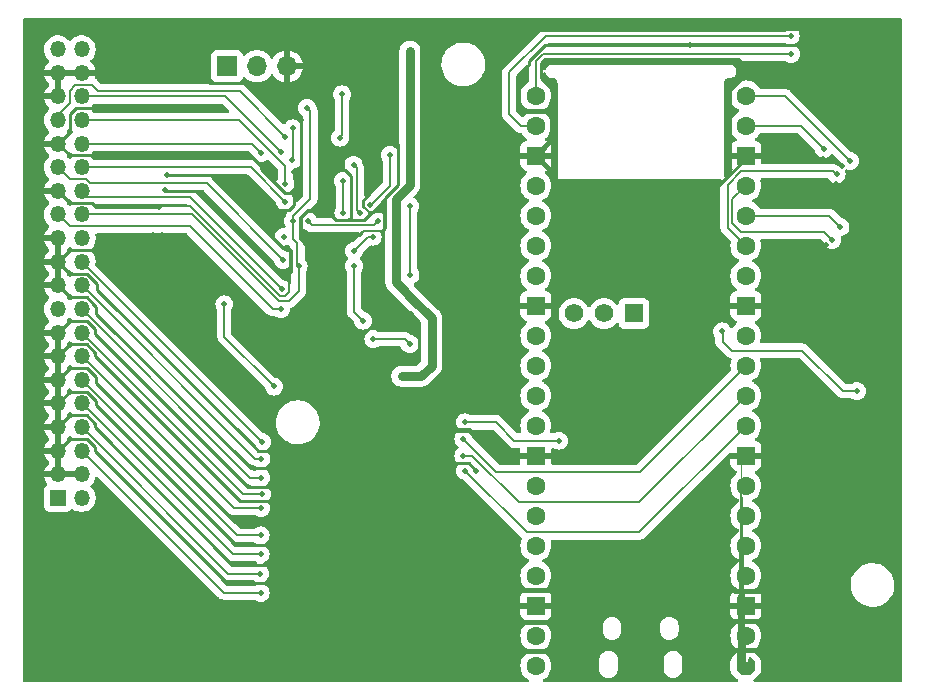
<source format=gbr>
%TF.GenerationSoftware,KiCad,Pcbnew,7.0.8-7.0.8~ubuntu22.04.1*%
%TF.CreationDate,2023-10-31T08:05:55-06:00*%
%TF.ProjectId,PowerBook,506f7765-7242-46f6-9f6b-2e6b69636164,rev?*%
%TF.SameCoordinates,Original*%
%TF.FileFunction,Copper,L2,Bot*%
%TF.FilePolarity,Positive*%
%FSLAX46Y46*%
G04 Gerber Fmt 4.6, Leading zero omitted, Abs format (unit mm)*
G04 Created by KiCad (PCBNEW 7.0.8-7.0.8~ubuntu22.04.1) date 2023-10-31 08:05:55*
%MOMM*%
%LPD*%
G01*
G04 APERTURE LIST*
G04 Aperture macros list*
%AMRoundRect*
0 Rectangle with rounded corners*
0 $1 Rounding radius*
0 $2 $3 $4 $5 $6 $7 $8 $9 X,Y pos of 4 corners*
0 Add a 4 corners polygon primitive as box body*
4,1,4,$2,$3,$4,$5,$6,$7,$8,$9,$2,$3,0*
0 Add four circle primitives for the rounded corners*
1,1,$1+$1,$2,$3*
1,1,$1+$1,$4,$5*
1,1,$1+$1,$6,$7*
1,1,$1+$1,$8,$9*
0 Add four rect primitives between the rounded corners*
20,1,$1+$1,$2,$3,$4,$5,0*
20,1,$1+$1,$4,$5,$6,$7,0*
20,1,$1+$1,$6,$7,$8,$9,0*
20,1,$1+$1,$8,$9,$2,$3,0*%
%AMFreePoly0*
4,1,58,0.281242,0.792533,0.314585,0.788777,0.324216,0.782725,0.335306,0.780194,0.361541,0.759271,0.389950,0.741421,0.741421,0.389950,0.759271,0.361541,0.780194,0.335306,0.782725,0.324216,0.788777,0.314585,0.792533,0.281242,0.800000,0.248529,0.800000,-0.248529,0.792533,-0.281242,0.788777,-0.314585,0.782725,-0.324216,0.780194,-0.335306,0.759271,-0.361541,0.741421,-0.389950,
0.389950,-0.741421,0.361541,-0.759271,0.335306,-0.780194,0.324216,-0.782725,0.314585,-0.788777,0.281242,-0.792533,0.248529,-0.800000,0.000000,-0.800000,-0.248529,-0.800000,-0.281242,-0.792533,-0.314585,-0.788777,-0.324216,-0.782725,-0.335306,-0.780194,-0.361541,-0.759271,-0.389950,-0.741421,-0.741421,-0.389950,-0.759271,-0.361541,-0.780194,-0.335306,-0.782725,-0.324216,-0.788777,-0.314585,
-0.792533,-0.281242,-0.800000,-0.248529,-0.800000,0.248529,-0.792533,0.281242,-0.788777,0.314585,-0.782725,0.324216,-0.780194,0.335306,-0.759271,0.361541,-0.741421,0.389950,-0.389950,0.741421,-0.361541,0.759271,-0.335306,0.780194,-0.324216,0.782725,-0.314585,0.788777,-0.281242,0.792533,-0.248529,0.800000,0.248529,0.800000,0.281242,0.792533,0.281242,0.792533,$1*%
G04 Aperture macros list end*
%TA.AperFunction,ComponentPad*%
%ADD10R,1.700000X1.700000*%
%TD*%
%TA.AperFunction,ComponentPad*%
%ADD11O,1.700000X1.700000*%
%TD*%
%TA.AperFunction,ComponentPad*%
%ADD12FreePoly0,180.000000*%
%TD*%
%TA.AperFunction,ComponentPad*%
%ADD13C,1.600000*%
%TD*%
%TA.AperFunction,ComponentPad*%
%ADD14RoundRect,0.200000X0.600000X0.600000X-0.600000X0.600000X-0.600000X-0.600000X0.600000X-0.600000X0*%
%TD*%
%TA.AperFunction,ComponentPad*%
%ADD15R,1.574800X1.574800*%
%TD*%
%TA.AperFunction,ComponentPad*%
%ADD16C,1.574800*%
%TD*%
%TA.AperFunction,ComponentPad*%
%ADD17R,1.350000X1.350000*%
%TD*%
%TA.AperFunction,ComponentPad*%
%ADD18O,1.350000X1.350000*%
%TD*%
%TA.AperFunction,ViaPad*%
%ADD19C,0.500000*%
%TD*%
%TA.AperFunction,ViaPad*%
%ADD20C,0.800000*%
%TD*%
%TA.AperFunction,Conductor*%
%ADD21C,0.250000*%
%TD*%
%TA.AperFunction,Conductor*%
%ADD22C,0.330000*%
%TD*%
%TA.AperFunction,Conductor*%
%ADD23C,0.150000*%
%TD*%
%TA.AperFunction,Conductor*%
%ADD24C,0.400000*%
%TD*%
%TA.AperFunction,Conductor*%
%ADD25C,0.450000*%
%TD*%
%TA.AperFunction,Conductor*%
%ADD26C,0.750000*%
%TD*%
%TA.AperFunction,Conductor*%
%ADD27C,0.200000*%
%TD*%
G04 APERTURE END LIST*
D10*
%TO.P,J1,1,Pin_1*%
%TO.N,unconnected-(J1-Pad1)*%
X117373400Y-76225400D03*
D11*
%TO.P,J1,2,Pin_2*%
%TO.N,TRM_ON_J*%
X119913400Y-76225400D03*
%TO.P,J1,3,Pin_3*%
%TO.N,GND*%
X122453400Y-76225400D03*
%TD*%
D12*
%TO.P,RP1,1,G0*%
%TO.N,Net-(R42-Pad1)*%
X161305400Y-126986200D03*
D13*
%TO.P,RP1,2,G1*%
%TO.N,Net-(R19-Pad1)*%
X161305400Y-124446200D03*
D14*
%TO.P,RP1,3,GND*%
%TO.N,GND*%
X161305400Y-121906200D03*
D13*
%TO.P,RP1,4,G2*%
%TO.N,Net-(R18-Pad1)*%
X161305400Y-119366200D03*
%TO.P,RP1,5,G3*%
%TO.N,Net-(R17-Pad1)*%
X161305400Y-116826200D03*
%TO.P,RP1,6,G4*%
%TO.N,Net-(R16-Pad1)*%
X161305400Y-114286200D03*
%TO.P,RP1,7,G5*%
%TO.N,Net-(R15-Pad1)*%
X161305400Y-111746200D03*
D14*
%TO.P,RP1,8,GND*%
%TO.N,GND*%
X161305400Y-109206200D03*
D13*
%TO.P,RP1,9,G6*%
%TO.N,Net-(R14-Pad1)*%
X161305400Y-106666200D03*
%TO.P,RP1,10,G7*%
%TO.N,Net-(R13-Pad1)*%
X161305400Y-104126200D03*
%TO.P,RP1,11,G8*%
%TO.N,Net-(R12-Pad1)*%
X161305400Y-101586200D03*
%TO.P,RP1,12,G9*%
%TO.N,DBPTr*%
X161305400Y-99046200D03*
D14*
%TO.P,RP1,13,GND*%
%TO.N,GND*%
X161305400Y-96506200D03*
D13*
%TO.P,RP1,14,G10*%
%TO.N,SD_CLK*%
X161305400Y-93966200D03*
%TO.P,RP1,15,G11*%
%TO.N,SD_CMD_MOSI*%
X161305400Y-91426200D03*
%TO.P,RP1,16,G12*%
%TO.N,SD_D0_MISO*%
X161305400Y-88886200D03*
%TO.P,RP1,17,G13*%
%TO.N,SD_D1*%
X161305400Y-86346200D03*
D14*
%TO.P,RP1,18,GND*%
%TO.N,GND*%
X161305400Y-83806200D03*
D13*
%TO.P,RP1,19,G14*%
%TO.N,SD_D2*%
X161305400Y-81266200D03*
%TO.P,RP1,20,G15*%
%TO.N,SD_D3_CS*%
X161305400Y-78726200D03*
%TO.P,RP1,21,G16*%
%TO.N,SDA*%
X143525400Y-78726200D03*
%TO.P,RP1,22,G17*%
%TO.N,SCL*%
X143525400Y-81266200D03*
D14*
%TO.P,RP1,23,GND*%
%TO.N,GND*%
X143525400Y-83806200D03*
D13*
%TO.P,RP1,24,G18*%
%TO.N,oCD_iSEL*%
X143525400Y-86346200D03*
%TO.P,RP1,25,G19*%
%TO.N,oREQ*%
X143525400Y-88886200D03*
%TO.P,RP1,26,G20*%
%TO.N,oMSG_iBSY*%
X143525400Y-91426200D03*
%TO.P,RP1,27,G21*%
%TO.N,oSEL*%
X143525400Y-93966200D03*
D14*
%TO.P,RP1,28,GND*%
%TO.N,GND*%
X143525400Y-96506200D03*
D13*
%TO.P,RP1,29,G22*%
%TO.N,oIO*%
X143525400Y-99046200D03*
%TO.P,RP1,30,RUN*%
%TO.N,unconnected-(RP1-Pad30)*%
X143525400Y-101586200D03*
%TO.P,RP1,31,G26*%
%TO.N,iACK*%
X143525400Y-104126200D03*
%TO.P,RP1,32,G27*%
%TO.N,oBSY*%
X143525400Y-106666200D03*
D14*
%TO.P,RP1,33,A_GND*%
%TO.N,GND*%
X143525400Y-109206200D03*
D13*
%TO.P,RP1,34,G28*%
%TO.N,iATN*%
X143525400Y-111746200D03*
%TO.P,RP1,35,ADC_VREF*%
%TO.N,unconnected-(RP1-Pad35)*%
X143525400Y-114286200D03*
%TO.P,RP1,36,3v3*%
%TO.N,+3V3*%
X143525400Y-116826200D03*
%TO.P,RP1,37,3v3_EN*%
%TO.N,unconnected-(RP1-Pad37)*%
X143525400Y-119366200D03*
D14*
%TO.P,RP1,38,GND*%
%TO.N,GND*%
X143525400Y-121906200D03*
D13*
%TO.P,RP1,39,VSYS*%
%TO.N,unconnected-(RP1-Pad39)*%
X143525400Y-124446200D03*
%TO.P,RP1,40,VBUS_5V*%
%TO.N,+5VP*%
X143525400Y-126986200D03*
D15*
%TO.P,RP1,41*%
%TO.N,N/C*%
X151831200Y-97156200D03*
D16*
%TO.P,RP1,42*%
X149291200Y-97156200D03*
%TO.P,RP1,43*%
X146751200Y-97156200D03*
%TD*%
D17*
%TO.P,J2,1,+5_L*%
%TO.N,+5VA*%
X103073200Y-112776800D03*
D18*
%TO.P,J2,2,+5_L*%
X105073200Y-112776800D03*
%TO.P,J2,3,GND*%
%TO.N,GND*%
X103073200Y-110776800D03*
%TO.P,J2,4,GND*%
X105073200Y-110776800D03*
%TO.P,J2,5,GND*%
X103073200Y-108776800D03*
%TO.P,J2,6,DB0*%
%TO.N,DB0*%
X105073200Y-108776800D03*
%TO.P,J2,7,GND*%
%TO.N,GND*%
X103073200Y-106776800D03*
%TO.P,J2,8,DB1*%
%TO.N,DB1*%
X105073200Y-106776800D03*
%TO.P,J2,9,GND*%
%TO.N,GND*%
X103073200Y-104776800D03*
%TO.P,J2,10,DB2*%
%TO.N,DB2*%
X105073200Y-104776800D03*
%TO.P,J2,11,GND*%
%TO.N,GND*%
X103073200Y-102776800D03*
%TO.P,J2,12,DB3*%
%TO.N,DB3*%
X105073200Y-102776800D03*
%TO.P,J2,13,GND*%
%TO.N,GND*%
X103073200Y-100776800D03*
%TO.P,J2,14,DB4*%
%TO.N,DB4*%
X105073200Y-100776800D03*
%TO.P,J2,15,GND*%
%TO.N,GND*%
X103073200Y-98776800D03*
%TO.P,J2,16,DB5*%
%TO.N,DB5*%
X105073200Y-98776800D03*
%TO.P,J2,18,DB6*%
%TO.N,DB6*%
X105073200Y-96776800D03*
%TO.P,J2,19,GND*%
%TO.N,GND*%
X103073200Y-94776800D03*
%TO.P,J2,20,DB7*%
%TO.N,DB7*%
X105073200Y-94776800D03*
%TO.P,J2,21,GND*%
%TO.N,GND*%
X103073200Y-92776800D03*
%TO.P,J2,22,PARITY*%
%TO.N,DBP*%
X105073200Y-92776800D03*
%TO.P,J2,23,GND*%
%TO.N,GND*%
X103073200Y-90776800D03*
%TO.P,J2,24,TERMPWR*%
%TO.N,+5V*%
X105073200Y-90776800D03*
%TO.P,J2,25,ATN*%
%TO.N,ATN*%
X103073200Y-88776800D03*
%TO.P,J2,26,BSY*%
%TO.N,BSY*%
X105073200Y-88776800D03*
%TO.P,J2,27,GND*%
%TO.N,GND*%
X103073200Y-86776800D03*
%TO.P,J2,28,ACK*%
%TO.N,ACK*%
X105073200Y-86776800D03*
%TO.P,J2,29,RST*%
%TO.N,RST*%
X103073200Y-84776800D03*
%TO.P,J2,30,MSG*%
%TO.N,MSG*%
X105073200Y-84776800D03*
%TO.P,J2,31,GND*%
%TO.N,GND*%
X103073200Y-82776800D03*
%TO.P,J2,32,SEL*%
%TO.N,SEL*%
X105073200Y-82776800D03*
%TO.P,J2,33,I/O*%
%TO.N,IO*%
X103073200Y-80776800D03*
%TO.P,J2,34,C/D*%
%TO.N,CD*%
X105073200Y-80776800D03*
%TO.P,J2,35,GND*%
%TO.N,GND*%
X103073200Y-78776800D03*
%TO.P,J2,36,REQ*%
%TO.N,REQ*%
X105073200Y-78776800D03*
%TO.P,J2,37,GND*%
%TO.N,GND*%
X103073200Y-76776800D03*
%TO.P,J2,38,GND*%
X105073200Y-76776800D03*
%TO.P,J2,39,+5_M*%
%TO.N,+5VD*%
X103073200Y-74776800D03*
%TO.P,J2,40,+5_M*%
X105073200Y-74776800D03*
%TO.P,J2,NC*%
%TO.N,N/C*%
X103073200Y-96776800D03*
%TD*%
D19*
%TO.N,GND*%
X121462800Y-111836200D03*
X137236200Y-86817200D03*
X121335800Y-120015000D03*
X138582400Y-81508600D03*
X137185400Y-125933200D03*
X121386600Y-116738400D03*
X169468800Y-84658200D03*
X115265200Y-79857600D03*
X128320800Y-78917800D03*
X120243600Y-121894600D03*
X122059700Y-98640900D03*
X111883000Y-90504200D03*
X114350800Y-96316800D03*
X124028200Y-125780800D03*
X168935400Y-86182200D03*
X124394200Y-99989400D03*
X130657600Y-107340400D03*
X118338600Y-96901000D03*
X108356400Y-93319600D03*
X134010400Y-107238800D03*
X133807200Y-93141800D03*
X134670800Y-82499200D03*
X140335000Y-100279200D03*
X119684800Y-97891600D03*
X127410000Y-104130000D03*
X111095600Y-90504200D03*
X137515600Y-95123000D03*
X111582200Y-88138000D03*
X126034800Y-116941600D03*
X173177200Y-102235000D03*
X168071800Y-91389200D03*
X127177800Y-94361000D03*
X166090600Y-78359000D03*
X130454400Y-115620800D03*
X120345200Y-114808000D03*
X140106400Y-85699600D03*
D20*
X139827000Y-83820000D03*
D19*
X132715000Y-104952800D03*
X135432800Y-117551200D03*
X124053600Y-115239800D03*
X163779200Y-77190600D03*
X130124200Y-83362800D03*
X124409200Y-96088200D03*
X127228600Y-96113600D03*
X138480800Y-110464600D03*
X131445000Y-82499200D03*
X133121400Y-125806200D03*
X134594600Y-104927400D03*
X122351800Y-91643200D03*
X146100800Y-107061000D03*
X170713400Y-88773000D03*
X124104400Y-91313000D03*
X165633400Y-72948800D03*
X169849800Y-88900000D03*
X109270800Y-95580200D03*
X112318800Y-85420200D03*
X133375400Y-116967000D03*
X112115600Y-86741000D03*
X167868600Y-84048600D03*
X127050800Y-84861400D03*
X129413000Y-94818200D03*
X123672600Y-80772000D03*
X136194800Y-106934000D03*
X122377200Y-94056200D03*
X134842820Y-106934000D03*
X130581400Y-124053600D03*
D20*
X171145200Y-77698600D03*
D19*
X170408600Y-87833200D03*
X121361200Y-118364000D03*
X164160200Y-87604600D03*
X134442200Y-116941600D03*
X119532400Y-96951800D03*
X146151600Y-86715600D03*
X123037600Y-85166200D03*
X127285200Y-91307200D03*
X125857000Y-113334800D03*
X128473200Y-74447400D03*
X132969000Y-97231200D03*
X145313400Y-100304600D03*
X156616400Y-74396600D03*
X113563400Y-100050600D03*
X127366992Y-99960001D03*
%TO.N,+2V8*%
X132194300Y-95008700D03*
X132867400Y-75768200D03*
X132867400Y-85547200D03*
X132461000Y-86664800D03*
X132765800Y-102463600D03*
X132156200Y-102463600D03*
X133350000Y-102463600D03*
X132867400Y-75031600D03*
X132994400Y-95808800D03*
%TO.N,oSEL*%
X127228600Y-88620600D03*
X127203200Y-85928200D03*
%TO.N,oBSY*%
X132882267Y-88072999D03*
X170738800Y-103733600D03*
X159308800Y-98679000D03*
X132915019Y-93911128D03*
%TO.N,oCD_iSEL*%
X129514600Y-87956700D03*
X131165600Y-83718400D03*
%TO.N,ATN*%
X121957150Y-96787650D03*
%TO.N,BSY*%
X124155200Y-79730600D03*
X128905000Y-97764600D03*
X123444000Y-93157900D03*
X122986800Y-89331800D03*
X128155700Y-93129100D03*
%TO.N,DBP*%
X120319800Y-108026200D03*
%TO.N,ACK*%
X122058750Y-95111250D03*
%TO.N,RST*%
X122123200Y-92608400D03*
X128155700Y-91859100D03*
X129713200Y-90657200D03*
%TO.N,MSG*%
X130149600Y-89357200D03*
X124231400Y-89331800D03*
X122301000Y-87680800D03*
%TO.N,SEL*%
X120294400Y-83591400D03*
X122169400Y-90657200D03*
%TO.N,CD*%
X122326400Y-86182200D03*
%TO.N,REQ*%
X121970800Y-83515200D03*
%TO.N,IO*%
X122326400Y-82219800D03*
%TO.N,DB7*%
X120294400Y-109448600D03*
%TO.N,DB6*%
X120269000Y-111048800D03*
%TO.N,DB5*%
X120319800Y-112461500D03*
%TO.N,DB4*%
X120269000Y-113639600D03*
%TO.N,DB3*%
X120218200Y-115951000D03*
%TO.N,DB2*%
X120218200Y-117551200D03*
%TO.N,DB1*%
X120192800Y-119176800D03*
%TO.N,DB0*%
X120218200Y-120802400D03*
%TO.N,SEL_BUFF*%
X122923300Y-84137500D03*
X122936000Y-81483200D03*
%TO.N,BSY_BUFF*%
X126923800Y-82270600D03*
X127127000Y-78613000D03*
%TO.N,oMSG_iBSY*%
X128092200Y-84556600D03*
X128651000Y-88671400D03*
%TO.N,SD_CMD_MOSI*%
X168984933Y-85386866D03*
%TO.N,SD_D0_MISO*%
X169316400Y-89839800D03*
%TO.N,DBPTr*%
X137541000Y-106375200D03*
X145465800Y-107924600D03*
%TO.N,SD_D1*%
X168630600Y-90957400D03*
%TO.N,SD_D2*%
X167894000Y-83210400D03*
%TO.N,SD_D3_CS*%
X170116500Y-84239100D03*
%TO.N,iACK*%
X129768600Y-99339400D03*
X132842000Y-99745800D03*
%TO.N,TRM_ON_J*%
X117157500Y-96380300D03*
X121348500Y-103339900D03*
%TO.N,Net-(R12-Pad1)*%
X137388600Y-107772200D03*
%TO.N,Net-(R13-Pad1)*%
X137388600Y-109194600D03*
%TO.N,Net-(R14-Pad1)*%
X137515600Y-110464600D03*
%TO.N,SDA*%
X165125400Y-75184000D03*
%TO.N,SCL*%
X165100000Y-73634600D03*
%TD*%
D21*
%TO.N,GND*%
X106197400Y-106487477D02*
X106197400Y-106781600D01*
D22*
X126339600Y-88950800D02*
X126611680Y-89222880D01*
D23*
X127863600Y-89103200D02*
X128016000Y-89255600D01*
D21*
X104072711Y-87776311D02*
X105911911Y-87776311D01*
X120700800Y-111887000D02*
X121107200Y-111887000D01*
D23*
X127863600Y-89052400D02*
X127660400Y-89255600D01*
D21*
X106045000Y-96316800D02*
X106324400Y-96596200D01*
X142087600Y-78028800D02*
X142087600Y-76962000D01*
X106172000Y-100761800D02*
X118446211Y-113036011D01*
D23*
X127050800Y-84861400D02*
X127050800Y-84886800D01*
D21*
X159974102Y-78227098D02*
X161010600Y-77190600D01*
D23*
X122351800Y-95580200D02*
X122275600Y-95656400D01*
D21*
X160622320Y-75608520D02*
X161036000Y-76022200D01*
X105487212Y-99777289D02*
X106172000Y-100462077D01*
D24*
X160401000Y-120624600D02*
X160274000Y-120497600D01*
D21*
X119176800Y-111887000D02*
X120700800Y-111887000D01*
X115080000Y-76776800D02*
X115925600Y-77622400D01*
D23*
X130186911Y-90132689D02*
X130517111Y-90132689D01*
D21*
X105487212Y-107777289D02*
X106197400Y-108487477D01*
X144932400Y-78181200D02*
X143949920Y-77198720D01*
D24*
X142206511Y-120565711D02*
X142189200Y-120548400D01*
D21*
X128940089Y-89245911D02*
X127822489Y-89245911D01*
D24*
X145440400Y-125018800D02*
X144780000Y-125679200D01*
X145440400Y-123240800D02*
X145440400Y-125018800D01*
D21*
X104072711Y-103777289D02*
X105487212Y-103777289D01*
X117830600Y-118414800D02*
X120802400Y-118414800D01*
X142240000Y-79654400D02*
X142087600Y-79502000D01*
X126634711Y-89245911D02*
X126339600Y-88950800D01*
X104072711Y-81777289D02*
X104072711Y-80280489D01*
X103073200Y-106776800D02*
X104072711Y-105777289D01*
X131851400Y-86258400D02*
X131851400Y-82829400D01*
X104072711Y-95776311D02*
X105504511Y-95776311D01*
X142087600Y-79502000D02*
X142087600Y-78028800D01*
X132969000Y-97231200D02*
X133654800Y-97917000D01*
X118446211Y-113036011D02*
X121087811Y-113036011D01*
D24*
X143525400Y-121906200D02*
X145200200Y-121906200D01*
D21*
X130708400Y-89992200D02*
X130759200Y-89941400D01*
X142976600Y-76073000D02*
X142976600Y-75768200D01*
X103073200Y-102776800D02*
X104072711Y-101777289D01*
D23*
X128905000Y-88112600D02*
X128905000Y-87706200D01*
D24*
X163308200Y-121906200D02*
X163614100Y-122212100D01*
D21*
X142976600Y-75752038D02*
X144281238Y-74447400D01*
X104072711Y-93776311D02*
X105507705Y-93776311D01*
D23*
X122275600Y-95656400D02*
X121894600Y-95656400D01*
D21*
X127863600Y-89204800D02*
X127822489Y-89245911D01*
D22*
X123616889Y-89077260D02*
X124251349Y-88442800D01*
D21*
X127822489Y-89245911D02*
X126634711Y-89245911D01*
X103073200Y-94776800D02*
X104072711Y-95776311D01*
X106324400Y-97180400D02*
X119380000Y-110236000D01*
X105504511Y-95776311D02*
X106045000Y-96316800D01*
D24*
X144780000Y-125679200D02*
X144754600Y-125704600D01*
D21*
X106400600Y-95173800D02*
X119634000Y-108407200D01*
D23*
X129032000Y-88239600D02*
X128905000Y-88112600D01*
X122377200Y-94056200D02*
X122612280Y-94291280D01*
D21*
X144932400Y-80340200D02*
X144932400Y-78181200D01*
X144320842Y-75608520D02*
X160622320Y-75608520D01*
X106197400Y-98907600D02*
X118719600Y-111429800D01*
D23*
X127863600Y-87680800D02*
X127863600Y-89052400D01*
D24*
X162661600Y-120523000D02*
X162560000Y-120624600D01*
D23*
X127050800Y-84886800D02*
X127177800Y-85013800D01*
X130506036Y-87707036D02*
X131024080Y-87188992D01*
D22*
X122758200Y-91846400D02*
X122758200Y-93675200D01*
D21*
X106629200Y-79857600D02*
X115265200Y-79857600D01*
D24*
X136285511Y-107024711D02*
X137885711Y-107024711D01*
D21*
X104072711Y-83776311D02*
X119336311Y-83776311D01*
D24*
X164312600Y-125679200D02*
X164312600Y-126517400D01*
D21*
X106197400Y-108839000D02*
X117373400Y-120015000D01*
D23*
X128117600Y-90474800D02*
X128295400Y-90474800D01*
D21*
X122351800Y-91643200D02*
X122123200Y-91643200D01*
X112191800Y-86817200D02*
X114909600Y-86817200D01*
D24*
X143525400Y-83806200D02*
X144932400Y-82399200D01*
D21*
X128905000Y-88112600D02*
X128968500Y-88176100D01*
D24*
X144932400Y-80340200D02*
X144576800Y-79984600D01*
D21*
X142976600Y-75768200D02*
X142976600Y-75752038D01*
D23*
X128778000Y-90220800D02*
X128866111Y-90132689D01*
D21*
X138480800Y-110464600D02*
X137871200Y-109855000D01*
X103073200Y-92776800D02*
X104072711Y-91777289D01*
X129713982Y-88569800D02*
X129616200Y-88569800D01*
D24*
X145440400Y-121666000D02*
X145440400Y-123240800D01*
D23*
X130517111Y-90132689D02*
X130530600Y-90119200D01*
X129362200Y-88823800D02*
X129362200Y-88569800D01*
D24*
X164312600Y-122910600D02*
X164312600Y-123291600D01*
D21*
X105507705Y-93776311D02*
X106400600Y-94669206D01*
X122072400Y-88366600D02*
X119964200Y-88366600D01*
X123672600Y-86715600D02*
X123672600Y-80772000D01*
X104072711Y-101777289D02*
X105508683Y-101777289D01*
X119989600Y-108762800D02*
X121513600Y-108762800D01*
X103073200Y-108776800D02*
X104072711Y-107777289D01*
X105487212Y-97777289D02*
X106197400Y-98487477D01*
D22*
X122351800Y-91643200D02*
X122555000Y-91643200D01*
D21*
X103073200Y-92776800D02*
X104072711Y-93776311D01*
X103073200Y-100776800D02*
X104072711Y-99777289D01*
D24*
X143525400Y-83806200D02*
X143525400Y-83810000D01*
D23*
X130186911Y-90132689D02*
X130264689Y-90132689D01*
D21*
X121107200Y-111887000D02*
X121132600Y-111912400D01*
X112115600Y-86741000D02*
X112191800Y-86817200D01*
D22*
X123616889Y-90825489D02*
X123616889Y-89077260D01*
D24*
X164312600Y-123291600D02*
X164211000Y-123190000D01*
D21*
X106197400Y-106781600D02*
X117830600Y-118414800D01*
X104072711Y-97777289D02*
X105487212Y-97777289D01*
D23*
X129844800Y-88569800D02*
X129946400Y-88468200D01*
D21*
X130704582Y-87579200D02*
X129713982Y-88569800D01*
D23*
X129362200Y-88569800D02*
X129641600Y-88569800D01*
X130581400Y-90119200D02*
X130708400Y-89992200D01*
X127863600Y-85521800D02*
X127863600Y-87680800D01*
D21*
X123469400Y-86918800D02*
X123672600Y-86715600D01*
D24*
X145440400Y-121056400D02*
X144881600Y-120497600D01*
D21*
X142748000Y-76301600D02*
X142976600Y-76073000D01*
D23*
X128905000Y-87706200D02*
X128905000Y-87604600D01*
D21*
X161305400Y-84043004D02*
X159974102Y-85374302D01*
D24*
X164312600Y-123291600D02*
X164312600Y-125679200D01*
D23*
X122612280Y-94291280D02*
X122612280Y-95224600D01*
X121894600Y-95656400D02*
X121840052Y-95656400D01*
D21*
X122250518Y-86918800D02*
X123037600Y-86918800D01*
X119430800Y-88366600D02*
X116484400Y-85420200D01*
X159974102Y-85374302D02*
X159974102Y-78227098D01*
X165963600Y-74396600D02*
X165989000Y-74371200D01*
D23*
X127863600Y-89052400D02*
X127863600Y-89103200D01*
D21*
X122123200Y-91643200D02*
X121158000Y-90678000D01*
D24*
X162560000Y-120624600D02*
X160401000Y-120624600D01*
D23*
X122612280Y-95319720D02*
X122351800Y-95580200D01*
X131024080Y-87188992D02*
X131024080Y-87085720D01*
D24*
X161305400Y-121906200D02*
X163308200Y-121906200D01*
D21*
X137871200Y-109855000D02*
X136652000Y-109855000D01*
D23*
X129641600Y-88569800D02*
X129844800Y-88569800D01*
D21*
X143949920Y-77198720D02*
X143949920Y-75979442D01*
X103073200Y-98776800D02*
X104072711Y-97777289D01*
X105487212Y-103777289D02*
X106273600Y-104563677D01*
X127177800Y-85013800D02*
X127355600Y-85013800D01*
D23*
X130530600Y-90119200D02*
X130581400Y-90119200D01*
D21*
X159974102Y-85374302D02*
X158953200Y-86395204D01*
X105487212Y-105777289D02*
X106197400Y-106487477D01*
D23*
X130708400Y-89992200D02*
X130708400Y-87909400D01*
D21*
X106273600Y-88138000D02*
X111582200Y-88138000D01*
X127863600Y-85521800D02*
X127863600Y-89204800D01*
D24*
X163614100Y-122212100D02*
X164312600Y-122910600D01*
X144754600Y-125704600D02*
X142417800Y-125704600D01*
D23*
X114245452Y-88061800D02*
X113639600Y-88061800D01*
X131024080Y-87085720D02*
X131851400Y-86258400D01*
D21*
X120269000Y-84709000D02*
X120269000Y-84937282D01*
X122631200Y-88366600D02*
X122072400Y-88366600D01*
X128905000Y-87604600D02*
X128905000Y-88112600D01*
D24*
X138099800Y-107238800D02*
X138480800Y-107619800D01*
D21*
X128295400Y-90474800D02*
X128524000Y-90474800D01*
X133654800Y-97917000D02*
X133654800Y-100685600D01*
X130759200Y-89941400D02*
X130759200Y-87579200D01*
X123037600Y-87960200D02*
X122631200Y-88366600D01*
X115925600Y-77622400D02*
X118745000Y-77622400D01*
X130759200Y-87579200D02*
X130704582Y-87579200D01*
D24*
X159867600Y-123190000D02*
X159791400Y-123266200D01*
D21*
X105911911Y-87776311D02*
X106273600Y-88138000D01*
D23*
X130506036Y-87908564D02*
X130506036Y-87707036D01*
D22*
X122758200Y-93675200D02*
X122377200Y-94056200D01*
D24*
X144576800Y-79984600D02*
X142494000Y-79984600D01*
X145440400Y-123240800D02*
X142011400Y-123240800D01*
D21*
X105073200Y-76776800D02*
X113748600Y-76776800D01*
X103073200Y-86776800D02*
X104072711Y-87776311D01*
X106273600Y-104563677D02*
X106273600Y-104927400D01*
D25*
X164651680Y-72948800D02*
X164524680Y-73075800D01*
D21*
X104072711Y-105777289D02*
X105487212Y-105777289D01*
X129946400Y-88468200D02*
X130276600Y-88468200D01*
X103073200Y-82776800D02*
X104072711Y-81777289D01*
X112318800Y-85420200D02*
X112242600Y-85420200D01*
X122072400Y-88366600D02*
X119430800Y-88366600D01*
D24*
X136194800Y-106934000D02*
X136285511Y-107024711D01*
D21*
X106197400Y-108487477D02*
X106197400Y-108839000D01*
X114909600Y-86817200D02*
X115239800Y-86817200D01*
D25*
X143764000Y-73075800D02*
X140411200Y-76428600D01*
D21*
X142087600Y-76962000D02*
X142748000Y-76301600D01*
D24*
X145440400Y-121666000D02*
X145440400Y-121056400D01*
D22*
X124104400Y-91313000D02*
X123616889Y-90825489D01*
D23*
X122612280Y-95224600D02*
X122612280Y-95319720D01*
D25*
X164524680Y-73075800D02*
X143764000Y-73075800D01*
D21*
X142494000Y-79908400D02*
X142240000Y-79654400D01*
D24*
X145200200Y-121906200D02*
X145440400Y-121666000D01*
D21*
X118719600Y-111429800D02*
X119176800Y-111887000D01*
D24*
X138480800Y-107619800D02*
X138557000Y-107619800D01*
D21*
X143949920Y-75979442D02*
X144320842Y-75608520D01*
X106172000Y-100462077D02*
X106172000Y-100761800D01*
X113748600Y-76776800D02*
X115080000Y-76776800D01*
X117373400Y-120015000D02*
X120700800Y-120015000D01*
X119336311Y-83776311D02*
X120269000Y-84709000D01*
D24*
X164312600Y-126517400D02*
X164287200Y-126542800D01*
D21*
X104072711Y-99777289D02*
X105487212Y-99777289D01*
X123037600Y-86918800D02*
X123037600Y-87960200D01*
X144281238Y-74447400D02*
X144602200Y-74447400D01*
X104072711Y-80280489D02*
X104575911Y-79777289D01*
X121087811Y-113036011D02*
X121107200Y-113055400D01*
D24*
X137885711Y-107024711D02*
X138099800Y-107238800D01*
D21*
X118033800Y-114808000D02*
X120345200Y-114808000D01*
D23*
X128866111Y-90132689D02*
X130186911Y-90132689D01*
X127285200Y-91307200D02*
X128117600Y-90474800D01*
D21*
X127355600Y-85013800D02*
X127863600Y-85521800D01*
D23*
X121840052Y-95656400D02*
X121473626Y-95289974D01*
D24*
X163614100Y-121475500D02*
X162661600Y-120523000D01*
D21*
X118110000Y-116763800D02*
X120777000Y-116763800D01*
D23*
X126923800Y-89255600D02*
X126898400Y-89230200D01*
D24*
X163614100Y-122212100D02*
X163614100Y-121475500D01*
X164211000Y-123190000D02*
X159867600Y-123190000D01*
D21*
X113748600Y-76776800D02*
X115410200Y-76776800D01*
X130759200Y-87350600D02*
X131851400Y-86258400D01*
D24*
X164312600Y-125679200D02*
X160248600Y-125679200D01*
D21*
X104575911Y-79777289D02*
X106548889Y-79777289D01*
X128524000Y-90474800D02*
X128778000Y-90220800D01*
X106197400Y-98487477D02*
X106197400Y-98907600D01*
X105508683Y-101777289D02*
X106248200Y-102516806D01*
X129438400Y-87071200D02*
X128905000Y-87604600D01*
X106248200Y-102516806D02*
X106248200Y-103022400D01*
X119380000Y-110236000D02*
X120751600Y-110236000D01*
D23*
X130264689Y-90132689D02*
X130276600Y-90144600D01*
D21*
X104072711Y-107777289D02*
X105487212Y-107777289D01*
D24*
X144813489Y-120565711D02*
X142206511Y-120565711D01*
X143525400Y-83810000D02*
X144703800Y-84988400D01*
D21*
X106273600Y-104927400D02*
X118110000Y-116763800D01*
X106324400Y-96596200D02*
X106324400Y-97180400D01*
X103073200Y-104776800D02*
X104072711Y-103777289D01*
X129616200Y-88569800D02*
X129362200Y-88823800D01*
D23*
X131851400Y-86258400D02*
X131851400Y-83159600D01*
D21*
X161305400Y-83806200D02*
X161305400Y-84043004D01*
D24*
X144881600Y-120497600D02*
X144813489Y-120565711D01*
D21*
X106248200Y-103022400D02*
X118033800Y-114808000D01*
X116484400Y-85420200D02*
X112318800Y-85420200D01*
D23*
X130708400Y-87909400D02*
X130506036Y-87707036D01*
X129362200Y-88569800D02*
X129032000Y-88239600D01*
D21*
X104072711Y-91777289D02*
X106063311Y-91777289D01*
X129362200Y-88823800D02*
X128940089Y-89245911D01*
D22*
X124251349Y-88442800D02*
X124612400Y-88442800D01*
D25*
X165633400Y-72948800D02*
X164651680Y-72948800D01*
D21*
X129713982Y-88569800D02*
X129641600Y-88569800D01*
X142494000Y-79984600D02*
X142494000Y-79908400D01*
X156616400Y-74396600D02*
X165963600Y-74396600D01*
D23*
X128016000Y-89255600D02*
X128320800Y-89255600D01*
D24*
X144932400Y-82399200D02*
X144932400Y-80340200D01*
D23*
X129946400Y-88468200D02*
X130506036Y-87908564D01*
D21*
X106400600Y-94669206D02*
X106400600Y-95173800D01*
X115239800Y-86817200D02*
X115468400Y-87045800D01*
X103073200Y-82776800D02*
X104072711Y-83776311D01*
D22*
X122555000Y-91643200D02*
X122758200Y-91846400D01*
D21*
X119634000Y-108407200D02*
X119989600Y-108762800D01*
X158953200Y-86395204D02*
X158953200Y-86741000D01*
X123037600Y-86918800D02*
X123469400Y-86918800D01*
D22*
X126611680Y-89222880D02*
X126634711Y-89222880D01*
D23*
X127660400Y-89255600D02*
X126923800Y-89255600D01*
X121473626Y-95289974D02*
X114245452Y-88061800D01*
D21*
X130759200Y-87579200D02*
X130759200Y-87350600D01*
X106548889Y-79777289D02*
X106629200Y-79857600D01*
X120269000Y-84937282D02*
X122250518Y-86918800D01*
D26*
%TO.N,+2V8*%
X131673600Y-87452200D02*
X132461000Y-86664800D01*
X132867400Y-75031600D02*
X132867400Y-74955400D01*
X131673600Y-94488000D02*
X131673600Y-87452200D01*
X133832600Y-102463600D02*
X134696200Y-101600000D01*
X133350000Y-102463600D02*
X133832600Y-102463600D01*
X132867400Y-85547200D02*
X132867400Y-75768200D01*
X132994400Y-95808800D02*
X132194300Y-95008700D01*
X134696200Y-97510600D02*
X132994400Y-95808800D01*
X132867400Y-75768200D02*
X132867400Y-75031600D01*
X132461000Y-86664800D02*
X132867400Y-86258400D01*
X132194300Y-95008700D02*
X131673600Y-94488000D01*
X134696200Y-101600000D02*
X134696200Y-97510600D01*
X132156200Y-102463600D02*
X133350000Y-102463600D01*
X132867400Y-86258400D02*
X132867400Y-85547200D01*
D27*
%TO.N,oSEL*%
X127203200Y-85928200D02*
X127228600Y-85953600D01*
X127228600Y-85953600D02*
X127228600Y-88620600D01*
%TO.N,oBSY*%
X132915019Y-93911128D02*
X132867400Y-93853000D01*
X132882267Y-88072999D02*
X132882267Y-93838133D01*
X160096200Y-100304600D02*
X159334200Y-99542600D01*
X166090600Y-100304600D02*
X160096200Y-100304600D01*
X170738800Y-103733600D02*
X169519600Y-103733600D01*
X169519600Y-103733600D02*
X166090600Y-100304600D01*
X132882267Y-93838133D02*
X132915019Y-93911128D01*
X159334200Y-98704400D02*
X159308800Y-98679000D01*
X159334200Y-99542600D02*
X159334200Y-98704400D01*
%TO.N,oCD_iSEL*%
X129543500Y-87956700D02*
X129514600Y-87956700D01*
X131165600Y-86334600D02*
X129543500Y-87956700D01*
X131165600Y-83718400D02*
X131165600Y-86334600D01*
%TO.N,ATN*%
X104047711Y-89751311D02*
X114211511Y-89751311D01*
X121247850Y-96787650D02*
X121957150Y-96787650D01*
X103073200Y-88776800D02*
X104047711Y-89751311D01*
X114211511Y-89751311D02*
X121247850Y-96787650D01*
%TO.N,BSY*%
X124434600Y-87426800D02*
X124434600Y-80010000D01*
X128155700Y-93129100D02*
X128155700Y-97015300D01*
X114430800Y-88776800D02*
X105073200Y-88776800D01*
X123342400Y-93056300D02*
X123444000Y-93157900D01*
X123444000Y-93157900D02*
X123444000Y-95275400D01*
X122986800Y-90852330D02*
X123342400Y-91207930D01*
X124434600Y-80010000D02*
X124155200Y-79730600D01*
X122631200Y-96088200D02*
X121742200Y-96088200D01*
X123342400Y-91207930D02*
X123342400Y-93056300D01*
X121742200Y-96088200D02*
X114430800Y-88776800D01*
X122986800Y-88874600D02*
X124434600Y-87426800D01*
X122986800Y-89331800D02*
X122986800Y-88874600D01*
X122986800Y-89331800D02*
X122986800Y-90852330D01*
X123444000Y-95275400D02*
X122631200Y-96088200D01*
X128155700Y-97015300D02*
X128905000Y-97764600D01*
D23*
%TO.N,DBP*%
X120319800Y-108026200D02*
X120319800Y-108023400D01*
X120319800Y-108023400D02*
X105073200Y-92776800D01*
D27*
%TO.N,ACK*%
X114247300Y-87299800D02*
X122058750Y-95111250D01*
X105596200Y-87299800D02*
X114247300Y-87299800D01*
X105073200Y-86776800D02*
X105596200Y-87299800D01*
%TO.N,RST*%
X105476857Y-85802289D02*
X104098689Y-85802289D01*
X122123200Y-92608400D02*
X115646200Y-86131400D01*
X104098689Y-85802289D02*
X103073200Y-84776800D01*
X128155700Y-91859100D02*
X129357600Y-90657200D01*
X105805968Y-86131400D02*
X105476857Y-85802289D01*
X129357600Y-90657200D02*
X129713200Y-90657200D01*
X115646200Y-86131400D02*
X105805968Y-86131400D01*
%TO.N,MSG*%
X129819400Y-89687400D02*
X124587000Y-89687400D01*
X105073200Y-84776800D02*
X119397000Y-84776800D01*
X124587000Y-89687400D02*
X124231400Y-89331800D01*
X130149600Y-89357200D02*
X129819400Y-89687400D01*
X119397000Y-84776800D02*
X122301000Y-87680800D01*
%TO.N,SEL*%
X105073200Y-82776800D02*
X119479800Y-82776800D01*
X119479800Y-82776800D02*
X120294400Y-83591400D01*
%TO.N,CD*%
X105073200Y-80776800D02*
X118419600Y-80776800D01*
X118419600Y-80776800D02*
X122326400Y-84683600D01*
X122326400Y-84683600D02*
X122326400Y-86182200D01*
%TO.N,REQ*%
X117232400Y-78776800D02*
X121970800Y-83515200D01*
X105073200Y-78776800D02*
X117232400Y-78776800D01*
%TO.N,IO*%
X118440200Y-78333600D02*
X122326400Y-82219800D01*
X106476800Y-78333600D02*
X118440200Y-78333600D01*
X104544311Y-77802289D02*
X105945489Y-77802289D01*
X105945489Y-77802289D02*
X106476800Y-78333600D01*
X104047711Y-79340289D02*
X104047711Y-78298889D01*
X103073200Y-80314800D02*
X104047711Y-79340289D01*
X104047711Y-78298889D02*
X104544311Y-77802289D01*
X103073200Y-80776800D02*
X103073200Y-80314800D01*
D23*
%TO.N,DB7*%
X119745000Y-109448600D02*
X105073200Y-94776800D01*
X120294400Y-109448600D02*
X119745000Y-109448600D01*
%TO.N,DB6*%
X119345200Y-111048800D02*
X105073200Y-96776800D01*
X120269000Y-111048800D02*
X119345200Y-111048800D01*
%TO.N,DB5*%
X120319800Y-112461500D02*
X118757900Y-112461500D01*
X118757900Y-112461500D02*
X105073200Y-98776800D01*
%TO.N,DB4*%
X120269000Y-113639600D02*
X117936000Y-113639600D01*
X117936000Y-113639600D02*
X105073200Y-100776800D01*
%TO.N,DB3*%
X118247400Y-115951000D02*
X105073200Y-102776800D01*
X120218200Y-115951000D02*
X118247400Y-115951000D01*
%TO.N,DB2*%
X120218200Y-117551200D02*
X117847600Y-117551200D01*
X117847600Y-117551200D02*
X105073200Y-104776800D01*
%TO.N,DB1*%
X117473200Y-119176800D02*
X105073200Y-106776800D01*
X120192800Y-119176800D02*
X117473200Y-119176800D01*
%TO.N,DB0*%
X120218200Y-120802400D02*
X117098800Y-120802400D01*
X117098800Y-120802400D02*
X105073200Y-108776800D01*
D25*
%TO.N,+3V3*%
X143525400Y-116826200D02*
X143564600Y-116865400D01*
D27*
%TO.N,SEL_BUFF*%
X122936000Y-84124800D02*
X122923300Y-84137500D01*
X122936000Y-81483200D02*
X122936000Y-84124800D01*
X122923300Y-84137500D02*
X122910600Y-84150200D01*
%TO.N,BSY_BUFF*%
X127127000Y-78613000D02*
X127127000Y-82067400D01*
X127127000Y-82067400D02*
X126923800Y-82270600D01*
%TO.N,oMSG_iBSY*%
X128397000Y-84861400D02*
X128092200Y-84556600D01*
X128397000Y-88417400D02*
X128397000Y-84861400D01*
X128651000Y-88671400D02*
X128397000Y-88417400D01*
%TO.N,SD_CMD_MOSI*%
X159766000Y-86283800D02*
X160934400Y-85115400D01*
X168706800Y-85115400D02*
X168984933Y-85386866D01*
X160934400Y-85115400D02*
X168706800Y-85115400D01*
X159766000Y-89886800D02*
X159766000Y-86283800D01*
X161305400Y-91426200D02*
X159766000Y-89886800D01*
X168984933Y-85386866D02*
X168960800Y-85369400D01*
%TO.N,SD_D0_MISO*%
X168362800Y-88886200D02*
X169316400Y-89839800D01*
X169316400Y-89839800D02*
X169367200Y-89890600D01*
X161305400Y-88886200D02*
X168362800Y-88886200D01*
%TO.N,DBPTr*%
X141706600Y-107924600D02*
X143052800Y-107924600D01*
X143052800Y-107924600D02*
X145465800Y-107924600D01*
X140233400Y-106451400D02*
X140157200Y-106375200D01*
X140233400Y-106451400D02*
X141706600Y-107924600D01*
X140157200Y-106375200D02*
X137541000Y-106375200D01*
%TO.N,SD_D1*%
X167894000Y-90220800D02*
X168630600Y-90957400D01*
X160165520Y-89502720D02*
X160883600Y-90220800D01*
X161305400Y-86346200D02*
X160165520Y-87486080D01*
X168630600Y-90957400D02*
X168706800Y-91033600D01*
X160883600Y-90220800D02*
X167894000Y-90220800D01*
X160165520Y-87486080D02*
X160165520Y-89502720D01*
%TO.N,SD_D2*%
X161305400Y-81266200D02*
X165949800Y-81266200D01*
X165949800Y-81266200D02*
X167894000Y-83210400D01*
%TO.N,SD_D3_CS*%
X161305400Y-78726200D02*
X164603600Y-78726200D01*
X170116500Y-84239100D02*
X170205400Y-84328000D01*
X164603600Y-78726200D02*
X170116500Y-84239100D01*
%TO.N,iACK*%
X132435600Y-99339400D02*
X129768600Y-99339400D01*
X132842000Y-99745800D02*
X132435600Y-99339400D01*
D23*
%TO.N,TRM_ON_J*%
X117157500Y-96380300D02*
X117157500Y-99148900D01*
X117157500Y-99148900D02*
X121348500Y-103339900D01*
D27*
%TO.N,Net-(R12-Pad1)*%
X152325400Y-110566200D02*
X161305400Y-101586200D01*
X140182600Y-110566200D02*
X152325400Y-110566200D01*
X137388600Y-107772200D02*
X140182600Y-110566200D01*
%TO.N,Net-(R13-Pad1)*%
X137388600Y-109194600D02*
X138125200Y-109194600D01*
X152300000Y-113131600D02*
X161305400Y-104126200D01*
X142062200Y-113131600D02*
X152300000Y-113131600D01*
X138125200Y-109194600D02*
X142062200Y-113131600D01*
%TO.N,Net-(R14-Pad1)*%
X137515600Y-110464600D02*
X142748000Y-115697000D01*
X142748000Y-115697000D02*
X152274600Y-115697000D01*
X152274600Y-115697000D02*
X161305400Y-106666200D01*
%TO.N,SDA*%
X144145000Y-75184000D02*
X143525400Y-75803600D01*
X165125400Y-75184000D02*
X144145000Y-75184000D01*
X143525400Y-75803600D02*
X143525400Y-78726200D01*
%TO.N,SCL*%
X144348200Y-73634600D02*
X141274800Y-76708000D01*
X165100000Y-73634600D02*
X144348200Y-73634600D01*
X141274800Y-80289400D02*
X142251600Y-81266200D01*
X141274800Y-76708000D02*
X141274800Y-80289400D01*
X142251600Y-81266200D02*
X143525400Y-81266200D01*
%TD*%
%TA.AperFunction,Conductor*%
%TO.N,GND*%
G36*
X117093861Y-119623104D02*
G01*
X117110172Y-119633724D01*
X117118179Y-119639868D01*
X117160969Y-119672702D01*
X117178933Y-119686487D01*
X117220506Y-119703706D01*
X117320876Y-119745281D01*
X117434956Y-119760300D01*
X117434958Y-119760300D01*
X117473200Y-119765335D01*
X117473201Y-119765335D01*
X117507346Y-119760840D01*
X117515578Y-119760300D01*
X119659471Y-119760300D01*
X119726505Y-119779612D01*
X119861617Y-119864509D01*
X119891926Y-119875114D01*
X119949617Y-119916491D01*
X119975780Y-119982490D01*
X119962108Y-120052158D01*
X119912941Y-120103375D01*
X119891937Y-120112969D01*
X119887016Y-120114691D01*
X119827716Y-120151952D01*
X119751905Y-120199587D01*
X119684871Y-120218900D01*
X117392684Y-120218900D01*
X117324563Y-120198898D01*
X117303589Y-120181995D01*
X116944381Y-119822787D01*
X116910355Y-119760475D01*
X116915420Y-119689660D01*
X116957967Y-119632824D01*
X117024487Y-119608013D01*
X117093861Y-119623104D01*
G37*
%TD.AperFunction*%
%TA.AperFunction,Conductor*%
G36*
X117468262Y-117997506D02*
G01*
X117484580Y-118008131D01*
X117509486Y-118027242D01*
X117553333Y-118060886D01*
X117695276Y-118119681D01*
X117847600Y-118139735D01*
X117847601Y-118139735D01*
X117881748Y-118135240D01*
X117889979Y-118134700D01*
X119684871Y-118134700D01*
X119751905Y-118154012D01*
X119887017Y-118238909D01*
X119891929Y-118240627D01*
X119949619Y-118282007D01*
X119975781Y-118348007D01*
X119962106Y-118417675D01*
X119912938Y-118468890D01*
X119891927Y-118478485D01*
X119861616Y-118489091D01*
X119809407Y-118521897D01*
X119726505Y-118573987D01*
X119659471Y-118593300D01*
X117767083Y-118593300D01*
X117698962Y-118573298D01*
X117677988Y-118556395D01*
X117318782Y-118197189D01*
X117284756Y-118134877D01*
X117289821Y-118064062D01*
X117332368Y-118007226D01*
X117398888Y-117982415D01*
X117468262Y-117997506D01*
G37*
%TD.AperFunction*%
%TA.AperFunction,Conductor*%
G36*
X117868061Y-116397304D02*
G01*
X117884373Y-116407924D01*
X117953132Y-116460686D01*
X117953135Y-116460688D01*
X117989405Y-116475711D01*
X118042241Y-116497596D01*
X118095076Y-116519481D01*
X118209156Y-116534500D01*
X118209158Y-116534500D01*
X118247400Y-116539535D01*
X118247401Y-116539535D01*
X118281546Y-116535040D01*
X118289778Y-116534500D01*
X119684871Y-116534500D01*
X119751905Y-116553812D01*
X119887017Y-116638709D01*
X119893009Y-116642474D01*
X119891952Y-116644154D01*
X119937366Y-116685160D01*
X119955972Y-116753675D01*
X119934582Y-116821373D01*
X119892060Y-116858216D01*
X119893009Y-116859726D01*
X119887017Y-116863490D01*
X119887017Y-116863491D01*
X119751905Y-116948387D01*
X119684871Y-116967700D01*
X118141484Y-116967700D01*
X118073363Y-116947698D01*
X118052389Y-116930795D01*
X117718581Y-116596987D01*
X117684555Y-116534675D01*
X117689620Y-116463860D01*
X117732167Y-116407024D01*
X117798687Y-116382213D01*
X117868061Y-116397304D01*
G37*
%TD.AperFunction*%
%TA.AperFunction,Conductor*%
G36*
X118965859Y-111495103D02*
G01*
X118982179Y-111505730D01*
X118998318Y-111518114D01*
X119050926Y-111558481D01*
X119050933Y-111558486D01*
X119192876Y-111617281D01*
X119267291Y-111627078D01*
X119332219Y-111655801D01*
X119371310Y-111715066D01*
X119372155Y-111786057D01*
X119334485Y-111846236D01*
X119270259Y-111876495D01*
X119250845Y-111878000D01*
X119051783Y-111878000D01*
X118983662Y-111857998D01*
X118962688Y-111841095D01*
X118816379Y-111694786D01*
X118782353Y-111632474D01*
X118787418Y-111561659D01*
X118829965Y-111504823D01*
X118896485Y-111480012D01*
X118965859Y-111495103D01*
G37*
%TD.AperFunction*%
%TA.AperFunction,Conductor*%
G36*
X104745559Y-110538755D02*
G01*
X104688035Y-110651652D01*
X104668214Y-110776800D01*
X104688035Y-110901948D01*
X104745559Y-111014845D01*
X104761514Y-111030800D01*
X103384886Y-111030800D01*
X103400841Y-111014845D01*
X103458365Y-110901948D01*
X103478186Y-110776800D01*
X103458365Y-110651652D01*
X103400841Y-110538755D01*
X103384886Y-110522800D01*
X104761514Y-110522800D01*
X104745559Y-110538755D01*
G37*
%TD.AperFunction*%
%TA.AperFunction,Conductor*%
G36*
X119365662Y-109894906D02*
G01*
X119381980Y-109905531D01*
X119435130Y-109946314D01*
X119450733Y-109958286D01*
X119592676Y-110017081D01*
X119745000Y-110037135D01*
X119745001Y-110037135D01*
X119747655Y-110036785D01*
X119749891Y-110036491D01*
X119820041Y-110047427D01*
X119833368Y-110054719D01*
X119962372Y-110135778D01*
X120009409Y-110188957D01*
X120020229Y-110259125D01*
X119991396Y-110324003D01*
X119943609Y-110356822D01*
X119944188Y-110358023D01*
X119937818Y-110361090D01*
X119912816Y-110376800D01*
X119802705Y-110445987D01*
X119735671Y-110465300D01*
X119639083Y-110465300D01*
X119570962Y-110445298D01*
X119549988Y-110428395D01*
X119216182Y-110094589D01*
X119182156Y-110032277D01*
X119187221Y-109961462D01*
X119229768Y-109904626D01*
X119296288Y-109879815D01*
X119365662Y-109894906D01*
G37*
%TD.AperFunction*%
%TA.AperFunction,Conductor*%
G36*
X103327200Y-110465114D02*
G01*
X103311245Y-110449159D01*
X103198348Y-110391635D01*
X103104681Y-110376800D01*
X103041719Y-110376800D01*
X102948052Y-110391635D01*
X102835155Y-110449159D01*
X102819200Y-110465114D01*
X102819200Y-109088486D01*
X102835155Y-109104441D01*
X102948052Y-109161965D01*
X103041719Y-109176800D01*
X103104681Y-109176800D01*
X103198348Y-109161965D01*
X103311245Y-109104441D01*
X103327200Y-109088486D01*
X103327200Y-110465114D01*
G37*
%TD.AperFunction*%
%TA.AperFunction,Conductor*%
G36*
X103327200Y-108465114D02*
G01*
X103311245Y-108449159D01*
X103198348Y-108391635D01*
X103104681Y-108376800D01*
X103041719Y-108376800D01*
X102948052Y-108391635D01*
X102835155Y-108449159D01*
X102819200Y-108465114D01*
X102819200Y-107088486D01*
X102835155Y-107104441D01*
X102948052Y-107161965D01*
X103041719Y-107176800D01*
X103104681Y-107176800D01*
X103198348Y-107161965D01*
X103311245Y-107104441D01*
X103327200Y-107088486D01*
X103327200Y-108465114D01*
G37*
%TD.AperFunction*%
%TA.AperFunction,Conductor*%
G36*
X104162352Y-107536405D02*
G01*
X104173430Y-107549189D01*
X104194836Y-107577534D01*
X104222066Y-107602357D01*
X104311278Y-107683685D01*
X104348144Y-107744359D01*
X104346355Y-107815334D01*
X104311278Y-107869915D01*
X104194837Y-107976065D01*
X104194836Y-107976066D01*
X104192093Y-107979698D01*
X104173436Y-108004404D01*
X104116421Y-108046710D01*
X104045585Y-108051476D01*
X103983417Y-108017189D01*
X103972337Y-108004402D01*
X103951196Y-107976407D01*
X103834380Y-107869915D01*
X103797514Y-107809241D01*
X103799303Y-107738267D01*
X103834380Y-107683685D01*
X103951191Y-107577197D01*
X103972333Y-107549199D01*
X104029346Y-107506890D01*
X104100182Y-107502120D01*
X104162352Y-107536405D01*
G37*
%TD.AperFunction*%
%TA.AperFunction,Conductor*%
G36*
X103327200Y-106465114D02*
G01*
X103311245Y-106449159D01*
X103198348Y-106391635D01*
X103104681Y-106376800D01*
X103041719Y-106376800D01*
X102948052Y-106391635D01*
X102835155Y-106449159D01*
X102819200Y-106465114D01*
X102819200Y-105088486D01*
X102835155Y-105104441D01*
X102948052Y-105161965D01*
X103041719Y-105176800D01*
X103104681Y-105176800D01*
X103198348Y-105161965D01*
X103311245Y-105104441D01*
X103327200Y-105088486D01*
X103327200Y-106465114D01*
G37*
%TD.AperFunction*%
%TA.AperFunction,Conductor*%
G36*
X104162352Y-105536405D02*
G01*
X104173430Y-105549189D01*
X104194836Y-105577534D01*
X104232535Y-105611901D01*
X104311278Y-105683685D01*
X104348144Y-105744359D01*
X104346355Y-105815334D01*
X104311278Y-105869915D01*
X104194837Y-105976065D01*
X104194836Y-105976066D01*
X104182106Y-105992923D01*
X104173436Y-106004404D01*
X104116421Y-106046710D01*
X104045585Y-106051476D01*
X103983417Y-106017189D01*
X103972337Y-106004402D01*
X103951196Y-105976407D01*
X103834380Y-105869915D01*
X103797514Y-105809241D01*
X103799303Y-105738267D01*
X103834380Y-105683685D01*
X103951191Y-105577197D01*
X103972333Y-105549199D01*
X104029346Y-105506890D01*
X104100182Y-105502120D01*
X104162352Y-105536405D01*
G37*
%TD.AperFunction*%
%TA.AperFunction,Conductor*%
G36*
X103327200Y-104465114D02*
G01*
X103311245Y-104449159D01*
X103198348Y-104391635D01*
X103104681Y-104376800D01*
X103041719Y-104376800D01*
X102948052Y-104391635D01*
X102835155Y-104449159D01*
X102819200Y-104465114D01*
X102819200Y-103088486D01*
X102835155Y-103104441D01*
X102948052Y-103161965D01*
X103041719Y-103176800D01*
X103104681Y-103176800D01*
X103198348Y-103161965D01*
X103311245Y-103104441D01*
X103327200Y-103088486D01*
X103327200Y-104465114D01*
G37*
%TD.AperFunction*%
%TA.AperFunction,Conductor*%
G36*
X104162352Y-103536405D02*
G01*
X104173430Y-103549189D01*
X104194836Y-103577534D01*
X104271359Y-103647293D01*
X104311278Y-103683685D01*
X104348144Y-103744359D01*
X104346355Y-103815334D01*
X104311278Y-103869915D01*
X104238050Y-103936671D01*
X104194836Y-103976066D01*
X104189198Y-103983532D01*
X104173436Y-104004404D01*
X104116421Y-104046710D01*
X104045585Y-104051476D01*
X103983417Y-104017189D01*
X103972337Y-104004402D01*
X103951196Y-103976407D01*
X103834380Y-103869915D01*
X103797514Y-103809241D01*
X103799303Y-103738267D01*
X103834380Y-103683685D01*
X103951191Y-103577197D01*
X103972333Y-103549199D01*
X104029346Y-103506890D01*
X104100182Y-103502120D01*
X104162352Y-103536405D01*
G37*
%TD.AperFunction*%
%TA.AperFunction,Conductor*%
G36*
X103327200Y-102465114D02*
G01*
X103311245Y-102449159D01*
X103198348Y-102391635D01*
X103104681Y-102376800D01*
X103041719Y-102376800D01*
X102948052Y-102391635D01*
X102835155Y-102449159D01*
X102819200Y-102465114D01*
X102819200Y-101088486D01*
X102835155Y-101104441D01*
X102948052Y-101161965D01*
X103041719Y-101176800D01*
X103104681Y-101176800D01*
X103198348Y-101161965D01*
X103311245Y-101104441D01*
X103327200Y-101088486D01*
X103327200Y-102465114D01*
G37*
%TD.AperFunction*%
%TA.AperFunction,Conductor*%
G36*
X104162352Y-101536405D02*
G01*
X104173430Y-101549189D01*
X104194836Y-101577534D01*
X104244876Y-101623151D01*
X104311278Y-101683685D01*
X104348144Y-101744359D01*
X104346355Y-101815334D01*
X104311278Y-101869915D01*
X104195028Y-101975891D01*
X104194836Y-101976066D01*
X104194432Y-101976601D01*
X104173436Y-102004404D01*
X104116421Y-102046710D01*
X104045585Y-102051476D01*
X103983417Y-102017189D01*
X103972337Y-102004402D01*
X103951196Y-101976407D01*
X103834380Y-101869915D01*
X103797514Y-101809241D01*
X103799303Y-101738267D01*
X103834380Y-101683685D01*
X103951191Y-101577197D01*
X103972333Y-101549199D01*
X104029346Y-101506890D01*
X104100182Y-101502120D01*
X104162352Y-101536405D01*
G37*
%TD.AperFunction*%
%TA.AperFunction,Conductor*%
G36*
X103327200Y-100465114D02*
G01*
X103311245Y-100449159D01*
X103198348Y-100391635D01*
X103104681Y-100376800D01*
X103041719Y-100376800D01*
X102948052Y-100391635D01*
X102835155Y-100449159D01*
X102819200Y-100465114D01*
X102819200Y-99088486D01*
X102835155Y-99104441D01*
X102948052Y-99161965D01*
X103041719Y-99176800D01*
X103104681Y-99176800D01*
X103198348Y-99161965D01*
X103311245Y-99104441D01*
X103327200Y-99088486D01*
X103327200Y-100465114D01*
G37*
%TD.AperFunction*%
%TA.AperFunction,Conductor*%
G36*
X104162352Y-99536405D02*
G01*
X104173430Y-99549189D01*
X104194836Y-99577534D01*
X104226604Y-99606494D01*
X104311278Y-99683685D01*
X104348144Y-99744359D01*
X104346355Y-99815334D01*
X104311278Y-99869915D01*
X104203456Y-99968208D01*
X104194836Y-99976066D01*
X104194443Y-99976587D01*
X104173436Y-100004404D01*
X104116421Y-100046710D01*
X104045585Y-100051476D01*
X103983417Y-100017189D01*
X103972337Y-100004402D01*
X103951196Y-99976407D01*
X103834380Y-99869915D01*
X103797514Y-99809241D01*
X103799303Y-99738267D01*
X103834380Y-99683685D01*
X103951191Y-99577197D01*
X103972333Y-99549199D01*
X104029346Y-99506890D01*
X104100182Y-99502120D01*
X104162352Y-99536405D01*
G37*
%TD.AperFunction*%
%TA.AperFunction,Conductor*%
G36*
X104162668Y-97536823D02*
G01*
X104173751Y-97549613D01*
X104194838Y-97577537D01*
X104311277Y-97683685D01*
X104348144Y-97744359D01*
X104346355Y-97815333D01*
X104311278Y-97869915D01*
X104211494Y-97960880D01*
X104194836Y-97976066D01*
X104182615Y-97992249D01*
X104173436Y-98004404D01*
X104116421Y-98046710D01*
X104045585Y-98051476D01*
X103983417Y-98017189D01*
X103972337Y-98004402D01*
X103951196Y-97976407D01*
X103834751Y-97870252D01*
X103797885Y-97809577D01*
X103799674Y-97738603D01*
X103834750Y-97684023D01*
X103951564Y-97577534D01*
X103972649Y-97549613D01*
X104029663Y-97507305D01*
X104100499Y-97502537D01*
X104162668Y-97536823D01*
G37*
%TD.AperFunction*%
%TA.AperFunction,Conductor*%
G36*
X104162352Y-95536405D02*
G01*
X104173430Y-95549189D01*
X104194836Y-95577534D01*
X104256341Y-95633603D01*
X104311278Y-95683685D01*
X104348144Y-95744359D01*
X104346355Y-95815334D01*
X104311278Y-95869915D01*
X104194834Y-95976067D01*
X104173749Y-96003989D01*
X104116735Y-96046296D01*
X104045899Y-96051063D01*
X103983730Y-96016776D01*
X103972651Y-96003989D01*
X103951565Y-95976067D01*
X103834751Y-95869577D01*
X103797885Y-95808903D01*
X103799674Y-95737929D01*
X103834751Y-95683347D01*
X103951191Y-95577197D01*
X103972333Y-95549199D01*
X104029346Y-95506890D01*
X104100182Y-95502120D01*
X104162352Y-95536405D01*
G37*
%TD.AperFunction*%
%TA.AperFunction,Conductor*%
G36*
X115410082Y-86759902D02*
G01*
X115431056Y-86776805D01*
X121341072Y-92686821D01*
X121375098Y-92749133D01*
X121377184Y-92761802D01*
X121379037Y-92778247D01*
X121379038Y-92778252D01*
X121435490Y-92939582D01*
X121526431Y-93084312D01*
X121647287Y-93205168D01*
X121647289Y-93205169D01*
X121647291Y-93205171D01*
X121792017Y-93296109D01*
X121953350Y-93352562D01*
X121953349Y-93352562D01*
X121970548Y-93354499D01*
X122123200Y-93371699D01*
X122293050Y-93352562D01*
X122454383Y-93296109D01*
X122512740Y-93259440D01*
X122581059Y-93240134D01*
X122648973Y-93260828D01*
X122694917Y-93314955D01*
X122698705Y-93324512D01*
X122756290Y-93489082D01*
X122773807Y-93516959D01*
X122816187Y-93584406D01*
X122835500Y-93651442D01*
X122835500Y-94511129D01*
X122815498Y-94579250D01*
X122761842Y-94625743D01*
X122691568Y-94635847D01*
X122626988Y-94606353D01*
X122620405Y-94600224D01*
X122534662Y-94514481D01*
X122529362Y-94511151D01*
X122418526Y-94441507D01*
X122389932Y-94423540D01*
X122228602Y-94367088D01*
X122228597Y-94367087D01*
X122212152Y-94365234D01*
X122146701Y-94337727D01*
X122137171Y-94329122D01*
X114763044Y-86954995D01*
X114729018Y-86892683D01*
X114734083Y-86821868D01*
X114776630Y-86765032D01*
X114843150Y-86740221D01*
X114852139Y-86739900D01*
X115341961Y-86739900D01*
X115410082Y-86759902D01*
G37*
%TD.AperFunction*%
%TA.AperFunction,Conductor*%
G36*
X103327200Y-94465114D02*
G01*
X103311245Y-94449159D01*
X103198348Y-94391635D01*
X103104681Y-94376800D01*
X103041719Y-94376800D01*
X102948052Y-94391635D01*
X102835155Y-94449159D01*
X102819200Y-94465114D01*
X102819200Y-93088486D01*
X102835155Y-93104441D01*
X102948052Y-93161965D01*
X103041719Y-93176800D01*
X103104681Y-93176800D01*
X103198348Y-93161965D01*
X103311245Y-93104441D01*
X103327200Y-93088486D01*
X103327200Y-94465114D01*
G37*
%TD.AperFunction*%
%TA.AperFunction,Conductor*%
G36*
X104162352Y-93536405D02*
G01*
X104173430Y-93549189D01*
X104194836Y-93577534D01*
X104271359Y-93647293D01*
X104311278Y-93683685D01*
X104348144Y-93744359D01*
X104346355Y-93815334D01*
X104311278Y-93869915D01*
X104194837Y-93976065D01*
X104194836Y-93976066D01*
X104179691Y-93996121D01*
X104173436Y-94004404D01*
X104116421Y-94046710D01*
X104045585Y-94051476D01*
X103983417Y-94017189D01*
X103972337Y-94004402D01*
X103951196Y-93976407D01*
X103834380Y-93869915D01*
X103797514Y-93809241D01*
X103799303Y-93738267D01*
X103834380Y-93683685D01*
X103951191Y-93577197D01*
X103972333Y-93549199D01*
X104029346Y-93506890D01*
X104100182Y-93502120D01*
X104162352Y-93536405D01*
G37*
%TD.AperFunction*%
%TA.AperFunction,Conductor*%
G36*
X103327200Y-92465114D02*
G01*
X103311245Y-92449159D01*
X103198348Y-92391635D01*
X103104681Y-92376800D01*
X103041719Y-92376800D01*
X102948052Y-92391635D01*
X102835155Y-92449159D01*
X102819200Y-92465114D01*
X102819200Y-91088486D01*
X102835155Y-91104441D01*
X102948052Y-91161965D01*
X103041719Y-91176800D01*
X103104681Y-91176800D01*
X103198348Y-91161965D01*
X103311245Y-91104441D01*
X103327200Y-91088486D01*
X103327200Y-92465114D01*
G37*
%TD.AperFunction*%
%TA.AperFunction,Conductor*%
G36*
X104162352Y-91536405D02*
G01*
X104173430Y-91549189D01*
X104194836Y-91577534D01*
X104271359Y-91647293D01*
X104311278Y-91683685D01*
X104348144Y-91744359D01*
X104346355Y-91815334D01*
X104311278Y-91869915D01*
X104238277Y-91936464D01*
X104194836Y-91976066D01*
X104189632Y-91982957D01*
X104173436Y-92004404D01*
X104116421Y-92046710D01*
X104045585Y-92051476D01*
X103983417Y-92017189D01*
X103972337Y-92004402D01*
X103951196Y-91976407D01*
X103834380Y-91869915D01*
X103797514Y-91809241D01*
X103799303Y-91738267D01*
X103834380Y-91683685D01*
X103951191Y-91577197D01*
X103972333Y-91549199D01*
X104029346Y-91506890D01*
X104100182Y-91502120D01*
X104162352Y-91536405D01*
G37*
%TD.AperFunction*%
%TA.AperFunction,Conductor*%
G36*
X122635063Y-91361893D02*
G01*
X122643611Y-91369690D01*
X122696995Y-91423074D01*
X122731021Y-91485386D01*
X122733900Y-91512169D01*
X122733900Y-91868343D01*
X122713898Y-91936464D01*
X122660242Y-91982957D01*
X122589968Y-91993061D01*
X122540864Y-91975030D01*
X122454385Y-91920692D01*
X122454383Y-91920691D01*
X122293052Y-91864238D01*
X122293047Y-91864237D01*
X122276602Y-91862384D01*
X122211151Y-91834877D01*
X122201621Y-91826272D01*
X122003034Y-91627685D01*
X121969008Y-91565373D01*
X121974073Y-91494558D01*
X122016620Y-91437722D01*
X122083140Y-91412911D01*
X122106232Y-91413381D01*
X122169400Y-91420499D01*
X122339250Y-91401362D01*
X122500583Y-91344909D01*
X122500582Y-91344909D01*
X122507262Y-91342572D01*
X122507748Y-91343963D01*
X122569893Y-91333727D01*
X122635063Y-91361893D01*
G37*
%TD.AperFunction*%
%TA.AperFunction,Conductor*%
G36*
X119160882Y-85405302D02*
G01*
X119181856Y-85422205D01*
X121518872Y-87759221D01*
X121552898Y-87821533D01*
X121554984Y-87834202D01*
X121556837Y-87850647D01*
X121556838Y-87850652D01*
X121613290Y-88011982D01*
X121704231Y-88156712D01*
X121825087Y-88277568D01*
X121825089Y-88277569D01*
X121825091Y-88277571D01*
X121969817Y-88368509D01*
X122131150Y-88424962D01*
X122131149Y-88424962D01*
X122155655Y-88427723D01*
X122301000Y-88444099D01*
X122304279Y-88443729D01*
X122306389Y-88444099D01*
X122308076Y-88444099D01*
X122308076Y-88444394D01*
X122374209Y-88455974D01*
X122426420Y-88504083D01*
X122444333Y-88572783D01*
X122434801Y-88617153D01*
X122393963Y-88715746D01*
X122393961Y-88715750D01*
X122392635Y-88725823D01*
X122392435Y-88727349D01*
X122378300Y-88834715D01*
X122378300Y-88834719D01*
X122377762Y-88838806D01*
X122375256Y-88857831D01*
X122357024Y-88908414D01*
X122299090Y-89000619D01*
X122242637Y-89161951D01*
X122223501Y-89331800D01*
X122242637Y-89501648D01*
X122299091Y-89662983D01*
X122299092Y-89662985D01*
X122325920Y-89705682D01*
X122345226Y-89774003D01*
X122324531Y-89841916D01*
X122270404Y-89887860D01*
X122205127Y-89897926D01*
X122169400Y-89893901D01*
X121999551Y-89913037D01*
X121838217Y-89969490D01*
X121693487Y-90060431D01*
X121572631Y-90181287D01*
X121481690Y-90326017D01*
X121425237Y-90487351D01*
X121406101Y-90657200D01*
X121413217Y-90720364D01*
X121400967Y-90790296D01*
X121352853Y-90842503D01*
X121284152Y-90860411D01*
X121216676Y-90838333D01*
X121198914Y-90823565D01*
X118663232Y-88287883D01*
X116107590Y-85732241D01*
X116102163Y-85726053D01*
X116080187Y-85697413D01*
X116048274Y-85672925D01*
X116048272Y-85672923D01*
X116007392Y-85641554D01*
X115967915Y-85611262D01*
X115926048Y-85553924D01*
X115921826Y-85483053D01*
X115956590Y-85421150D01*
X116019303Y-85387869D01*
X116044619Y-85385300D01*
X119092761Y-85385300D01*
X119160882Y-85405302D01*
G37*
%TD.AperFunction*%
%TA.AperFunction,Conductor*%
G36*
X130708133Y-87756783D02*
G01*
X130764968Y-87799330D01*
X130789779Y-87865850D01*
X130790100Y-87874839D01*
X130790100Y-88635868D01*
X130770098Y-88703989D01*
X130716442Y-88750482D01*
X130646168Y-88760586D01*
X130597064Y-88742555D01*
X130480785Y-88669492D01*
X130480783Y-88669491D01*
X130319450Y-88613038D01*
X130319448Y-88613037D01*
X130319449Y-88613037D01*
X130218520Y-88601666D01*
X130153067Y-88574163D01*
X130112874Y-88515639D01*
X130110701Y-88444676D01*
X130125937Y-88409426D01*
X130202309Y-88287883D01*
X130252947Y-88143168D01*
X130261100Y-88119869D01*
X130263207Y-88120606D01*
X130291693Y-88069054D01*
X130575006Y-87785742D01*
X130637317Y-87751718D01*
X130708133Y-87756783D01*
G37*
%TD.AperFunction*%
%TA.AperFunction,Conductor*%
G36*
X114011182Y-87928302D02*
G01*
X114032156Y-87945205D01*
X114040156Y-87953205D01*
X114074182Y-88015517D01*
X114069117Y-88086332D01*
X114026570Y-88143168D01*
X113960050Y-88167979D01*
X113951061Y-88168300D01*
X106159473Y-88168300D01*
X106091352Y-88148298D01*
X106058921Y-88118229D01*
X106052880Y-88110229D01*
X106027792Y-88043813D01*
X106042593Y-87974377D01*
X106092586Y-87923965D01*
X106153432Y-87908300D01*
X113943061Y-87908300D01*
X114011182Y-87928302D01*
G37*
%TD.AperFunction*%
%TA.AperFunction,Conductor*%
G36*
X104162352Y-87536405D02*
G01*
X104173430Y-87549189D01*
X104194836Y-87577534D01*
X104236156Y-87615202D01*
X104311278Y-87683685D01*
X104348144Y-87744359D01*
X104346355Y-87815334D01*
X104311278Y-87869915D01*
X104194834Y-87976067D01*
X104173749Y-88003989D01*
X104116735Y-88046296D01*
X104045899Y-88051063D01*
X103983730Y-88016776D01*
X103972651Y-88003989D01*
X103951565Y-87976067D01*
X103834751Y-87869577D01*
X103797885Y-87808903D01*
X103799674Y-87737929D01*
X103834751Y-87683347D01*
X103951191Y-87577197D01*
X103972333Y-87549199D01*
X104029346Y-87506890D01*
X104100182Y-87502120D01*
X104162352Y-87536405D01*
G37*
%TD.AperFunction*%
%TA.AperFunction,Conductor*%
G36*
X123781637Y-84467662D02*
G01*
X123820628Y-84526994D01*
X123826100Y-84563723D01*
X123826100Y-87122559D01*
X123806098Y-87190680D01*
X123789195Y-87211655D01*
X123275205Y-87725644D01*
X123212893Y-87759669D01*
X123142077Y-87754604D01*
X123085242Y-87712057D01*
X123060902Y-87650654D01*
X123060876Y-87650424D01*
X123045162Y-87510950D01*
X122988709Y-87349617D01*
X122897771Y-87204891D01*
X122897769Y-87204889D01*
X122897768Y-87204887D01*
X122776913Y-87084032D01*
X122776909Y-87084029D01*
X122716652Y-87046167D01*
X122669614Y-86992989D01*
X122658794Y-86922821D01*
X122687627Y-86857943D01*
X122716652Y-86832793D01*
X122734039Y-86821868D01*
X122802309Y-86778971D01*
X122923171Y-86658109D01*
X123014109Y-86513383D01*
X123070562Y-86352050D01*
X123089699Y-86182200D01*
X123070562Y-86012350D01*
X123014109Y-85851017D01*
X122967928Y-85777520D01*
X122954213Y-85755693D01*
X122934900Y-85688657D01*
X122934900Y-85012093D01*
X122954902Y-84943972D01*
X123008558Y-84897479D01*
X123046794Y-84886885D01*
X123058660Y-84885547D01*
X123093150Y-84881662D01*
X123254483Y-84825209D01*
X123399209Y-84734271D01*
X123520071Y-84613409D01*
X123587011Y-84506876D01*
X123593413Y-84496687D01*
X123646592Y-84449649D01*
X123716759Y-84438829D01*
X123781637Y-84467662D01*
G37*
%TD.AperFunction*%
%TA.AperFunction,Conductor*%
G36*
X120914390Y-84148246D02*
G01*
X120959460Y-84177209D01*
X121680995Y-84898744D01*
X121715021Y-84961056D01*
X121717900Y-84987839D01*
X121717900Y-85688657D01*
X121698587Y-85755693D01*
X121638692Y-85851014D01*
X121638690Y-85851017D01*
X121625360Y-85889111D01*
X121583980Y-85946802D01*
X121517979Y-85972963D01*
X121448312Y-85959288D01*
X121417337Y-85936588D01*
X120031790Y-84551041D01*
X119997764Y-84488729D01*
X120002829Y-84417914D01*
X120045376Y-84361078D01*
X120111896Y-84336267D01*
X120134986Y-84336737D01*
X120294400Y-84354699D01*
X120464250Y-84335562D01*
X120625583Y-84279109D01*
X120770309Y-84188171D01*
X120781268Y-84177211D01*
X120843574Y-84143185D01*
X120914390Y-84148246D01*
G37*
%TD.AperFunction*%
%TA.AperFunction,Conductor*%
G36*
X119243682Y-83405302D02*
G01*
X119264656Y-83422205D01*
X119512272Y-83669821D01*
X119546298Y-83732133D01*
X119548384Y-83744802D01*
X119550237Y-83761247D01*
X119550238Y-83761252D01*
X119606691Y-83922583D01*
X119606692Y-83922585D01*
X119647724Y-83987887D01*
X119667030Y-84056208D01*
X119646335Y-84124121D01*
X119592208Y-84170064D01*
X119524592Y-84179845D01*
X119435041Y-84168057D01*
X119435020Y-84168055D01*
X119397002Y-84163050D01*
X119396999Y-84163050D01*
X119361219Y-84167760D01*
X119352988Y-84168300D01*
X106159473Y-84168300D01*
X106091352Y-84148298D01*
X106058923Y-84118232D01*
X105951562Y-83976063D01*
X105835123Y-83869915D01*
X105798256Y-83809241D01*
X105800045Y-83738267D01*
X105835123Y-83683685D01*
X105951562Y-83577536D01*
X105972962Y-83549199D01*
X106058923Y-83435368D01*
X106115936Y-83393061D01*
X106159473Y-83385300D01*
X119175561Y-83385300D01*
X119243682Y-83405302D01*
G37*
%TD.AperFunction*%
%TA.AperFunction,Conductor*%
G36*
X104162352Y-83536405D02*
G01*
X104173430Y-83549189D01*
X104194836Y-83577534D01*
X104212131Y-83593300D01*
X104311278Y-83683685D01*
X104348144Y-83744359D01*
X104346355Y-83815334D01*
X104311278Y-83869915D01*
X104194834Y-83976067D01*
X104173749Y-84003989D01*
X104116735Y-84046296D01*
X104045899Y-84051063D01*
X103983730Y-84016776D01*
X103972651Y-84003989D01*
X103951565Y-83976067D01*
X103948967Y-83973699D01*
X103834751Y-83869577D01*
X103797885Y-83808903D01*
X103799674Y-83737929D01*
X103834751Y-83683347D01*
X103951191Y-83577197D01*
X103972333Y-83549199D01*
X104029346Y-83506890D01*
X104100182Y-83502120D01*
X104162352Y-83536405D01*
G37*
%TD.AperFunction*%
%TA.AperFunction,Conductor*%
G36*
X123781638Y-81833575D02*
G01*
X123820628Y-81892907D01*
X123826100Y-81929635D01*
X123826100Y-83711276D01*
X123806098Y-83779397D01*
X123752442Y-83825890D01*
X123682168Y-83835994D01*
X123617588Y-83806500D01*
X123593413Y-83778313D01*
X123583911Y-83763191D01*
X123563812Y-83731204D01*
X123544500Y-83664169D01*
X123544500Y-81976742D01*
X123563812Y-81909706D01*
X123593413Y-81862597D01*
X123646593Y-81815561D01*
X123716760Y-81804741D01*
X123781638Y-81833575D01*
G37*
%TD.AperFunction*%
%TA.AperFunction,Conductor*%
G36*
X104162668Y-81536823D02*
G01*
X104173751Y-81549613D01*
X104194838Y-81577537D01*
X104311277Y-81683685D01*
X104348144Y-81744359D01*
X104346355Y-81815333D01*
X104311278Y-81869915D01*
X104194839Y-81976063D01*
X104194836Y-81976066D01*
X104194326Y-81976742D01*
X104173436Y-82004404D01*
X104116421Y-82046710D01*
X104045585Y-82051476D01*
X103983417Y-82017189D01*
X103972337Y-82004402D01*
X103951196Y-81976407D01*
X103834751Y-81870252D01*
X103797885Y-81809577D01*
X103799674Y-81738603D01*
X103834750Y-81684023D01*
X103951564Y-81577534D01*
X103972649Y-81549613D01*
X104029663Y-81507305D01*
X104100499Y-81502537D01*
X104162668Y-81536823D01*
G37*
%TD.AperFunction*%
%TA.AperFunction,Conductor*%
G36*
X116996282Y-79405302D02*
G01*
X117017256Y-79422205D01*
X117548256Y-79953205D01*
X117582282Y-80015517D01*
X117577217Y-80086332D01*
X117534670Y-80143168D01*
X117468150Y-80167979D01*
X117459161Y-80168300D01*
X106159473Y-80168300D01*
X106091352Y-80148298D01*
X106058923Y-80118232D01*
X105951562Y-79976063D01*
X105835123Y-79869915D01*
X105798256Y-79809241D01*
X105800045Y-79738267D01*
X105835123Y-79683685D01*
X105951562Y-79577536D01*
X105956876Y-79570500D01*
X106058923Y-79435368D01*
X106115936Y-79393061D01*
X106159473Y-79385300D01*
X116928161Y-79385300D01*
X116996282Y-79405302D01*
G37*
%TD.AperFunction*%
%TA.AperFunction,Conductor*%
G36*
X103327200Y-78465114D02*
G01*
X103311245Y-78449159D01*
X103198348Y-78391635D01*
X103104681Y-78376800D01*
X103041719Y-78376800D01*
X102948052Y-78391635D01*
X102835155Y-78449159D01*
X102819200Y-78465114D01*
X102819200Y-77088486D01*
X102835155Y-77104441D01*
X102948052Y-77161965D01*
X103041719Y-77176800D01*
X103104681Y-77176800D01*
X103198348Y-77161965D01*
X103311245Y-77104441D01*
X103327200Y-77088486D01*
X103327200Y-78465114D01*
G37*
%TD.AperFunction*%
%TA.AperFunction,Conductor*%
G36*
X104745559Y-76538755D02*
G01*
X104688035Y-76651652D01*
X104668214Y-76776800D01*
X104688035Y-76901948D01*
X104745559Y-77014845D01*
X104761514Y-77030800D01*
X103384886Y-77030800D01*
X103400841Y-77014845D01*
X103458365Y-76901948D01*
X103478186Y-76776800D01*
X103458365Y-76651652D01*
X103400841Y-76538755D01*
X103384886Y-76522800D01*
X104761514Y-76522800D01*
X104745559Y-76538755D01*
G37*
%TD.AperFunction*%
%TA.AperFunction,Conductor*%
G36*
X174465821Y-72155702D02*
G01*
X174512314Y-72209358D01*
X174523700Y-72261700D01*
X174523700Y-128245900D01*
X174503698Y-128314021D01*
X174450042Y-128360514D01*
X174397700Y-128371900D01*
X162073512Y-128371900D01*
X162005391Y-128351898D01*
X161958898Y-128298242D01*
X161948794Y-128227968D01*
X161978288Y-128163388D01*
X161994952Y-128147389D01*
X162034611Y-128115762D01*
X162034611Y-128115763D01*
X162095645Y-128058351D01*
X162434961Y-127715412D01*
X162434962Y-127715411D01*
X162434963Y-127715410D01*
X162491874Y-127644045D01*
X162492611Y-127642949D01*
X162503691Y-127626455D01*
X162538587Y-127574517D01*
X162572650Y-127501488D01*
X162591078Y-127438041D01*
X162609531Y-127359993D01*
X162615899Y-127303477D01*
X162616327Y-127299677D01*
X162619752Y-127269289D01*
X162619751Y-127269290D01*
X162619752Y-127269281D01*
X162622315Y-127185583D01*
X162620961Y-126928679D01*
X162619752Y-126703119D01*
X162615899Y-126668923D01*
X162609532Y-126612410D01*
X162593394Y-126530192D01*
X162565848Y-126454494D01*
X162565843Y-126454482D01*
X162534003Y-126396572D01*
X162528009Y-126386866D01*
X162491874Y-126328355D01*
X162490750Y-126326945D01*
X162434962Y-126256988D01*
X162434963Y-126256989D01*
X162377551Y-126195955D01*
X162034618Y-125856645D01*
X162034610Y-125856637D01*
X162000078Y-125829099D01*
X161963244Y-125799725D01*
X161963243Y-125799724D01*
X161957538Y-125795891D01*
X161912150Y-125741298D01*
X161903483Y-125670832D01*
X161934288Y-125606867D01*
X161958138Y-125587588D01*
X161957642Y-125586879D01*
X161988884Y-125565002D01*
X162149700Y-125452398D01*
X162311598Y-125290500D01*
X162442923Y-125102949D01*
X162539684Y-124895443D01*
X162598943Y-124674287D01*
X162618898Y-124446200D01*
X162598943Y-124218113D01*
X162539684Y-123996957D01*
X162442923Y-123789451D01*
X162311598Y-123601900D01*
X162149700Y-123440002D01*
X162149693Y-123439997D01*
X162094667Y-123401467D01*
X162050339Y-123346010D01*
X162043030Y-123275390D01*
X162075061Y-123212030D01*
X162129454Y-123177959D01*
X162198103Y-123156567D01*
X162198104Y-123156567D01*
X162345240Y-123067621D01*
X162345250Y-123067613D01*
X162466813Y-122946050D01*
X162466821Y-122946040D01*
X162555766Y-122798906D01*
X162606918Y-122634753D01*
X162606918Y-122634752D01*
X162613400Y-122563422D01*
X162613400Y-122160200D01*
X161736516Y-122160200D01*
X161764893Y-122116044D01*
X161805400Y-121978089D01*
X161805400Y-121834311D01*
X161764893Y-121696356D01*
X161736516Y-121652200D01*
X162613399Y-121652200D01*
X162613399Y-121248978D01*
X162606918Y-121177646D01*
X162555766Y-121013493D01*
X162466821Y-120866359D01*
X162466813Y-120866349D01*
X162345250Y-120744786D01*
X162345240Y-120744778D01*
X162198106Y-120655833D01*
X162129452Y-120634440D01*
X162070367Y-120595077D01*
X162041942Y-120530019D01*
X162053202Y-120459921D01*
X162094666Y-120410933D01*
X162149700Y-120372398D01*
X162311598Y-120210500D01*
X162312113Y-120209765D01*
X170179988Y-120209765D01*
X170209612Y-120479014D01*
X170278128Y-120741090D01*
X170384069Y-120990389D01*
X170429123Y-121064211D01*
X170525182Y-121221610D01*
X170698455Y-121429820D01*
X170698457Y-121429822D01*
X170698459Y-121429824D01*
X170803436Y-121523883D01*
X170900198Y-121610582D01*
X171126110Y-121760044D01*
X171371376Y-121875020D01*
X171630769Y-121953060D01*
X171630772Y-121953060D01*
X171630774Y-121953061D01*
X171898757Y-121992500D01*
X171898761Y-121992500D01*
X172101833Y-121992500D01*
X172136563Y-121989957D01*
X172304356Y-121977677D01*
X172304360Y-121977676D01*
X172304361Y-121977676D01*
X172414865Y-121953060D01*
X172568753Y-121918780D01*
X172821758Y-121822014D01*
X173057977Y-121689441D01*
X173272377Y-121523888D01*
X173460386Y-121328881D01*
X173617999Y-121108579D01*
X173688091Y-120972250D01*
X173741856Y-120867675D01*
X173741857Y-120867672D01*
X173829316Y-120611310D01*
X173829318Y-120611305D01*
X173857280Y-120459921D01*
X173878518Y-120344941D01*
X173878519Y-120344930D01*
X173879193Y-120326487D01*
X173888412Y-120074235D01*
X173871547Y-119920962D01*
X173858787Y-119804985D01*
X173790271Y-119542909D01*
X173684330Y-119293610D01*
X173543218Y-119062390D01*
X173369945Y-118854180D01*
X173369941Y-118854177D01*
X173369940Y-118854175D01*
X173168212Y-118673427D01*
X173168202Y-118673418D01*
X172942290Y-118523956D01*
X172697024Y-118408980D01*
X172494359Y-118348007D01*
X172437625Y-118330938D01*
X172169642Y-118291500D01*
X172169639Y-118291500D01*
X171966569Y-118291500D01*
X171966567Y-118291500D01*
X171764039Y-118306323D01*
X171764038Y-118306323D01*
X171499656Y-118365217D01*
X171499641Y-118365222D01*
X171246641Y-118461986D01*
X171010429Y-118594555D01*
X171010425Y-118594557D01*
X170796018Y-118760116D01*
X170608015Y-118955117D01*
X170608010Y-118955123D01*
X170450403Y-119175417D01*
X170450396Y-119175427D01*
X170326543Y-119416324D01*
X170326542Y-119416327D01*
X170239083Y-119672689D01*
X170239080Y-119672702D01*
X170189881Y-119939058D01*
X170189880Y-119939069D01*
X170179988Y-120209765D01*
X162312113Y-120209765D01*
X162442923Y-120022949D01*
X162539684Y-119815443D01*
X162598943Y-119594287D01*
X162618898Y-119366200D01*
X162598943Y-119138113D01*
X162539684Y-118916957D01*
X162442923Y-118709451D01*
X162311598Y-118521900D01*
X162149700Y-118360002D01*
X162132569Y-118348007D01*
X162084715Y-118314499D01*
X161962149Y-118228677D01*
X161922943Y-118210395D01*
X161869658Y-118163479D01*
X161850196Y-118095202D01*
X161870737Y-118027242D01*
X161922943Y-117982005D01*
X161925397Y-117980860D01*
X161962149Y-117963723D01*
X162149700Y-117832398D01*
X162311598Y-117670500D01*
X162442923Y-117482949D01*
X162539684Y-117275443D01*
X162598943Y-117054287D01*
X162618898Y-116826200D01*
X162598943Y-116598113D01*
X162539684Y-116376957D01*
X162442923Y-116169451D01*
X162311598Y-115981900D01*
X162149700Y-115820002D01*
X161962149Y-115688677D01*
X161922943Y-115670395D01*
X161869658Y-115623479D01*
X161850196Y-115555202D01*
X161870737Y-115487242D01*
X161922943Y-115442005D01*
X161925397Y-115440860D01*
X161962149Y-115423723D01*
X162149700Y-115292398D01*
X162311598Y-115130500D01*
X162442923Y-114942949D01*
X162539684Y-114735443D01*
X162598943Y-114514287D01*
X162618898Y-114286200D01*
X162598943Y-114058113D01*
X162539684Y-113836957D01*
X162442923Y-113629451D01*
X162311598Y-113441900D01*
X162149700Y-113280002D01*
X161962149Y-113148677D01*
X161922943Y-113130395D01*
X161869658Y-113083479D01*
X161850196Y-113015202D01*
X161870737Y-112947242D01*
X161922943Y-112902005D01*
X161925397Y-112900860D01*
X161962149Y-112883723D01*
X162149700Y-112752398D01*
X162311598Y-112590500D01*
X162442923Y-112402949D01*
X162539684Y-112195443D01*
X162598943Y-111974287D01*
X162618898Y-111746200D01*
X162598943Y-111518113D01*
X162539684Y-111296957D01*
X162442923Y-111089451D01*
X162311598Y-110901900D01*
X162149700Y-110740002D01*
X162117731Y-110717617D01*
X162094667Y-110701467D01*
X162050339Y-110646010D01*
X162043030Y-110575390D01*
X162075061Y-110512030D01*
X162129454Y-110477959D01*
X162198103Y-110456567D01*
X162198104Y-110456567D01*
X162345240Y-110367621D01*
X162345250Y-110367613D01*
X162466813Y-110246050D01*
X162466821Y-110246040D01*
X162555766Y-110098906D01*
X162606918Y-109934753D01*
X162606918Y-109934752D01*
X162613400Y-109863422D01*
X162613400Y-109460200D01*
X161736516Y-109460200D01*
X161764893Y-109416044D01*
X161805400Y-109278089D01*
X161805400Y-109134311D01*
X161764893Y-108996356D01*
X161736516Y-108952200D01*
X162613399Y-108952200D01*
X162613399Y-108548978D01*
X162606918Y-108477646D01*
X162555766Y-108313493D01*
X162466821Y-108166359D01*
X162466813Y-108166349D01*
X162345250Y-108044786D01*
X162345240Y-108044778D01*
X162198106Y-107955833D01*
X162129452Y-107934440D01*
X162070367Y-107895077D01*
X162041942Y-107830019D01*
X162053202Y-107759921D01*
X162094666Y-107710933D01*
X162149700Y-107672398D01*
X162311598Y-107510500D01*
X162442923Y-107322949D01*
X162539684Y-107115443D01*
X162598943Y-106894287D01*
X162618898Y-106666200D01*
X162598943Y-106438113D01*
X162539684Y-106216957D01*
X162442923Y-106009451D01*
X162311598Y-105821900D01*
X162149700Y-105660002D01*
X162134737Y-105649525D01*
X162031924Y-105577534D01*
X161962149Y-105528677D01*
X161922943Y-105510395D01*
X161869658Y-105463479D01*
X161850196Y-105395202D01*
X161870737Y-105327242D01*
X161922943Y-105282005D01*
X161925397Y-105280860D01*
X161962149Y-105263723D01*
X162149700Y-105132398D01*
X162311598Y-104970500D01*
X162442923Y-104782949D01*
X162539684Y-104575443D01*
X162598943Y-104354287D01*
X162618898Y-104126200D01*
X162598943Y-103898113D01*
X162539684Y-103676957D01*
X162442923Y-103469451D01*
X162311598Y-103281900D01*
X162149700Y-103120002D01*
X162110150Y-103092309D01*
X162024232Y-103032148D01*
X161962149Y-102988677D01*
X161922943Y-102970395D01*
X161869658Y-102923479D01*
X161850196Y-102855202D01*
X161870737Y-102787242D01*
X161922943Y-102742005D01*
X161931272Y-102738121D01*
X161962149Y-102723723D01*
X162149700Y-102592398D01*
X162311598Y-102430500D01*
X162442923Y-102242949D01*
X162539684Y-102035443D01*
X162598943Y-101814287D01*
X162618898Y-101586200D01*
X162598943Y-101358113D01*
X162539684Y-101136957D01*
X162518883Y-101092350D01*
X162508222Y-101022159D01*
X162537201Y-100957346D01*
X162596621Y-100918490D01*
X162633078Y-100913100D01*
X165786361Y-100913100D01*
X165854482Y-100933102D01*
X165875456Y-100950005D01*
X169058205Y-104132754D01*
X169063637Y-104138948D01*
X169085613Y-104167587D01*
X169117525Y-104192074D01*
X169117528Y-104192077D01*
X169186918Y-104245321D01*
X169212725Y-104265124D01*
X169360750Y-104326438D01*
X169479715Y-104342100D01*
X169479722Y-104342100D01*
X169519600Y-104347350D01*
X169519600Y-104347349D01*
X169519601Y-104347350D01*
X169555381Y-104342640D01*
X169563612Y-104342100D01*
X170245257Y-104342100D01*
X170312293Y-104361413D01*
X170360391Y-104391635D01*
X170407617Y-104421309D01*
X170568950Y-104477762D01*
X170568949Y-104477762D01*
X170586148Y-104479699D01*
X170738800Y-104496899D01*
X170908650Y-104477762D01*
X171069983Y-104421309D01*
X171214709Y-104330371D01*
X171335571Y-104209509D01*
X171426509Y-104064783D01*
X171482962Y-103903450D01*
X171502099Y-103733600D01*
X171482962Y-103563750D01*
X171426509Y-103402417D01*
X171335571Y-103257691D01*
X171335569Y-103257689D01*
X171335568Y-103257687D01*
X171214712Y-103136831D01*
X171196042Y-103125100D01*
X171161792Y-103103579D01*
X171069982Y-103045890D01*
X170963746Y-103008717D01*
X170908650Y-102989438D01*
X170908648Y-102989437D01*
X170908650Y-102989437D01*
X170738800Y-102970301D01*
X170568951Y-102989437D01*
X170407616Y-103045891D01*
X170407614Y-103045892D01*
X170312293Y-103105787D01*
X170245257Y-103125100D01*
X169823839Y-103125100D01*
X169755718Y-103105098D01*
X169734744Y-103088195D01*
X168148669Y-101502120D01*
X166551990Y-99905441D01*
X166546563Y-99899253D01*
X166524587Y-99870613D01*
X166492674Y-99846125D01*
X166492672Y-99846123D01*
X166444607Y-99809241D01*
X166397482Y-99773080D01*
X166397474Y-99773075D01*
X166249451Y-99711762D01*
X166230056Y-99709208D01*
X166194802Y-99704567D01*
X166128641Y-99695857D01*
X166128620Y-99695855D01*
X166090602Y-99690850D01*
X166090599Y-99690850D01*
X166054819Y-99695560D01*
X166046588Y-99696100D01*
X162643897Y-99696100D01*
X162575776Y-99676098D01*
X162529283Y-99622442D01*
X162519179Y-99552168D01*
X162529702Y-99516851D01*
X162539680Y-99495451D01*
X162539684Y-99495443D01*
X162598943Y-99274287D01*
X162618898Y-99046200D01*
X162598943Y-98818113D01*
X162539684Y-98596957D01*
X162442923Y-98389451D01*
X162311598Y-98201900D01*
X162149700Y-98040002D01*
X162149693Y-98039997D01*
X162094667Y-98001467D01*
X162050339Y-97946010D01*
X162043030Y-97875390D01*
X162075061Y-97812030D01*
X162129454Y-97777959D01*
X162198103Y-97756567D01*
X162198104Y-97756567D01*
X162345240Y-97667621D01*
X162345250Y-97667613D01*
X162466813Y-97546050D01*
X162466821Y-97546040D01*
X162555766Y-97398906D01*
X162606918Y-97234753D01*
X162606918Y-97234752D01*
X162613400Y-97163419D01*
X162613400Y-96760200D01*
X161736516Y-96760200D01*
X161764893Y-96716044D01*
X161805400Y-96578089D01*
X161805400Y-96434311D01*
X161764893Y-96296356D01*
X161736516Y-96252200D01*
X162613399Y-96252200D01*
X162613399Y-95848978D01*
X162606918Y-95777646D01*
X162555766Y-95613493D01*
X162466821Y-95466359D01*
X162466813Y-95466349D01*
X162345250Y-95344786D01*
X162345240Y-95344778D01*
X162198106Y-95255833D01*
X162129452Y-95234440D01*
X162070367Y-95195077D01*
X162041942Y-95130019D01*
X162053202Y-95059921D01*
X162094666Y-95010933D01*
X162149700Y-94972398D01*
X162311598Y-94810500D01*
X162442923Y-94622949D01*
X162539684Y-94415443D01*
X162598943Y-94194287D01*
X162618898Y-93966200D01*
X162598943Y-93738113D01*
X162539684Y-93516957D01*
X162442923Y-93309451D01*
X162311598Y-93121900D01*
X162149700Y-92960002D01*
X162148627Y-92959251D01*
X162087398Y-92916377D01*
X161962149Y-92828677D01*
X161922943Y-92810395D01*
X161869658Y-92763479D01*
X161850196Y-92695202D01*
X161870737Y-92627242D01*
X161922943Y-92582005D01*
X161925397Y-92580860D01*
X161962149Y-92563723D01*
X162149700Y-92432398D01*
X162311598Y-92270500D01*
X162442923Y-92082949D01*
X162539684Y-91875443D01*
X162598943Y-91654287D01*
X162618898Y-91426200D01*
X162598943Y-91198113D01*
X162542619Y-90987910D01*
X162544309Y-90916935D01*
X162584103Y-90858139D01*
X162649367Y-90830191D01*
X162664326Y-90829300D01*
X167589761Y-90829300D01*
X167657882Y-90849302D01*
X167678856Y-90866205D01*
X167848472Y-91035821D01*
X167882498Y-91098133D01*
X167884584Y-91110802D01*
X167886437Y-91127247D01*
X167886438Y-91127252D01*
X167942890Y-91288582D01*
X168033831Y-91433312D01*
X168154687Y-91554168D01*
X168154689Y-91554169D01*
X168154691Y-91554171D01*
X168299417Y-91645109D01*
X168460750Y-91701562D01*
X168460749Y-91701562D01*
X168477948Y-91703499D01*
X168630600Y-91720699D01*
X168800450Y-91701562D01*
X168961783Y-91645109D01*
X169106509Y-91554171D01*
X169227371Y-91433309D01*
X169318309Y-91288583D01*
X169374762Y-91127250D01*
X169393899Y-90957400D01*
X169374762Y-90787550D01*
X169362637Y-90752901D01*
X169359018Y-90681998D01*
X169394307Y-90620393D01*
X169457301Y-90587646D01*
X169467462Y-90586079D01*
X169473393Y-90585410D01*
X169486250Y-90583962D01*
X169647583Y-90527509D01*
X169792309Y-90436571D01*
X169913171Y-90315709D01*
X170004109Y-90170983D01*
X170060562Y-90009650D01*
X170079699Y-89839800D01*
X170060562Y-89669950D01*
X170004109Y-89508617D01*
X169913171Y-89363891D01*
X169913169Y-89363889D01*
X169913168Y-89363887D01*
X169792312Y-89243031D01*
X169647582Y-89152090D01*
X169486252Y-89095638D01*
X169486247Y-89095637D01*
X169469802Y-89093784D01*
X169404351Y-89066277D01*
X169394821Y-89057672D01*
X169113944Y-88776795D01*
X168824190Y-88487041D01*
X168818763Y-88480853D01*
X168796787Y-88452213D01*
X168764874Y-88427725D01*
X168764872Y-88427723D01*
X168698544Y-88376827D01*
X168669682Y-88354680D01*
X168669674Y-88354675D01*
X168521651Y-88293362D01*
X168502256Y-88290808D01*
X168467002Y-88286167D01*
X168400841Y-88277457D01*
X168400820Y-88277455D01*
X168362802Y-88272450D01*
X168362799Y-88272450D01*
X168327019Y-88277160D01*
X168318788Y-88277700D01*
X162542298Y-88277700D01*
X162474177Y-88257698D01*
X162439085Y-88223970D01*
X162311604Y-88041908D01*
X162311600Y-88041903D01*
X162311598Y-88041900D01*
X162149700Y-87880002D01*
X162142326Y-87874839D01*
X162076679Y-87828872D01*
X161962149Y-87748677D01*
X161947435Y-87741816D01*
X161922943Y-87730395D01*
X161869658Y-87683479D01*
X161850196Y-87615202D01*
X161870737Y-87547242D01*
X161922943Y-87502005D01*
X161925397Y-87500860D01*
X161962149Y-87483723D01*
X162149700Y-87352398D01*
X162311598Y-87190500D01*
X162442923Y-87002949D01*
X162539684Y-86795443D01*
X162598943Y-86574287D01*
X162618898Y-86346200D01*
X162598943Y-86118113D01*
X162539684Y-85896957D01*
X162539683Y-85896955D01*
X162539682Y-85896951D01*
X162538243Y-85892997D01*
X162533738Y-85822144D01*
X162568255Y-85760102D01*
X162630835Y-85726571D01*
X162656643Y-85723900D01*
X168231263Y-85723900D01*
X168299384Y-85743902D01*
X168337948Y-85782861D01*
X168388162Y-85862775D01*
X168388165Y-85862778D01*
X168388165Y-85862779D01*
X168509020Y-85983634D01*
X168509022Y-85983635D01*
X168509024Y-85983637D01*
X168653750Y-86074575D01*
X168815083Y-86131028D01*
X168815082Y-86131028D01*
X168832281Y-86132965D01*
X168984933Y-86150165D01*
X169154783Y-86131028D01*
X169316116Y-86074575D01*
X169460842Y-85983637D01*
X169581704Y-85862775D01*
X169672642Y-85718049D01*
X169729095Y-85556716D01*
X169748232Y-85386866D01*
X169729095Y-85217016D01*
X169691947Y-85110855D01*
X169688328Y-85039954D01*
X169723617Y-84978349D01*
X169786610Y-84945602D01*
X169852489Y-84950313D01*
X169946650Y-84983262D01*
X170116500Y-85002399D01*
X170286350Y-84983262D01*
X170447683Y-84926809D01*
X170592409Y-84835871D01*
X170713271Y-84715009D01*
X170804209Y-84570283D01*
X170860662Y-84408950D01*
X170879799Y-84239100D01*
X170860662Y-84069250D01*
X170804209Y-83907917D01*
X170713271Y-83763191D01*
X170713269Y-83763189D01*
X170713268Y-83763187D01*
X170592412Y-83642331D01*
X170447682Y-83551390D01*
X170286352Y-83494938D01*
X170286346Y-83494937D01*
X170269902Y-83493084D01*
X170204450Y-83465578D01*
X170194920Y-83456972D01*
X167733141Y-80995193D01*
X165064990Y-78327041D01*
X165059563Y-78320853D01*
X165037587Y-78292213D01*
X165005674Y-78267725D01*
X165005672Y-78267723D01*
X164964249Y-78235938D01*
X164910482Y-78194680D01*
X164910474Y-78194675D01*
X164762451Y-78133362D01*
X164743056Y-78130808D01*
X164707802Y-78126167D01*
X164641641Y-78117457D01*
X164641620Y-78117455D01*
X164603602Y-78112450D01*
X164603599Y-78112450D01*
X164567819Y-78117160D01*
X164559588Y-78117700D01*
X162542298Y-78117700D01*
X162474177Y-78097698D01*
X162439085Y-78063970D01*
X162311604Y-77881908D01*
X162311600Y-77881903D01*
X162311598Y-77881900D01*
X162149700Y-77720002D01*
X162129487Y-77705849D01*
X161962149Y-77588677D01*
X161754646Y-77491917D01*
X161754640Y-77491915D01*
X161661171Y-77466870D01*
X161533487Y-77432657D01*
X161305400Y-77412702D01*
X161077313Y-77432657D01*
X160856159Y-77491915D01*
X160856153Y-77491917D01*
X160648650Y-77588677D01*
X160461103Y-77719999D01*
X160461097Y-77720004D01*
X160299204Y-77881897D01*
X160299199Y-77881903D01*
X160167877Y-78069450D01*
X160071117Y-78276953D01*
X160071115Y-78276959D01*
X160052180Y-78347625D01*
X160011857Y-78498113D01*
X159991902Y-78726200D01*
X160007527Y-78904800D01*
X160011857Y-78954286D01*
X160071115Y-79175440D01*
X160071117Y-79175446D01*
X160167877Y-79382949D01*
X160299195Y-79570491D01*
X160299202Y-79570500D01*
X160461100Y-79732398D01*
X160648651Y-79863723D01*
X160683759Y-79880094D01*
X160687857Y-79882005D01*
X160741142Y-79928922D01*
X160760603Y-79997199D01*
X160740061Y-80065159D01*
X160687857Y-80110395D01*
X160648650Y-80128677D01*
X160461103Y-80259999D01*
X160461097Y-80260004D01*
X160299204Y-80421897D01*
X160299199Y-80421903D01*
X160167877Y-80609450D01*
X160071117Y-80816953D01*
X160071115Y-80816959D01*
X160011857Y-81038113D01*
X159991902Y-81266200D01*
X160011857Y-81494286D01*
X160071115Y-81715440D01*
X160071117Y-81715446D01*
X160167877Y-81922949D01*
X160299195Y-82110491D01*
X160299202Y-82110500D01*
X160461100Y-82272398D01*
X160461103Y-82272400D01*
X160516132Y-82310932D01*
X160560460Y-82366389D01*
X160567769Y-82437008D01*
X160535738Y-82500369D01*
X160481347Y-82534440D01*
X160412693Y-82555833D01*
X160265559Y-82644778D01*
X160265549Y-82644786D01*
X160143986Y-82766349D01*
X160143978Y-82766359D01*
X160055033Y-82913493D01*
X160003881Y-83077646D01*
X160003881Y-83077647D01*
X159997400Y-83148977D01*
X159997400Y-83552200D01*
X160874284Y-83552200D01*
X160845907Y-83596356D01*
X160805400Y-83734311D01*
X160805400Y-83878089D01*
X160845907Y-84016044D01*
X160874284Y-84060200D01*
X159997401Y-84060200D01*
X159997401Y-84463421D01*
X160003881Y-84534753D01*
X160055033Y-84698906D01*
X160143978Y-84846040D01*
X160143981Y-84846044D01*
X160154495Y-84856557D01*
X160188522Y-84918868D01*
X160183459Y-84989684D01*
X160154498Y-85034750D01*
X159655343Y-85533906D01*
X159593030Y-85567931D01*
X159522215Y-85562867D01*
X159465379Y-85520320D01*
X159440568Y-85453800D01*
X159443405Y-85416778D01*
X159465900Y-85318226D01*
X159465900Y-85256200D01*
X159475859Y-77676664D01*
X159477687Y-77655449D01*
X159477728Y-77655210D01*
X159477727Y-77655209D01*
X159477729Y-77655208D01*
X159477213Y-77651646D01*
X159475916Y-77633433D01*
X159475922Y-77628670D01*
X159475188Y-77621574D01*
X159474430Y-77552347D01*
X159478480Y-77519251D01*
X159486271Y-77489301D01*
X159496054Y-77451688D01*
X159508644Y-77420815D01*
X159543330Y-77360227D01*
X159563579Y-77333739D01*
X159612939Y-77284379D01*
X159639428Y-77264130D01*
X159700015Y-77229444D01*
X159730886Y-77216855D01*
X159798451Y-77199279D01*
X159831547Y-77195230D01*
X159913983Y-77196134D01*
X159922325Y-77196781D01*
X159974956Y-77204408D01*
X159974958Y-77204407D01*
X159974960Y-77204408D01*
X160007024Y-77201560D01*
X160089269Y-77194256D01*
X160198174Y-77158062D01*
X160295823Y-77097772D01*
X160376972Y-77016623D01*
X160437262Y-76918974D01*
X160473456Y-76810069D01*
X160483608Y-76695756D01*
X160479045Y-76664271D01*
X160479045Y-76628126D01*
X160483608Y-76596644D01*
X160473456Y-76482331D01*
X160437262Y-76373426D01*
X160377069Y-76275933D01*
X160376971Y-76275775D01*
X160295824Y-76194628D01*
X160198175Y-76134338D01*
X160089271Y-76098144D01*
X159974960Y-76087991D01*
X159974951Y-76087992D01*
X159930804Y-76094388D01*
X159912655Y-76095690D01*
X144938092Y-76085708D01*
X144920107Y-76084406D01*
X144910200Y-76082970D01*
X144875844Y-76077992D01*
X144875842Y-76077992D01*
X144875839Y-76077991D01*
X144761529Y-76088144D01*
X144652624Y-76124338D01*
X144554975Y-76184628D01*
X144473828Y-76265775D01*
X144413538Y-76363424D01*
X144379469Y-76465935D01*
X144339003Y-76524271D01*
X144273423Y-76551468D01*
X144203549Y-76538893D01*
X144151566Y-76490537D01*
X144133900Y-76426196D01*
X144133900Y-76107839D01*
X144153902Y-76039718D01*
X144170805Y-76018744D01*
X144360144Y-75829405D01*
X144422456Y-75795379D01*
X144449239Y-75792500D01*
X164631857Y-75792500D01*
X164698893Y-75811813D01*
X164794217Y-75871709D01*
X164955550Y-75928162D01*
X164955549Y-75928162D01*
X164972748Y-75930099D01*
X165125400Y-75947299D01*
X165295250Y-75928162D01*
X165456583Y-75871709D01*
X165601309Y-75780771D01*
X165722171Y-75659909D01*
X165813109Y-75515183D01*
X165869562Y-75353850D01*
X165888699Y-75184000D01*
X165869562Y-75014150D01*
X165813109Y-74852817D01*
X165722171Y-74708091D01*
X165722169Y-74708089D01*
X165722168Y-74708087D01*
X165601312Y-74587231D01*
X165582642Y-74575500D01*
X165555438Y-74558406D01*
X165475228Y-74508006D01*
X165428191Y-74454827D01*
X165417371Y-74384659D01*
X165446205Y-74319781D01*
X165475225Y-74294635D01*
X165575909Y-74231371D01*
X165696771Y-74110509D01*
X165787709Y-73965783D01*
X165844162Y-73804450D01*
X165863299Y-73634600D01*
X165844162Y-73464750D01*
X165787709Y-73303417D01*
X165696771Y-73158691D01*
X165696769Y-73158689D01*
X165696768Y-73158687D01*
X165575912Y-73037831D01*
X165557242Y-73026100D01*
X165431185Y-72946892D01*
X165431182Y-72946890D01*
X165331270Y-72911930D01*
X165269850Y-72890438D01*
X165269848Y-72890437D01*
X165269850Y-72890437D01*
X165100000Y-72871301D01*
X164930151Y-72890437D01*
X164768816Y-72946891D01*
X164768814Y-72946892D01*
X164673493Y-73006787D01*
X164606457Y-73026100D01*
X144392212Y-73026100D01*
X144383981Y-73025560D01*
X144348201Y-73020850D01*
X144348197Y-73020850D01*
X144310473Y-73025816D01*
X144310454Y-73025818D01*
X144233251Y-73035981D01*
X144208743Y-73039208D01*
X144206190Y-73039544D01*
X144189350Y-73041761D01*
X144189347Y-73041762D01*
X144041325Y-73103075D01*
X144041317Y-73103080D01*
X143960968Y-73164736D01*
X143914211Y-73200614D01*
X143892232Y-73229256D01*
X143886794Y-73235457D01*
X140875652Y-76246598D01*
X140869451Y-76252036D01*
X140840811Y-76274014D01*
X140815260Y-76307311D01*
X140815240Y-76307339D01*
X140743273Y-76401127D01*
X140713781Y-76472331D01*
X140686768Y-76537548D01*
X140683952Y-76544346D01*
X140681961Y-76549151D01*
X140675710Y-76596640D01*
X140666300Y-76668115D01*
X140666300Y-76668120D01*
X140666300Y-76668121D01*
X140661050Y-76707999D01*
X140661050Y-76708000D01*
X140665760Y-76743779D01*
X140666300Y-76752011D01*
X140666300Y-80245388D01*
X140665760Y-80253619D01*
X140661050Y-80289398D01*
X140661050Y-80289401D01*
X140665815Y-80325597D01*
X140665816Y-80325605D01*
X140674175Y-80389100D01*
X140681961Y-80448249D01*
X140743275Y-80596274D01*
X140743280Y-80596282D01*
X140816325Y-80691474D01*
X140840814Y-80723388D01*
X140869451Y-80745362D01*
X140875644Y-80750793D01*
X141790205Y-81665354D01*
X141795637Y-81671548D01*
X141817612Y-81700186D01*
X141847436Y-81723071D01*
X141847473Y-81723101D01*
X141917455Y-81776800D01*
X141944724Y-81797724D01*
X142092749Y-81859038D01*
X142112143Y-81861591D01*
X142211715Y-81874700D01*
X142211720Y-81874700D01*
X142251600Y-81879950D01*
X142273004Y-81877132D01*
X142343152Y-81888071D01*
X142392663Y-81929784D01*
X142519195Y-82110491D01*
X142519199Y-82110496D01*
X142519202Y-82110500D01*
X142681100Y-82272398D01*
X142681103Y-82272400D01*
X142736132Y-82310932D01*
X142780460Y-82366389D01*
X142787769Y-82437008D01*
X142755738Y-82500369D01*
X142701347Y-82534440D01*
X142632693Y-82555833D01*
X142485559Y-82644778D01*
X142485549Y-82644786D01*
X142363986Y-82766349D01*
X142363978Y-82766359D01*
X142275033Y-82913493D01*
X142223881Y-83077646D01*
X142223881Y-83077647D01*
X142217400Y-83148977D01*
X142217400Y-83552200D01*
X143094284Y-83552200D01*
X143065907Y-83596356D01*
X143025400Y-83734311D01*
X143025400Y-83878089D01*
X143065907Y-84016044D01*
X143094284Y-84060200D01*
X142217401Y-84060200D01*
X142217401Y-84463421D01*
X142223881Y-84534753D01*
X142275033Y-84698906D01*
X142363978Y-84846040D01*
X142363986Y-84846050D01*
X142485549Y-84967613D01*
X142485559Y-84967621D01*
X142632694Y-85056566D01*
X142701346Y-85077959D01*
X142760432Y-85117321D01*
X142788857Y-85182379D01*
X142777597Y-85252477D01*
X142736133Y-85301466D01*
X142681106Y-85339997D01*
X142681097Y-85340004D01*
X142519204Y-85501897D01*
X142519199Y-85501903D01*
X142387877Y-85689450D01*
X142291117Y-85896953D01*
X142291115Y-85896959D01*
X142243995Y-86072814D01*
X142231857Y-86118113D01*
X142211902Y-86346200D01*
X142231857Y-86574287D01*
X142235720Y-86588704D01*
X142291115Y-86795440D01*
X142291117Y-86795446D01*
X142387877Y-87002949D01*
X142499221Y-87161965D01*
X142519202Y-87190500D01*
X142681100Y-87352398D01*
X142868651Y-87483723D01*
X142903759Y-87500094D01*
X142907857Y-87502005D01*
X142961142Y-87548922D01*
X142980603Y-87617199D01*
X142960061Y-87685159D01*
X142907857Y-87730395D01*
X142868650Y-87748677D01*
X142681103Y-87879999D01*
X142681097Y-87880004D01*
X142519204Y-88041897D01*
X142519199Y-88041903D01*
X142387877Y-88229450D01*
X142291117Y-88436953D01*
X142291115Y-88436959D01*
X142254721Y-88572783D01*
X142231857Y-88658113D01*
X142211902Y-88886200D01*
X142231857Y-89114287D01*
X142256475Y-89206161D01*
X142291115Y-89335440D01*
X142291117Y-89335446D01*
X142387877Y-89542949D01*
X142490336Y-89689276D01*
X142519202Y-89730500D01*
X142681100Y-89892398D01*
X142868651Y-90023723D01*
X142903759Y-90040094D01*
X142907857Y-90042005D01*
X142961142Y-90088922D01*
X142980603Y-90157199D01*
X142960061Y-90225159D01*
X142907857Y-90270395D01*
X142868650Y-90288677D01*
X142681103Y-90419999D01*
X142681097Y-90420004D01*
X142519204Y-90581897D01*
X142519199Y-90581903D01*
X142387877Y-90769450D01*
X142291117Y-90976953D01*
X142291115Y-90976959D01*
X142250845Y-91127248D01*
X142231857Y-91198113D01*
X142211902Y-91426200D01*
X142231857Y-91654287D01*
X142266070Y-91781971D01*
X142291115Y-91875440D01*
X142291117Y-91875446D01*
X142387877Y-92082949D01*
X142463032Y-92190282D01*
X142519202Y-92270500D01*
X142681100Y-92432398D01*
X142868651Y-92563723D01*
X142903759Y-92580094D01*
X142907857Y-92582005D01*
X142961142Y-92628922D01*
X142980603Y-92697199D01*
X142960061Y-92765159D01*
X142907857Y-92810395D01*
X142868650Y-92828677D01*
X142681103Y-92959999D01*
X142681097Y-92960004D01*
X142519204Y-93121897D01*
X142519199Y-93121903D01*
X142387877Y-93309450D01*
X142291117Y-93516953D01*
X142291115Y-93516959D01*
X142231857Y-93738113D01*
X142211902Y-93966200D01*
X142228101Y-94151361D01*
X142231857Y-94194286D01*
X142291115Y-94415440D01*
X142291117Y-94415446D01*
X142387877Y-94622949D01*
X142516306Y-94806365D01*
X142519202Y-94810500D01*
X142681100Y-94972398D01*
X142681103Y-94972400D01*
X142736132Y-95010932D01*
X142780460Y-95066389D01*
X142787769Y-95137008D01*
X142755738Y-95200369D01*
X142701347Y-95234440D01*
X142632693Y-95255833D01*
X142485559Y-95344778D01*
X142485549Y-95344786D01*
X142363986Y-95466349D01*
X142363978Y-95466359D01*
X142275033Y-95613493D01*
X142223881Y-95777646D01*
X142223881Y-95777647D01*
X142217400Y-95848977D01*
X142217400Y-96252200D01*
X143094284Y-96252200D01*
X143065907Y-96296356D01*
X143025400Y-96434311D01*
X143025400Y-96578089D01*
X143065907Y-96716044D01*
X143094284Y-96760200D01*
X142217401Y-96760200D01*
X142217401Y-97163419D01*
X142223881Y-97234753D01*
X142275033Y-97398906D01*
X142363978Y-97546040D01*
X142363986Y-97546050D01*
X142485549Y-97667613D01*
X142485559Y-97667621D01*
X142632694Y-97756566D01*
X142701346Y-97777959D01*
X142760432Y-97817321D01*
X142788857Y-97882379D01*
X142777597Y-97952477D01*
X142736133Y-98001466D01*
X142681106Y-98039997D01*
X142681097Y-98040004D01*
X142519204Y-98201897D01*
X142519199Y-98201903D01*
X142387877Y-98389450D01*
X142291117Y-98596953D01*
X142291115Y-98596959D01*
X142251029Y-98746562D01*
X142231857Y-98818113D01*
X142211902Y-99046200D01*
X142217179Y-99106522D01*
X142231857Y-99274286D01*
X142291115Y-99495440D01*
X142291117Y-99495446D01*
X142387877Y-99702949D01*
X142514898Y-99884354D01*
X142519202Y-99890500D01*
X142681100Y-100052398D01*
X142868651Y-100183723D01*
X142903759Y-100200094D01*
X142907857Y-100202005D01*
X142961142Y-100248922D01*
X142980603Y-100317199D01*
X142960061Y-100385159D01*
X142907857Y-100430395D01*
X142868650Y-100448677D01*
X142681103Y-100579999D01*
X142681097Y-100580004D01*
X142519204Y-100741897D01*
X142519199Y-100741903D01*
X142387877Y-100929450D01*
X142291117Y-101136953D01*
X142291115Y-101136959D01*
X142265102Y-101234042D01*
X142231857Y-101358113D01*
X142211902Y-101586200D01*
X142231857Y-101814287D01*
X142241697Y-101851011D01*
X142291115Y-102035440D01*
X142291117Y-102035446D01*
X142387877Y-102242949D01*
X142519202Y-102430500D01*
X142681100Y-102592398D01*
X142868651Y-102723723D01*
X142899528Y-102738121D01*
X142907857Y-102742005D01*
X142961142Y-102788922D01*
X142980603Y-102857199D01*
X142960061Y-102925159D01*
X142907857Y-102970395D01*
X142868650Y-102988677D01*
X142681103Y-103119999D01*
X142681097Y-103120004D01*
X142519204Y-103281897D01*
X142519199Y-103281903D01*
X142387877Y-103469450D01*
X142291117Y-103676953D01*
X142291115Y-103676959D01*
X142250563Y-103828301D01*
X142231857Y-103898113D01*
X142211902Y-104126200D01*
X142231857Y-104354287D01*
X142249815Y-104421307D01*
X142291115Y-104575440D01*
X142291117Y-104575446D01*
X142387877Y-104782949D01*
X142474477Y-104906627D01*
X142519202Y-104970500D01*
X142681100Y-105132398D01*
X142868651Y-105263723D01*
X142903759Y-105280094D01*
X142907857Y-105282005D01*
X142961142Y-105328922D01*
X142980603Y-105397199D01*
X142960061Y-105465159D01*
X142907857Y-105510395D01*
X142868650Y-105528677D01*
X142681103Y-105659999D01*
X142681097Y-105660004D01*
X142519204Y-105821897D01*
X142519199Y-105821903D01*
X142387877Y-106009450D01*
X142291117Y-106216953D01*
X142291115Y-106216959D01*
X142248286Y-106376800D01*
X142231857Y-106438113D01*
X142211902Y-106666200D01*
X142231857Y-106894287D01*
X142260990Y-107003011D01*
X142291115Y-107115440D01*
X142291119Y-107115451D01*
X142301098Y-107136851D01*
X142311759Y-107207043D01*
X142282778Y-107271855D01*
X142223358Y-107310711D01*
X142186903Y-107316100D01*
X142010839Y-107316100D01*
X141942718Y-107296098D01*
X141921744Y-107279195D01*
X141294201Y-106651652D01*
X140635472Y-105992923D01*
X140618590Y-105976041D01*
X140613163Y-105969853D01*
X140591187Y-105941213D01*
X140559274Y-105916725D01*
X140559272Y-105916723D01*
X140498271Y-105869915D01*
X140464082Y-105843680D01*
X140464074Y-105843675D01*
X140316051Y-105782362D01*
X140296656Y-105779808D01*
X140261402Y-105775167D01*
X140195241Y-105766457D01*
X140195220Y-105766455D01*
X140157202Y-105761450D01*
X140157199Y-105761450D01*
X140121419Y-105766160D01*
X140113188Y-105766700D01*
X138034543Y-105766700D01*
X137967507Y-105747387D01*
X137872185Y-105687492D01*
X137872183Y-105687491D01*
X137861306Y-105683685D01*
X137710850Y-105631038D01*
X137710848Y-105631037D01*
X137710850Y-105631037D01*
X137541000Y-105611901D01*
X137371151Y-105631037D01*
X137209817Y-105687490D01*
X137065087Y-105778431D01*
X136944231Y-105899287D01*
X136853290Y-106044017D01*
X136796837Y-106205351D01*
X136777701Y-106375200D01*
X136796837Y-106545048D01*
X136853290Y-106706382D01*
X136944231Y-106851112D01*
X137019508Y-106926389D01*
X137053534Y-106988701D01*
X137048469Y-107059516D01*
X137005922Y-107116352D01*
X136997450Y-107122171D01*
X136912687Y-107175431D01*
X136791831Y-107296287D01*
X136700890Y-107441017D01*
X136644437Y-107602351D01*
X136625301Y-107772200D01*
X136644437Y-107942048D01*
X136700890Y-108103382D01*
X136791831Y-108248112D01*
X136912687Y-108368968D01*
X136912689Y-108368969D01*
X136912691Y-108368971D01*
X136925013Y-108376714D01*
X136972050Y-108429892D01*
X136982870Y-108500060D01*
X136954037Y-108564938D01*
X136925015Y-108590085D01*
X136923593Y-108590979D01*
X136912687Y-108597831D01*
X136791831Y-108718687D01*
X136700890Y-108863417D01*
X136644437Y-109024751D01*
X136625301Y-109194600D01*
X136644437Y-109364448D01*
X136700890Y-109525782D01*
X136791831Y-109670512D01*
X136912690Y-109791371D01*
X136915649Y-109793731D01*
X136917059Y-109795740D01*
X136917694Y-109796375D01*
X136917582Y-109796486D01*
X136956436Y-109851842D01*
X136959331Y-109922780D01*
X136926187Y-109981332D01*
X136918831Y-109988688D01*
X136827890Y-110133417D01*
X136771437Y-110294751D01*
X136752301Y-110464600D01*
X136771437Y-110634448D01*
X136827890Y-110795782D01*
X136918831Y-110940512D01*
X137039687Y-111061368D01*
X137039689Y-111061369D01*
X137039691Y-111061371D01*
X137184417Y-111152309D01*
X137345750Y-111208762D01*
X137345755Y-111208762D01*
X137345757Y-111208763D01*
X137362188Y-111210614D01*
X137427641Y-111238116D01*
X137437178Y-111246727D01*
X142286605Y-116096154D01*
X142292037Y-116102348D01*
X142314016Y-116130991D01*
X142314233Y-116131208D01*
X142314357Y-116131435D01*
X142319040Y-116137538D01*
X142318088Y-116138268D01*
X142348259Y-116193520D01*
X142343194Y-116264335D01*
X142339333Y-116273552D01*
X142291119Y-116376948D01*
X142291115Y-116376959D01*
X142231857Y-116598113D01*
X142211902Y-116826200D01*
X142231857Y-117054286D01*
X142276264Y-117220017D01*
X142291116Y-117275443D01*
X142387877Y-117482949D01*
X142519202Y-117670500D01*
X142681100Y-117832398D01*
X142868651Y-117963723D01*
X142903759Y-117980094D01*
X142907857Y-117982005D01*
X142961142Y-118028922D01*
X142980603Y-118097199D01*
X142960061Y-118165159D01*
X142907857Y-118210395D01*
X142868650Y-118228677D01*
X142681103Y-118359999D01*
X142681097Y-118360004D01*
X142519204Y-118521897D01*
X142519199Y-118521903D01*
X142387877Y-118709450D01*
X142291117Y-118916953D01*
X142291115Y-118916959D01*
X142231857Y-119138113D01*
X142211902Y-119366200D01*
X142231857Y-119594287D01*
X142247511Y-119652709D01*
X142291115Y-119815440D01*
X142291117Y-119815446D01*
X142387877Y-120022949D01*
X142515792Y-120205631D01*
X142519202Y-120210500D01*
X142681100Y-120372398D01*
X142681103Y-120372400D01*
X142736132Y-120410932D01*
X142780460Y-120466389D01*
X142787769Y-120537008D01*
X142755738Y-120600369D01*
X142701347Y-120634440D01*
X142632693Y-120655833D01*
X142485559Y-120744778D01*
X142485549Y-120744786D01*
X142363986Y-120866349D01*
X142363978Y-120866359D01*
X142275033Y-121013493D01*
X142223881Y-121177646D01*
X142223881Y-121177647D01*
X142217400Y-121248977D01*
X142217400Y-121652200D01*
X143094284Y-121652200D01*
X143065907Y-121696356D01*
X143025400Y-121834311D01*
X143025400Y-121978089D01*
X143065907Y-122116044D01*
X143094284Y-122160200D01*
X142217401Y-122160200D01*
X142217401Y-122563421D01*
X142223881Y-122634753D01*
X142275033Y-122798906D01*
X142363978Y-122946040D01*
X142363986Y-122946050D01*
X142485549Y-123067613D01*
X142485559Y-123067621D01*
X142632694Y-123156566D01*
X142701346Y-123177959D01*
X142760432Y-123217321D01*
X142788857Y-123282379D01*
X142777597Y-123352477D01*
X142736133Y-123401466D01*
X142681106Y-123439997D01*
X142681097Y-123440004D01*
X142519204Y-123601897D01*
X142519199Y-123601903D01*
X142387877Y-123789450D01*
X142291117Y-123996953D01*
X142291116Y-123996957D01*
X142231857Y-124218113D01*
X142211902Y-124446200D01*
X142231857Y-124674287D01*
X142291116Y-124895443D01*
X142387877Y-125102949D01*
X142519202Y-125290500D01*
X142681100Y-125452398D01*
X142868651Y-125583723D01*
X142876940Y-125587588D01*
X142907857Y-125602005D01*
X142961142Y-125648922D01*
X142980603Y-125717199D01*
X142960061Y-125785159D01*
X142907857Y-125830395D01*
X142868650Y-125848677D01*
X142681103Y-125979999D01*
X142681097Y-125980004D01*
X142519204Y-126141897D01*
X142519199Y-126141903D01*
X142387877Y-126329450D01*
X142291117Y-126536953D01*
X142291115Y-126536959D01*
X142231857Y-126758113D01*
X142211902Y-126986200D01*
X142231857Y-127214286D01*
X142291115Y-127435440D01*
X142291117Y-127435446D01*
X142347204Y-127555725D01*
X142387877Y-127642949D01*
X142519202Y-127830500D01*
X142681100Y-127992398D01*
X142868651Y-128123723D01*
X142879575Y-128128817D01*
X142885768Y-128131705D01*
X142939053Y-128178621D01*
X142958515Y-128246898D01*
X142937974Y-128314858D01*
X142883952Y-128360925D01*
X142832519Y-128371900D01*
X100252500Y-128371900D01*
X100184379Y-128351898D01*
X100137886Y-128298242D01*
X100126500Y-128245900D01*
X100126500Y-96776804D01*
X101884630Y-96776804D01*
X101904867Y-96995193D01*
X101904867Y-96995197D01*
X101964888Y-97206153D01*
X101964890Y-97206158D01*
X101964891Y-97206161D01*
X102062657Y-97402501D01*
X102073200Y-97416462D01*
X102194834Y-97577533D01*
X102251660Y-97629335D01*
X102311649Y-97684022D01*
X102348515Y-97744695D01*
X102346727Y-97815669D01*
X102311649Y-97870252D01*
X102195205Y-97976404D01*
X102063085Y-98151361D01*
X101965360Y-98347620D01*
X101965358Y-98347625D01*
X101915517Y-98522800D01*
X102761514Y-98522800D01*
X102745559Y-98538755D01*
X102688035Y-98651652D01*
X102668214Y-98776800D01*
X102688035Y-98901948D01*
X102745559Y-99014845D01*
X102761514Y-99030800D01*
X101915517Y-99030800D01*
X101965358Y-99205974D01*
X101965360Y-99205979D01*
X102063085Y-99402238D01*
X102195205Y-99577195D01*
X102312018Y-99683685D01*
X102348884Y-99744360D01*
X102347095Y-99815334D01*
X102312018Y-99869915D01*
X102195205Y-99976404D01*
X102063085Y-100151361D01*
X101965360Y-100347620D01*
X101965358Y-100347625D01*
X101915517Y-100522800D01*
X102761514Y-100522800D01*
X102745559Y-100538755D01*
X102688035Y-100651652D01*
X102668214Y-100776800D01*
X102688035Y-100901948D01*
X102745559Y-101014845D01*
X102761514Y-101030800D01*
X101915517Y-101030800D01*
X101965358Y-101205974D01*
X101965360Y-101205979D01*
X102063085Y-101402238D01*
X102195205Y-101577195D01*
X102312018Y-101683685D01*
X102348884Y-101744360D01*
X102347095Y-101815334D01*
X102312018Y-101869915D01*
X102195205Y-101976404D01*
X102063085Y-102151361D01*
X101965360Y-102347620D01*
X101965358Y-102347625D01*
X101915517Y-102522800D01*
X102761514Y-102522800D01*
X102745559Y-102538755D01*
X102688035Y-102651652D01*
X102668214Y-102776800D01*
X102688035Y-102901948D01*
X102745559Y-103014845D01*
X102761514Y-103030800D01*
X101915517Y-103030800D01*
X101965358Y-103205974D01*
X101965360Y-103205979D01*
X102063085Y-103402238D01*
X102195205Y-103577195D01*
X102312018Y-103683685D01*
X102348884Y-103744360D01*
X102347095Y-103815334D01*
X102312018Y-103869915D01*
X102195205Y-103976404D01*
X102063085Y-104151361D01*
X101965360Y-104347620D01*
X101965358Y-104347625D01*
X101915517Y-104522800D01*
X102761514Y-104522800D01*
X102745559Y-104538755D01*
X102688035Y-104651652D01*
X102668214Y-104776800D01*
X102688035Y-104901948D01*
X102745559Y-105014845D01*
X102761514Y-105030800D01*
X101915517Y-105030800D01*
X101965358Y-105205974D01*
X101965360Y-105205979D01*
X102063085Y-105402238D01*
X102195205Y-105577195D01*
X102312018Y-105683685D01*
X102348884Y-105744360D01*
X102347095Y-105815334D01*
X102312018Y-105869915D01*
X102195205Y-105976404D01*
X102063085Y-106151361D01*
X101965360Y-106347620D01*
X101965358Y-106347625D01*
X101915517Y-106522800D01*
X102761514Y-106522800D01*
X102745559Y-106538755D01*
X102688035Y-106651652D01*
X102668214Y-106776800D01*
X102688035Y-106901948D01*
X102745559Y-107014845D01*
X102761514Y-107030800D01*
X101915517Y-107030800D01*
X101965358Y-107205974D01*
X101965360Y-107205979D01*
X102063085Y-107402238D01*
X102195205Y-107577195D01*
X102312018Y-107683685D01*
X102348884Y-107744360D01*
X102347095Y-107815334D01*
X102312018Y-107869915D01*
X102195205Y-107976404D01*
X102063085Y-108151361D01*
X101965360Y-108347620D01*
X101965358Y-108347625D01*
X101915517Y-108522800D01*
X102761514Y-108522800D01*
X102745559Y-108538755D01*
X102688035Y-108651652D01*
X102668214Y-108776800D01*
X102688035Y-108901948D01*
X102745559Y-109014845D01*
X102761514Y-109030800D01*
X101915517Y-109030800D01*
X101965358Y-109205974D01*
X101965360Y-109205979D01*
X102063085Y-109402238D01*
X102195205Y-109577195D01*
X102312018Y-109683685D01*
X102348884Y-109744360D01*
X102347095Y-109815334D01*
X102312018Y-109869915D01*
X102195205Y-109976404D01*
X102063085Y-110151361D01*
X101965360Y-110347620D01*
X101965358Y-110347625D01*
X101915517Y-110522800D01*
X102761514Y-110522800D01*
X102745559Y-110538755D01*
X102688035Y-110651652D01*
X102668214Y-110776800D01*
X102688035Y-110901948D01*
X102745559Y-111014845D01*
X102761514Y-111030800D01*
X101915517Y-111030800D01*
X101965358Y-111205974D01*
X101965360Y-111205979D01*
X102063085Y-111402238D01*
X102138912Y-111502650D01*
X102164002Y-111569066D01*
X102149202Y-111638502D01*
X102113872Y-111679450D01*
X102034937Y-111738540D01*
X101947312Y-111855592D01*
X101947310Y-111855597D01*
X101896211Y-111992595D01*
X101896209Y-111992603D01*
X101889700Y-112053150D01*
X101889700Y-113500449D01*
X101896209Y-113560996D01*
X101896211Y-113561004D01*
X101947310Y-113698002D01*
X101947312Y-113698007D01*
X102034938Y-113815061D01*
X102151992Y-113902687D01*
X102151994Y-113902688D01*
X102151996Y-113902689D01*
X102198395Y-113919995D01*
X102288995Y-113953788D01*
X102289003Y-113953790D01*
X102349550Y-113960299D01*
X102349555Y-113960299D01*
X102349562Y-113960300D01*
X102349568Y-113960300D01*
X103796832Y-113960300D01*
X103796838Y-113960300D01*
X103796845Y-113960299D01*
X103796849Y-113960299D01*
X103857396Y-113953790D01*
X103857399Y-113953789D01*
X103857401Y-113953789D01*
X103994404Y-113902689D01*
X104111461Y-113815061D01*
X104167789Y-113739815D01*
X104224622Y-113697272D01*
X104295438Y-113692206D01*
X104353545Y-113722216D01*
X104356927Y-113725299D01*
X104543409Y-113840764D01*
X104543413Y-113840765D01*
X104543414Y-113840766D01*
X104747925Y-113919995D01*
X104747928Y-113919995D01*
X104747932Y-113919997D01*
X104963533Y-113960300D01*
X104963536Y-113960300D01*
X105182864Y-113960300D01*
X105182867Y-113960300D01*
X105398468Y-113919997D01*
X105398472Y-113919995D01*
X105398474Y-113919995D01*
X105500729Y-113880380D01*
X105602991Y-113840764D01*
X105789473Y-113725299D01*
X105789475Y-113725296D01*
X105789478Y-113725295D01*
X105951562Y-113577536D01*
X105951564Y-113577534D01*
X106083743Y-113402501D01*
X106181509Y-113206161D01*
X106241532Y-112995199D01*
X106255260Y-112847052D01*
X106261770Y-112776804D01*
X106261770Y-112776795D01*
X106248292Y-112631350D01*
X106241532Y-112558401D01*
X106181509Y-112347439D01*
X106083743Y-112151099D01*
X105951564Y-111976066D01*
X105951562Y-111976063D01*
X105834752Y-111869577D01*
X105797885Y-111808903D01*
X105799674Y-111737929D01*
X105834752Y-111683347D01*
X105951191Y-111577198D01*
X106083314Y-111402238D01*
X106181041Y-111205975D01*
X106232262Y-111025954D01*
X106270143Y-110965908D01*
X106334473Y-110935874D01*
X106404830Y-110945387D01*
X106442547Y-110971341D01*
X116656244Y-121185038D01*
X116661677Y-121191233D01*
X116682642Y-121218557D01*
X116706122Y-121236572D01*
X116713243Y-121242037D01*
X116713246Y-121242040D01*
X116804533Y-121312086D01*
X116946476Y-121370881D01*
X117098800Y-121390935D01*
X117098801Y-121390935D01*
X117132948Y-121386440D01*
X117141179Y-121385900D01*
X119684871Y-121385900D01*
X119751905Y-121405212D01*
X119887017Y-121490109D01*
X120048350Y-121546562D01*
X120048349Y-121546562D01*
X120065548Y-121548499D01*
X120218200Y-121565699D01*
X120388050Y-121546562D01*
X120549383Y-121490109D01*
X120694109Y-121399171D01*
X120814971Y-121278309D01*
X120905909Y-121133583D01*
X120962362Y-120972250D01*
X120981499Y-120802400D01*
X120962362Y-120632550D01*
X120905909Y-120471217D01*
X120814971Y-120326491D01*
X120814969Y-120326489D01*
X120814968Y-120326487D01*
X120694112Y-120205631D01*
X120549382Y-120114690D01*
X120519073Y-120104085D01*
X120461381Y-120062707D01*
X120435219Y-119996707D01*
X120448892Y-119927039D01*
X120498059Y-119875823D01*
X120519067Y-119866229D01*
X120523983Y-119864509D01*
X120668709Y-119773571D01*
X120789571Y-119652709D01*
X120880509Y-119507983D01*
X120936962Y-119346650D01*
X120956099Y-119176800D01*
X120936962Y-119006950D01*
X120880509Y-118845617D01*
X120789571Y-118700891D01*
X120789569Y-118700889D01*
X120789568Y-118700887D01*
X120668712Y-118580031D01*
X120523983Y-118489091D01*
X120519065Y-118487370D01*
X120461376Y-118445987D01*
X120435218Y-118379985D01*
X120448895Y-118310319D01*
X120498066Y-118259106D01*
X120519067Y-118249516D01*
X120549383Y-118238909D01*
X120694109Y-118147971D01*
X120814971Y-118027109D01*
X120905909Y-117882383D01*
X120962362Y-117721050D01*
X120981499Y-117551200D01*
X120962362Y-117381350D01*
X120905909Y-117220017D01*
X120814971Y-117075291D01*
X120814969Y-117075289D01*
X120814968Y-117075287D01*
X120694112Y-116954431D01*
X120543391Y-116859726D01*
X120544448Y-116858043D01*
X120499040Y-116817051D01*
X120480427Y-116748537D01*
X120501810Y-116680838D01*
X120544340Y-116643985D01*
X120543391Y-116642474D01*
X120549383Y-116638709D01*
X120694109Y-116547771D01*
X120814971Y-116426909D01*
X120905909Y-116282183D01*
X120962362Y-116120850D01*
X120981499Y-115951000D01*
X120962362Y-115781150D01*
X120905909Y-115619817D01*
X120814971Y-115475091D01*
X120814969Y-115475089D01*
X120814968Y-115475087D01*
X120694112Y-115354231D01*
X120549382Y-115263290D01*
X120449470Y-115228330D01*
X120388050Y-115206838D01*
X120388048Y-115206837D01*
X120388050Y-115206837D01*
X120218200Y-115187701D01*
X120048351Y-115206837D01*
X119887017Y-115263290D01*
X119812092Y-115310369D01*
X119751905Y-115348187D01*
X119684871Y-115367500D01*
X118541283Y-115367500D01*
X118473162Y-115347498D01*
X118452188Y-115330595D01*
X117407177Y-114285584D01*
X117373151Y-114223272D01*
X117378216Y-114152457D01*
X117420763Y-114095621D01*
X117487283Y-114070810D01*
X117556657Y-114085901D01*
X117572969Y-114096522D01*
X117580979Y-114102668D01*
X117626130Y-114137314D01*
X117641733Y-114149287D01*
X117683306Y-114166506D01*
X117783676Y-114208081D01*
X117897756Y-114223100D01*
X117897758Y-114223100D01*
X117936000Y-114228135D01*
X117936001Y-114228135D01*
X117970146Y-114223640D01*
X117978378Y-114223100D01*
X119735671Y-114223100D01*
X119802705Y-114242412D01*
X119937817Y-114327309D01*
X120099150Y-114383762D01*
X120099149Y-114383762D01*
X120116348Y-114385699D01*
X120269000Y-114402899D01*
X120438850Y-114383762D01*
X120600183Y-114327309D01*
X120744909Y-114236371D01*
X120865771Y-114115509D01*
X120956709Y-113970783D01*
X121013162Y-113809450D01*
X121032299Y-113639600D01*
X121013162Y-113469750D01*
X120956709Y-113308417D01*
X120865771Y-113163691D01*
X120865769Y-113163689D01*
X120865768Y-113163687D01*
X120861358Y-113158157D01*
X120862757Y-113157040D01*
X120833103Y-113102750D01*
X120838158Y-113031934D01*
X120867123Y-112986856D01*
X120916571Y-112937409D01*
X121007509Y-112792683D01*
X121063962Y-112631350D01*
X121083099Y-112461500D01*
X121063962Y-112291650D01*
X121007509Y-112130317D01*
X120916571Y-111985591D01*
X120916569Y-111985589D01*
X120916568Y-111985587D01*
X120795713Y-111864732D01*
X120795710Y-111864730D01*
X120795709Y-111864729D01*
X120763701Y-111844616D01*
X120716665Y-111791439D01*
X120705845Y-111721272D01*
X120734678Y-111656394D01*
X120741644Y-111648835D01*
X120744906Y-111645572D01*
X120744909Y-111645571D01*
X120865771Y-111524709D01*
X120956709Y-111379983D01*
X121013162Y-111218650D01*
X121032299Y-111048800D01*
X121013162Y-110878950D01*
X120956709Y-110717617D01*
X120865771Y-110572891D01*
X120865769Y-110572889D01*
X120865768Y-110572887D01*
X120744912Y-110452031D01*
X120601027Y-110361621D01*
X120553990Y-110308442D01*
X120543170Y-110238274D01*
X120572004Y-110173396D01*
X120619792Y-110140581D01*
X120619212Y-110139377D01*
X120625575Y-110136311D01*
X120625583Y-110136309D01*
X120770309Y-110045371D01*
X120891171Y-109924509D01*
X120982109Y-109779783D01*
X121038562Y-109618450D01*
X121057699Y-109448600D01*
X121038562Y-109278750D01*
X120982109Y-109117417D01*
X120891171Y-108972691D01*
X120891169Y-108972689D01*
X120891168Y-108972687D01*
X120770313Y-108851832D01*
X120764779Y-108847419D01*
X120765631Y-108846349D01*
X120723653Y-108798896D01*
X120712828Y-108728729D01*
X120741657Y-108663849D01*
X120770684Y-108638695D01*
X120795709Y-108622971D01*
X120916571Y-108502109D01*
X121007509Y-108357383D01*
X121063962Y-108196050D01*
X121083099Y-108026200D01*
X121063962Y-107856350D01*
X121007509Y-107695017D01*
X120916571Y-107550291D01*
X120916569Y-107550289D01*
X120916568Y-107550287D01*
X120795712Y-107429431D01*
X120650982Y-107338490D01*
X120489652Y-107282038D01*
X120489645Y-107282037D01*
X120436517Y-107276050D01*
X120371064Y-107248546D01*
X120361532Y-107239938D01*
X119564559Y-106442965D01*
X121513588Y-106442965D01*
X121543212Y-106712214D01*
X121611728Y-106974290D01*
X121717669Y-107223589D01*
X121725788Y-107236892D01*
X121858782Y-107454810D01*
X122032055Y-107663020D01*
X122032057Y-107663022D01*
X122032059Y-107663024D01*
X122116036Y-107738267D01*
X122233798Y-107843782D01*
X122459710Y-107993244D01*
X122704976Y-108108220D01*
X122964369Y-108186260D01*
X122964372Y-108186260D01*
X122964374Y-108186261D01*
X123232357Y-108225700D01*
X123232361Y-108225700D01*
X123435433Y-108225700D01*
X123470163Y-108223157D01*
X123637956Y-108210877D01*
X123637960Y-108210876D01*
X123637961Y-108210876D01*
X123748465Y-108186260D01*
X123902353Y-108151980D01*
X124155358Y-108055214D01*
X124391577Y-107922641D01*
X124605977Y-107757088D01*
X124793986Y-107562081D01*
X124951599Y-107341779D01*
X124953290Y-107338491D01*
X125075456Y-107100875D01*
X125075457Y-107100872D01*
X125090560Y-107056601D01*
X125162918Y-106844505D01*
X125195853Y-106666199D01*
X125212118Y-106578141D01*
X125212119Y-106578130D01*
X125215669Y-106480985D01*
X125222012Y-106307435D01*
X125193849Y-106051476D01*
X125192387Y-106038185D01*
X125148395Y-105869915D01*
X125123872Y-105776112D01*
X125119872Y-105766700D01*
X125017930Y-105526810D01*
X125002862Y-105502120D01*
X124876818Y-105295590D01*
X124703545Y-105087380D01*
X124703541Y-105087377D01*
X124703540Y-105087375D01*
X124501812Y-104906627D01*
X124501802Y-104906618D01*
X124275890Y-104757156D01*
X124030624Y-104642180D01*
X123873192Y-104594815D01*
X123771225Y-104564138D01*
X123503242Y-104524700D01*
X123503239Y-104524700D01*
X123300169Y-104524700D01*
X123300167Y-104524700D01*
X123097639Y-104539523D01*
X123097638Y-104539523D01*
X122833256Y-104598417D01*
X122833241Y-104598422D01*
X122580241Y-104695186D01*
X122344029Y-104827755D01*
X122344025Y-104827757D01*
X122129618Y-104993316D01*
X121941615Y-105188317D01*
X121941610Y-105188323D01*
X121784003Y-105408617D01*
X121783996Y-105408627D01*
X121660143Y-105649524D01*
X121660142Y-105649527D01*
X121572683Y-105905889D01*
X121572680Y-105905902D01*
X121523481Y-106172258D01*
X121523480Y-106172269D01*
X121513588Y-106442965D01*
X119564559Y-106442965D01*
X113323599Y-100202005D01*
X109501893Y-96380300D01*
X116394201Y-96380300D01*
X116413337Y-96550148D01*
X116469790Y-96711482D01*
X116469791Y-96711483D01*
X116554687Y-96846594D01*
X116574000Y-96913629D01*
X116574000Y-99106522D01*
X116573460Y-99114754D01*
X116568965Y-99148899D01*
X116574000Y-99187143D01*
X116589018Y-99301222D01*
X116630970Y-99402501D01*
X116647814Y-99443167D01*
X116741343Y-99565057D01*
X116757162Y-99577195D01*
X116768675Y-99586030D01*
X116774868Y-99591461D01*
X118685527Y-101502120D01*
X120561883Y-103378476D01*
X120595909Y-103440788D01*
X120597996Y-103453464D01*
X120604337Y-103509748D01*
X120660790Y-103671082D01*
X120751731Y-103815812D01*
X120872587Y-103936668D01*
X120872589Y-103936669D01*
X120872591Y-103936671D01*
X121017317Y-104027609D01*
X121178650Y-104084062D01*
X121178649Y-104084062D01*
X121195848Y-104085999D01*
X121348500Y-104103199D01*
X121518350Y-104084062D01*
X121679683Y-104027609D01*
X121824409Y-103936671D01*
X121945271Y-103815809D01*
X122036209Y-103671083D01*
X122092662Y-103509750D01*
X122111799Y-103339900D01*
X122092662Y-103170050D01*
X122036209Y-103008717D01*
X121945271Y-102863991D01*
X121945269Y-102863989D01*
X121945268Y-102863987D01*
X121824412Y-102743131D01*
X121679682Y-102652190D01*
X121579770Y-102617230D01*
X121518350Y-102595738D01*
X121518348Y-102595737D01*
X121518349Y-102595737D01*
X121462064Y-102589396D01*
X121396611Y-102561893D01*
X121387076Y-102553283D01*
X117777905Y-98944112D01*
X117743879Y-98881800D01*
X117741000Y-98855017D01*
X117741000Y-96913629D01*
X117760312Y-96846594D01*
X117845209Y-96711483D01*
X117901662Y-96550150D01*
X117920799Y-96380300D01*
X117901662Y-96210450D01*
X117845209Y-96049117D01*
X117754271Y-95904391D01*
X117754269Y-95904389D01*
X117754268Y-95904387D01*
X117633412Y-95783531D01*
X117488682Y-95692590D01*
X117388770Y-95657630D01*
X117327350Y-95636138D01*
X117327348Y-95636137D01*
X117327350Y-95636137D01*
X117157500Y-95617001D01*
X116987651Y-95636137D01*
X116826317Y-95692590D01*
X116681587Y-95783531D01*
X116560731Y-95904387D01*
X116469790Y-96049117D01*
X116413337Y-96210451D01*
X116394201Y-96380300D01*
X109501893Y-96380300D01*
X106266259Y-93144666D01*
X106232234Y-93082355D01*
X106234165Y-93021091D01*
X106235942Y-93014845D01*
X106241532Y-92995199D01*
X106256963Y-92828676D01*
X106261770Y-92776804D01*
X106261770Y-92776795D01*
X106247911Y-92627242D01*
X106241532Y-92558401D01*
X106181562Y-92347625D01*
X106181511Y-92347446D01*
X106181510Y-92347445D01*
X106181509Y-92347439D01*
X106083743Y-92151099D01*
X105972964Y-92004404D01*
X105951562Y-91976063D01*
X105835123Y-91869915D01*
X105798256Y-91809241D01*
X105800045Y-91738267D01*
X105835123Y-91683685D01*
X105951562Y-91577536D01*
X105951820Y-91577195D01*
X106083743Y-91402501D01*
X106181509Y-91206161D01*
X106241532Y-90995199D01*
X106257437Y-90823565D01*
X106261770Y-90776804D01*
X106261770Y-90776795D01*
X106247816Y-90626217D01*
X106241532Y-90558401D01*
X106230689Y-90520291D01*
X106231285Y-90449298D01*
X106270170Y-90389897D01*
X106334996Y-90360947D01*
X106351879Y-90359811D01*
X113907272Y-90359811D01*
X113975393Y-90379813D01*
X113996367Y-90396716D01*
X120786455Y-97186804D01*
X120791887Y-97192998D01*
X120813864Y-97221638D01*
X120844055Y-97244804D01*
X120844066Y-97244813D01*
X120845776Y-97246125D01*
X120845778Y-97246127D01*
X120940974Y-97319174D01*
X121088999Y-97380488D01*
X121101168Y-97382090D01*
X121207965Y-97396150D01*
X121207970Y-97396150D01*
X121247850Y-97401400D01*
X121283631Y-97396690D01*
X121291862Y-97396150D01*
X121463607Y-97396150D01*
X121530643Y-97415463D01*
X121571707Y-97441265D01*
X121625967Y-97475359D01*
X121787300Y-97531812D01*
X121787299Y-97531812D01*
X121804498Y-97533749D01*
X121957150Y-97550949D01*
X122127000Y-97531812D01*
X122288333Y-97475359D01*
X122433059Y-97384421D01*
X122553921Y-97263559D01*
X122644859Y-97118833D01*
X122701312Y-96957500D01*
X122720449Y-96787650D01*
X122720448Y-96787649D01*
X122721241Y-96780619D01*
X122724294Y-96780962D01*
X122740451Y-96725937D01*
X122794107Y-96679444D01*
X122798196Y-96677664D01*
X122938076Y-96619724D01*
X123033272Y-96546677D01*
X123033272Y-96546676D01*
X123041491Y-96540370D01*
X123041500Y-96540362D01*
X123065187Y-96522187D01*
X123087165Y-96493544D01*
X123092584Y-96487363D01*
X123843160Y-95736787D01*
X123849341Y-95731366D01*
X123877987Y-95709387D01*
X123897235Y-95684301D01*
X123897241Y-95684295D01*
X123902476Y-95677472D01*
X123902478Y-95677471D01*
X123975524Y-95582276D01*
X124036838Y-95434251D01*
X124045438Y-95368927D01*
X124052500Y-95315285D01*
X124052500Y-95315279D01*
X124057750Y-95275400D01*
X124053040Y-95239619D01*
X124052500Y-95231388D01*
X124052500Y-93651442D01*
X124071812Y-93584406D01*
X124131709Y-93489083D01*
X124188162Y-93327750D01*
X124207299Y-93157900D01*
X124188162Y-92988050D01*
X124131709Y-92826717D01*
X124040771Y-92681991D01*
X124040769Y-92681989D01*
X124040768Y-92681987D01*
X123987805Y-92629024D01*
X123953779Y-92566712D01*
X123950900Y-92539929D01*
X123950900Y-91251940D01*
X123951440Y-91243708D01*
X123952783Y-91233496D01*
X123956150Y-91207930D01*
X123950900Y-91168052D01*
X123950900Y-91168045D01*
X123935238Y-91049080D01*
X123873924Y-90901055D01*
X123822893Y-90834550D01*
X123814464Y-90823565D01*
X123799300Y-90803802D01*
X123799271Y-90803766D01*
X123776386Y-90773942D01*
X123747746Y-90751965D01*
X123741553Y-90746534D01*
X123632205Y-90637186D01*
X123598179Y-90574874D01*
X123595300Y-90548091D01*
X123595300Y-90055896D01*
X123615302Y-89987775D01*
X123668958Y-89941282D01*
X123739232Y-89931178D01*
X123788334Y-89949208D01*
X123900217Y-90019509D01*
X124061550Y-90075962D01*
X124070267Y-90076944D01*
X124135720Y-90104442D01*
X124146836Y-90115884D01*
X124147173Y-90115548D01*
X124153007Y-90121382D01*
X124153012Y-90121386D01*
X124153013Y-90121387D01*
X124154891Y-90122828D01*
X124182836Y-90144271D01*
X124182847Y-90144280D01*
X124184927Y-90145876D01*
X124184928Y-90145877D01*
X124231081Y-90181291D01*
X124280125Y-90218924D01*
X124428150Y-90280238D01*
X124547115Y-90295900D01*
X124547122Y-90295900D01*
X124587000Y-90301150D01*
X124587000Y-90301149D01*
X124587001Y-90301150D01*
X124622781Y-90296440D01*
X124631012Y-90295900D01*
X128554160Y-90295900D01*
X128622281Y-90315902D01*
X128668774Y-90369558D01*
X128678878Y-90439832D01*
X128649384Y-90504412D01*
X128643255Y-90510996D01*
X128077275Y-91076974D01*
X128014963Y-91110999D01*
X128002291Y-91113085D01*
X127985857Y-91114936D01*
X127985844Y-91114939D01*
X127824517Y-91171390D01*
X127679787Y-91262331D01*
X127558931Y-91383187D01*
X127467990Y-91527917D01*
X127411537Y-91689251D01*
X127392401Y-91859100D01*
X127411537Y-92028948D01*
X127467990Y-92190282D01*
X127558931Y-92335012D01*
X127628924Y-92405005D01*
X127662950Y-92467317D01*
X127657885Y-92538132D01*
X127628924Y-92583195D01*
X127558932Y-92653186D01*
X127558931Y-92653187D01*
X127467990Y-92797917D01*
X127411537Y-92959251D01*
X127392401Y-93129100D01*
X127411537Y-93298948D01*
X127467990Y-93460282D01*
X127467991Y-93460283D01*
X127527887Y-93555606D01*
X127547200Y-93622642D01*
X127547200Y-96971288D01*
X127546660Y-96979519D01*
X127544597Y-96995193D01*
X127541950Y-97015300D01*
X127547200Y-97055179D01*
X127547200Y-97055185D01*
X127558840Y-97143599D01*
X127562861Y-97174149D01*
X127562862Y-97174151D01*
X127597590Y-97257991D01*
X127624175Y-97322174D01*
X127624180Y-97322182D01*
X127662123Y-97371629D01*
X127697223Y-97417372D01*
X127697225Y-97417374D01*
X127716817Y-97442907D01*
X127721714Y-97449288D01*
X127750351Y-97471262D01*
X127756544Y-97476693D01*
X127947464Y-97667613D01*
X128122872Y-97843021D01*
X128156898Y-97905333D01*
X128158984Y-97918002D01*
X128160837Y-97934447D01*
X128160838Y-97934452D01*
X128217290Y-98095782D01*
X128308231Y-98240512D01*
X128429087Y-98361368D01*
X128429089Y-98361369D01*
X128429091Y-98361371D01*
X128573817Y-98452309D01*
X128735150Y-98508762D01*
X128735149Y-98508762D01*
X128752348Y-98510699D01*
X128905000Y-98527899D01*
X129074850Y-98508762D01*
X129236183Y-98452309D01*
X129380909Y-98361371D01*
X129501771Y-98240509D01*
X129592709Y-98095783D01*
X129649162Y-97934450D01*
X129668299Y-97764600D01*
X129649162Y-97594750D01*
X129592709Y-97433417D01*
X129501771Y-97288691D01*
X129501769Y-97288689D01*
X129501768Y-97288687D01*
X129380912Y-97167831D01*
X129373890Y-97163419D01*
X129302931Y-97118832D01*
X129236182Y-97076890D01*
X129074852Y-97020438D01*
X129074847Y-97020437D01*
X129058402Y-97018584D01*
X128992951Y-96991077D01*
X128983421Y-96982472D01*
X128801105Y-96800156D01*
X128767079Y-96737844D01*
X128764200Y-96711061D01*
X128764200Y-93622642D01*
X128783512Y-93555606D01*
X128843409Y-93460283D01*
X128899862Y-93298950D01*
X128918999Y-93129100D01*
X128899862Y-92959250D01*
X128843409Y-92797917D01*
X128752471Y-92653191D01*
X128752469Y-92653189D01*
X128752468Y-92653187D01*
X128682476Y-92583195D01*
X128648450Y-92520883D01*
X128653515Y-92450068D01*
X128682476Y-92405005D01*
X128752467Y-92335013D01*
X128752468Y-92335012D01*
X128752471Y-92335009D01*
X128843409Y-92190283D01*
X128899862Y-92028950D01*
X128901714Y-92012512D01*
X128929215Y-91947058D01*
X128937817Y-91937530D01*
X129438105Y-91437242D01*
X129500415Y-91403218D01*
X129541305Y-91401131D01*
X129543347Y-91401361D01*
X129543350Y-91401362D01*
X129713200Y-91420499D01*
X129883050Y-91401362D01*
X130044383Y-91344909D01*
X130189109Y-91253971D01*
X130309971Y-91133109D01*
X130400909Y-90988383D01*
X130457362Y-90827050D01*
X130476499Y-90657200D01*
X130457362Y-90487350D01*
X130400909Y-90326017D01*
X130354568Y-90252266D01*
X130335263Y-90183948D01*
X130355958Y-90116035D01*
X130410084Y-90070091D01*
X130419615Y-90066312D01*
X130480783Y-90044909D01*
X130597065Y-89971843D01*
X130665384Y-89952538D01*
X130733297Y-89973233D01*
X130779241Y-90027360D01*
X130790100Y-90078531D01*
X130790100Y-94408543D01*
X130788549Y-94428253D01*
X130786449Y-94441507D01*
X130788564Y-94481853D01*
X130790014Y-94509523D01*
X130790100Y-94512795D01*
X130790100Y-94534301D01*
X130790101Y-94534321D01*
X130792348Y-94555703D01*
X130792606Y-94558988D01*
X130796169Y-94626967D01*
X130796169Y-94626970D01*
X130799643Y-94639937D01*
X130803243Y-94659362D01*
X130804645Y-94672699D01*
X130825678Y-94737434D01*
X130826615Y-94740596D01*
X130844236Y-94806360D01*
X130844238Y-94806365D01*
X130850328Y-94818318D01*
X130857890Y-94836573D01*
X130862036Y-94849331D01*
X130896081Y-94908299D01*
X130897645Y-94911179D01*
X130928552Y-94971838D01*
X130928553Y-94971839D01*
X130936992Y-94982261D01*
X130948185Y-94998547D01*
X130954892Y-95010163D01*
X130954894Y-95010166D01*
X130954896Y-95010169D01*
X131000448Y-95060760D01*
X131002588Y-95063266D01*
X131016128Y-95079986D01*
X131031356Y-95095214D01*
X131033593Y-95097571D01*
X131039779Y-95104441D01*
X131079164Y-95148184D01*
X131090017Y-95156069D01*
X131105053Y-95168911D01*
X132336928Y-96400786D01*
X133775795Y-97839652D01*
X133809820Y-97901964D01*
X133812700Y-97928747D01*
X133812700Y-99481776D01*
X133792698Y-99549897D01*
X133739042Y-99596390D01*
X133668768Y-99606494D01*
X133604188Y-99577000D01*
X133567771Y-99523391D01*
X133529709Y-99414617D01*
X133514853Y-99390974D01*
X133438771Y-99269891D01*
X133438769Y-99269889D01*
X133438768Y-99269887D01*
X133317912Y-99149031D01*
X133173182Y-99058090D01*
X133011852Y-99001638D01*
X133011847Y-99001637D01*
X132995402Y-98999784D01*
X132929951Y-98972277D01*
X132920421Y-98963672D01*
X132896990Y-98940241D01*
X132891563Y-98934053D01*
X132869587Y-98905413D01*
X132837674Y-98880925D01*
X132837672Y-98880923D01*
X132795871Y-98848848D01*
X132742482Y-98807880D01*
X132742474Y-98807875D01*
X132594451Y-98746562D01*
X132575056Y-98744008D01*
X132539802Y-98739367D01*
X132473641Y-98730657D01*
X132473620Y-98730655D01*
X132435602Y-98725650D01*
X132435599Y-98725650D01*
X132399819Y-98730360D01*
X132391588Y-98730900D01*
X130262143Y-98730900D01*
X130195107Y-98711587D01*
X130099785Y-98651692D01*
X130099783Y-98651691D01*
X130091521Y-98648800D01*
X129938450Y-98595238D01*
X129938448Y-98595237D01*
X129938450Y-98595237D01*
X129768600Y-98576101D01*
X129598751Y-98595237D01*
X129437417Y-98651690D01*
X129292687Y-98742631D01*
X129171831Y-98863487D01*
X129080890Y-99008217D01*
X129024437Y-99169551D01*
X129005301Y-99339400D01*
X129024437Y-99509248D01*
X129080890Y-99670582D01*
X129171831Y-99815312D01*
X129292687Y-99936168D01*
X129292689Y-99936169D01*
X129292691Y-99936171D01*
X129437417Y-100027109D01*
X129598750Y-100083562D01*
X129598749Y-100083562D01*
X129615948Y-100085499D01*
X129768600Y-100102699D01*
X129938450Y-100083562D01*
X130099783Y-100027109D01*
X130172604Y-99981352D01*
X130195107Y-99967213D01*
X130262143Y-99947900D01*
X132019721Y-99947900D01*
X132087842Y-99967902D01*
X132134335Y-100021558D01*
X132138650Y-100032284D01*
X132154291Y-100076983D01*
X132200861Y-100151099D01*
X132245231Y-100221712D01*
X132366087Y-100342568D01*
X132366089Y-100342569D01*
X132366091Y-100342571D01*
X132510817Y-100433509D01*
X132672150Y-100489962D01*
X132672149Y-100489962D01*
X132689348Y-100491899D01*
X132842000Y-100509099D01*
X133011850Y-100489962D01*
X133173183Y-100433509D01*
X133317909Y-100342571D01*
X133438771Y-100221709D01*
X133529709Y-100076983D01*
X133567771Y-99968207D01*
X133609149Y-99910516D01*
X133675149Y-99884354D01*
X133744817Y-99898027D01*
X133796033Y-99947194D01*
X133812700Y-100009823D01*
X133812700Y-101181852D01*
X133792698Y-101249973D01*
X133775795Y-101270947D01*
X133503547Y-101543195D01*
X133441235Y-101577221D01*
X133414452Y-101580100D01*
X132109888Y-101580100D01*
X131971497Y-101594645D01*
X131794873Y-101652033D01*
X131794867Y-101652036D01*
X131634033Y-101744894D01*
X131634023Y-101744901D01*
X131496016Y-101869163D01*
X131386852Y-102019415D01*
X131311313Y-102189078D01*
X131272700Y-102370739D01*
X131272700Y-102556460D01*
X131308252Y-102723723D01*
X131311313Y-102738121D01*
X131384254Y-102901948D01*
X131386854Y-102907787D01*
X131496016Y-103058036D01*
X131634023Y-103182298D01*
X131634029Y-103182302D01*
X131634031Y-103182304D01*
X131679657Y-103208646D01*
X131794867Y-103275163D01*
X131794873Y-103275166D01*
X131971498Y-103332554D01*
X131971495Y-103332554D01*
X132035227Y-103339252D01*
X132109894Y-103347100D01*
X133303694Y-103347100D01*
X133753144Y-103347100D01*
X133772855Y-103348651D01*
X133786107Y-103350750D01*
X133854123Y-103347185D01*
X133857395Y-103347100D01*
X133878898Y-103347100D01*
X133878906Y-103347100D01*
X133900324Y-103344848D01*
X133903557Y-103344593D01*
X133971571Y-103341030D01*
X133984528Y-103337557D01*
X134003971Y-103333955D01*
X134017295Y-103332555D01*
X134017296Y-103332554D01*
X134017302Y-103332554D01*
X134082078Y-103311506D01*
X134085196Y-103310583D01*
X134150963Y-103292962D01*
X134162917Y-103286870D01*
X134181175Y-103279308D01*
X134193931Y-103275164D01*
X134252903Y-103241115D01*
X134255775Y-103239555D01*
X134316439Y-103208647D01*
X134326859Y-103200207D01*
X134343150Y-103189011D01*
X134354769Y-103182304D01*
X134405390Y-103136723D01*
X134407838Y-103134633D01*
X134424586Y-103121072D01*
X134439822Y-103105834D01*
X134442180Y-103103597D01*
X134492785Y-103058034D01*
X134500669Y-103047180D01*
X134513502Y-103032154D01*
X135264747Y-102280908D01*
X135279774Y-102268074D01*
X135290634Y-102260185D01*
X135336206Y-102209570D01*
X135338443Y-102207212D01*
X135353672Y-102191985D01*
X135367210Y-102175264D01*
X135369347Y-102172764D01*
X135414901Y-102122172D01*
X135414900Y-102122172D01*
X135414904Y-102122169D01*
X135421611Y-102110550D01*
X135432807Y-102094259D01*
X135441247Y-102083839D01*
X135472155Y-102023175D01*
X135473723Y-102020289D01*
X135507764Y-101961331D01*
X135511908Y-101948575D01*
X135519470Y-101930317D01*
X135525562Y-101918363D01*
X135543183Y-101852596D01*
X135544106Y-101849478D01*
X135565154Y-101784702D01*
X135565985Y-101776800D01*
X135566555Y-101771371D01*
X135570157Y-101751928D01*
X135573630Y-101738971D01*
X135577193Y-101670957D01*
X135577448Y-101667724D01*
X135579700Y-101646306D01*
X135579700Y-101624795D01*
X135579785Y-101621523D01*
X135583350Y-101553507D01*
X135581251Y-101540252D01*
X135579700Y-101520543D01*
X135579700Y-97590056D01*
X135581251Y-97570345D01*
X135583350Y-97557091D01*
X135582025Y-97531812D01*
X135579785Y-97489076D01*
X135579700Y-97485804D01*
X135579700Y-97464303D01*
X135579700Y-97464294D01*
X135577449Y-97442883D01*
X135577193Y-97439638D01*
X135573630Y-97371629D01*
X135570158Y-97358673D01*
X135566555Y-97339228D01*
X135565154Y-97325901D01*
X135565154Y-97325898D01*
X135544117Y-97261155D01*
X135543180Y-97257991D01*
X135529292Y-97206160D01*
X135525562Y-97192237D01*
X135519472Y-97180285D01*
X135511908Y-97162024D01*
X135507764Y-97149269D01*
X135503150Y-97141278D01*
X135473724Y-97090310D01*
X135472150Y-97087411D01*
X135441249Y-97026763D01*
X135441245Y-97026757D01*
X135432808Y-97016339D01*
X135421604Y-97000037D01*
X135416431Y-96991077D01*
X135414904Y-96988431D01*
X135414902Y-96988429D01*
X135414898Y-96988423D01*
X135369348Y-96937836D01*
X135367207Y-96935329D01*
X135353672Y-96918615D01*
X135348686Y-96913629D01*
X135338450Y-96903393D01*
X135336215Y-96901038D01*
X135307800Y-96869480D01*
X135290636Y-96850416D01*
X135279776Y-96842526D01*
X135264742Y-96829685D01*
X133586386Y-95151328D01*
X133227541Y-94792483D01*
X133193515Y-94730171D01*
X133198580Y-94659356D01*
X133241127Y-94602520D01*
X133249584Y-94596711D01*
X133390928Y-94507899D01*
X133511790Y-94387037D01*
X133602728Y-94242311D01*
X133659181Y-94080978D01*
X133678318Y-93911128D01*
X133659181Y-93741278D01*
X133602728Y-93579945D01*
X133527539Y-93460283D01*
X133510080Y-93432497D01*
X133490767Y-93365461D01*
X133490767Y-88566541D01*
X133510079Y-88499505D01*
X133569976Y-88404182D01*
X133626429Y-88242849D01*
X133645566Y-88072999D01*
X133626429Y-87903149D01*
X133569976Y-87741816D01*
X133479038Y-87597090D01*
X133479036Y-87597088D01*
X133479035Y-87597086D01*
X133358180Y-87476231D01*
X133358177Y-87476229D01*
X133358176Y-87476228D01*
X133213450Y-87385290D01*
X133213449Y-87385289D01*
X133209985Y-87383113D01*
X133162948Y-87329934D01*
X133152128Y-87259767D01*
X133180961Y-87194889D01*
X133187918Y-87187339D01*
X133435952Y-86939304D01*
X133450983Y-86926468D01*
X133461834Y-86918585D01*
X133507415Y-86867960D01*
X133509635Y-86865622D01*
X133524872Y-86850386D01*
X133538421Y-86833651D01*
X133540538Y-86831172D01*
X133586104Y-86780569D01*
X133592808Y-86768955D01*
X133604006Y-86752661D01*
X133612447Y-86742240D01*
X133643361Y-86681565D01*
X133644922Y-86678692D01*
X133656804Y-86658112D01*
X133678964Y-86619731D01*
X133683106Y-86606980D01*
X133690670Y-86588716D01*
X133696762Y-86576763D01*
X133714382Y-86510998D01*
X133715316Y-86507848D01*
X133736354Y-86443102D01*
X133737755Y-86429766D01*
X133741360Y-86410316D01*
X133744829Y-86397372D01*
X133748391Y-86329376D01*
X133748646Y-86326140D01*
X133750900Y-86304706D01*
X133750900Y-86283176D01*
X133750985Y-86279904D01*
X133754549Y-86211907D01*
X133752451Y-86198659D01*
X133750900Y-86178949D01*
X133750900Y-76140765D01*
X135534388Y-76140765D01*
X135564012Y-76410014D01*
X135632528Y-76672090D01*
X135738469Y-76921389D01*
X135741465Y-76926298D01*
X135879582Y-77152610D01*
X136052855Y-77360820D01*
X136052857Y-77360822D01*
X136052859Y-77360824D01*
X136178883Y-77473741D01*
X136254598Y-77541582D01*
X136480510Y-77691044D01*
X136725776Y-77806020D01*
X136985169Y-77884060D01*
X136985172Y-77884060D01*
X136985174Y-77884061D01*
X137253157Y-77923500D01*
X137253161Y-77923500D01*
X137456233Y-77923500D01*
X137490963Y-77920957D01*
X137658756Y-77908677D01*
X137658760Y-77908676D01*
X137658761Y-77908676D01*
X137802027Y-77876762D01*
X137923153Y-77849780D01*
X138176158Y-77753014D01*
X138412377Y-77620441D01*
X138626777Y-77454888D01*
X138814786Y-77259881D01*
X138972399Y-77039579D01*
X138984202Y-77016623D01*
X139096256Y-76798675D01*
X139096257Y-76798672D01*
X139113585Y-76747879D01*
X139183718Y-76542305D01*
X139214912Y-76373424D01*
X139232918Y-76275941D01*
X139232919Y-76275930D01*
X139234574Y-76230638D01*
X139242812Y-76005235D01*
X139224715Y-75840764D01*
X139213187Y-75735985D01*
X139157897Y-75524500D01*
X139144672Y-75473912D01*
X139120258Y-75416462D01*
X139038730Y-75224610D01*
X138980497Y-75129192D01*
X138897618Y-74993390D01*
X138724345Y-74785180D01*
X138724341Y-74785177D01*
X138724340Y-74785175D01*
X138522612Y-74604427D01*
X138522602Y-74604418D01*
X138296690Y-74454956D01*
X138051424Y-74339980D01*
X137893992Y-74292615D01*
X137792025Y-74261938D01*
X137524042Y-74222500D01*
X137524039Y-74222500D01*
X137320969Y-74222500D01*
X137320967Y-74222500D01*
X137118439Y-74237323D01*
X137118438Y-74237323D01*
X136854056Y-74296217D01*
X136854041Y-74296222D01*
X136601041Y-74392986D01*
X136364829Y-74525555D01*
X136364825Y-74525557D01*
X136150418Y-74691116D01*
X135962415Y-74886117D01*
X135962410Y-74886123D01*
X135804803Y-75106417D01*
X135804796Y-75106427D01*
X135680943Y-75347324D01*
X135680942Y-75347327D01*
X135593483Y-75603689D01*
X135593480Y-75603702D01*
X135544281Y-75870058D01*
X135544280Y-75870069D01*
X135534388Y-76140765D01*
X133750900Y-76140765D01*
X133750900Y-74909096D01*
X133750899Y-74909088D01*
X133750410Y-74904440D01*
X133736354Y-74770698D01*
X133716011Y-74708087D01*
X133678966Y-74594073D01*
X133678963Y-74594067D01*
X133598572Y-74454827D01*
X133586104Y-74433231D01*
X133586102Y-74433229D01*
X133586098Y-74433223D01*
X133461836Y-74295216D01*
X133311584Y-74186052D01*
X133141921Y-74110513D01*
X132960260Y-74071900D01*
X132774540Y-74071900D01*
X132592881Y-74110512D01*
X132423212Y-74186054D01*
X132272963Y-74295216D01*
X132148701Y-74433223D01*
X132148694Y-74433233D01*
X132055836Y-74594067D01*
X132055833Y-74594073D01*
X131998445Y-74770697D01*
X131983900Y-74909088D01*
X131983900Y-83160192D01*
X131963898Y-83228313D01*
X131910242Y-83274806D01*
X131839968Y-83284910D01*
X131775388Y-83255416D01*
X131767582Y-83247286D01*
X131767375Y-83247494D01*
X131641512Y-83121631D01*
X131496782Y-83030690D01*
X131395353Y-82995199D01*
X131335450Y-82974238D01*
X131335448Y-82974237D01*
X131335450Y-82974237D01*
X131165600Y-82955101D01*
X130995751Y-82974237D01*
X130834417Y-83030690D01*
X130689687Y-83121631D01*
X130568831Y-83242487D01*
X130477890Y-83387217D01*
X130421437Y-83548551D01*
X130402301Y-83718400D01*
X130421437Y-83888248D01*
X130477890Y-84049582D01*
X130477891Y-84049583D01*
X130537787Y-84144906D01*
X130557100Y-84211942D01*
X130557100Y-86030360D01*
X130537098Y-86098481D01*
X130520195Y-86119455D01*
X129468747Y-87170902D01*
X129406435Y-87204928D01*
X129393763Y-87207014D01*
X129344757Y-87212536D01*
X129344744Y-87212539D01*
X129176738Y-87271328D01*
X129176041Y-87269336D01*
X129116095Y-87279198D01*
X129050931Y-87251017D01*
X129011347Y-87192080D01*
X129005500Y-87154143D01*
X129005500Y-84905410D01*
X129006040Y-84897178D01*
X129008082Y-84881662D01*
X129010750Y-84861400D01*
X129005500Y-84821522D01*
X129005500Y-84821515D01*
X128989838Y-84702550D01*
X128928524Y-84554525D01*
X128887986Y-84501695D01*
X128876632Y-84486898D01*
X128863981Y-84470410D01*
X128838735Y-84407811D01*
X128836362Y-84386752D01*
X128836362Y-84386751D01*
X128836362Y-84386750D01*
X128779909Y-84225417D01*
X128688971Y-84080691D01*
X128688969Y-84080689D01*
X128688968Y-84080687D01*
X128568112Y-83959831D01*
X128423382Y-83868890D01*
X128323470Y-83833930D01*
X128262050Y-83812438D01*
X128262048Y-83812437D01*
X128262050Y-83812437D01*
X128092200Y-83793301D01*
X127922351Y-83812437D01*
X127761017Y-83868890D01*
X127616287Y-83959831D01*
X127495431Y-84080687D01*
X127404490Y-84225417D01*
X127348037Y-84386751D01*
X127328901Y-84556600D01*
X127348037Y-84726448D01*
X127404490Y-84887782D01*
X127404491Y-84887783D01*
X127468017Y-84988884D01*
X127487323Y-85057203D01*
X127466628Y-85125116D01*
X127412502Y-85171060D01*
X127347224Y-85181127D01*
X127203200Y-85164901D01*
X127033351Y-85184037D01*
X126872017Y-85240490D01*
X126727287Y-85331431D01*
X126606431Y-85452287D01*
X126515490Y-85597017D01*
X126459037Y-85758351D01*
X126439901Y-85928200D01*
X126459037Y-86098048D01*
X126515490Y-86259382D01*
X126543970Y-86304707D01*
X126600787Y-86395130D01*
X126620100Y-86462166D01*
X126620100Y-88127057D01*
X126600787Y-88194093D01*
X126540892Y-88289414D01*
X126540891Y-88289416D01*
X126484437Y-88450751D01*
X126465301Y-88620600D01*
X126484437Y-88790448D01*
X126526720Y-88911285D01*
X126530340Y-88982189D01*
X126495050Y-89043794D01*
X126432057Y-89076541D01*
X126407791Y-89078900D01*
X125035903Y-89078900D01*
X124967782Y-89058898D01*
X124922617Y-89006775D01*
X124922177Y-89006988D01*
X124921395Y-89005364D01*
X124921289Y-89005242D01*
X124921048Y-89004645D01*
X124919110Y-89000620D01*
X124919109Y-89000617D01*
X124828171Y-88855891D01*
X124828169Y-88855889D01*
X124828168Y-88855887D01*
X124707312Y-88735031D01*
X124562582Y-88644090D01*
X124394571Y-88585301D01*
X124395457Y-88582767D01*
X124344210Y-88554098D01*
X124310826Y-88491440D01*
X124316617Y-88420680D01*
X124345118Y-88376829D01*
X124833760Y-87888187D01*
X124839941Y-87882766D01*
X124868587Y-87860787D01*
X124886762Y-87837099D01*
X124886770Y-87837092D01*
X124922599Y-87790398D01*
X124964305Y-87736045D01*
X124968177Y-87731470D01*
X124972700Y-87726613D01*
X124976223Y-87720512D01*
X124979426Y-87716336D01*
X124979183Y-87714937D01*
X124987967Y-87680939D01*
X125027438Y-87585650D01*
X125043100Y-87466685D01*
X125043100Y-87466677D01*
X125048350Y-87426800D01*
X125048350Y-87426798D01*
X125043640Y-87391019D01*
X125043100Y-87382788D01*
X125043100Y-82270600D01*
X126160501Y-82270600D01*
X126179637Y-82440448D01*
X126236090Y-82601782D01*
X126327031Y-82746512D01*
X126447887Y-82867368D01*
X126447889Y-82867369D01*
X126447891Y-82867371D01*
X126592617Y-82958309D01*
X126753950Y-83014762D01*
X126753949Y-83014762D01*
X126771148Y-83016699D01*
X126923800Y-83033899D01*
X127093650Y-83014762D01*
X127254983Y-82958309D01*
X127399709Y-82867371D01*
X127520571Y-82746509D01*
X127611509Y-82601783D01*
X127667962Y-82440450D01*
X127679738Y-82335922D01*
X127688536Y-82301817D01*
X127700723Y-82272398D01*
X127719838Y-82226250D01*
X127735500Y-82107285D01*
X127735500Y-82107277D01*
X127740750Y-82067400D01*
X127738654Y-82051476D01*
X127736040Y-82031619D01*
X127735500Y-82023388D01*
X127735500Y-79106542D01*
X127754812Y-79039506D01*
X127814709Y-78944183D01*
X127871162Y-78782850D01*
X127890299Y-78613000D01*
X127871162Y-78443150D01*
X127814709Y-78281817D01*
X127723771Y-78137091D01*
X127723769Y-78137089D01*
X127723768Y-78137087D01*
X127602912Y-78016231D01*
X127458182Y-77925290D01*
X127358270Y-77890330D01*
X127296850Y-77868838D01*
X127296848Y-77868837D01*
X127296850Y-77868837D01*
X127127000Y-77849701D01*
X126957151Y-77868837D01*
X126795817Y-77925290D01*
X126651087Y-78016231D01*
X126530231Y-78137087D01*
X126439290Y-78281817D01*
X126382837Y-78443151D01*
X126363701Y-78613000D01*
X126382837Y-78782848D01*
X126439290Y-78944182D01*
X126439291Y-78944183D01*
X126499187Y-79039506D01*
X126518500Y-79106542D01*
X126518500Y-81559824D01*
X126498498Y-81627945D01*
X126459540Y-81666509D01*
X126447889Y-81673830D01*
X126447886Y-81673832D01*
X126327031Y-81794687D01*
X126236090Y-81939417D01*
X126179637Y-82100751D01*
X126160501Y-82270600D01*
X125043100Y-82270600D01*
X125043100Y-80054010D01*
X125043640Y-80045778D01*
X125045465Y-80031916D01*
X125048350Y-80010000D01*
X125043100Y-79970122D01*
X125043100Y-79970115D01*
X125027438Y-79851150D01*
X124966124Y-79703125D01*
X124927996Y-79653437D01*
X124902752Y-79590840D01*
X124900460Y-79570500D01*
X124899362Y-79560750D01*
X124842909Y-79399417D01*
X124751971Y-79254691D01*
X124751969Y-79254689D01*
X124751968Y-79254687D01*
X124631112Y-79133831D01*
X124486382Y-79042890D01*
X124386470Y-79007930D01*
X124325050Y-78986438D01*
X124325048Y-78986437D01*
X124325050Y-78986437D01*
X124155200Y-78967301D01*
X123985351Y-78986437D01*
X123824017Y-79042890D01*
X123679287Y-79133831D01*
X123558431Y-79254687D01*
X123467490Y-79399417D01*
X123411037Y-79560751D01*
X123391901Y-79730600D01*
X123411037Y-79900448D01*
X123467490Y-80061782D01*
X123558431Y-80206512D01*
X123679286Y-80327367D01*
X123679290Y-80327370D01*
X123679291Y-80327371D01*
X123711229Y-80347439D01*
X123767136Y-80382568D01*
X123814174Y-80435747D01*
X123826100Y-80489255D01*
X123826100Y-81036764D01*
X123806098Y-81104885D01*
X123752442Y-81151378D01*
X123682168Y-81161482D01*
X123617588Y-81131988D01*
X123593413Y-81103801D01*
X123532768Y-81007287D01*
X123411912Y-80886431D01*
X123267182Y-80795490D01*
X123167270Y-80760530D01*
X123105850Y-80739038D01*
X123105848Y-80739037D01*
X123105850Y-80739037D01*
X122936000Y-80719901D01*
X122766151Y-80739037D01*
X122604817Y-80795490D01*
X122460087Y-80886431D01*
X122339232Y-81007286D01*
X122339227Y-81007293D01*
X122282523Y-81097535D01*
X122229344Y-81144572D01*
X122159177Y-81155392D01*
X122094299Y-81126558D01*
X122086742Y-81119593D01*
X120527899Y-79560750D01*
X118901590Y-77934441D01*
X118896163Y-77928253D01*
X118881141Y-77908676D01*
X118874186Y-77899611D01*
X118844408Y-77876762D01*
X118809247Y-77849782D01*
X118747076Y-77802076D01*
X118599051Y-77740762D01*
X118595582Y-77740305D01*
X118579653Y-77738207D01*
X118552049Y-77734573D01*
X118487122Y-77705849D01*
X118448032Y-77646583D01*
X118447189Y-77575591D01*
X118484860Y-77515413D01*
X118492989Y-77508783D01*
X118507084Y-77498232D01*
X118586661Y-77438661D01*
X118674289Y-77321604D01*
X118718399Y-77203339D01*
X118760945Y-77146507D01*
X118827466Y-77121696D01*
X118896840Y-77136788D01*
X118929153Y-77162035D01*
X118979617Y-77216853D01*
X118990162Y-77228308D01*
X119023400Y-77254178D01*
X119167824Y-77366589D01*
X119365826Y-77473742D01*
X119365827Y-77473742D01*
X119365828Y-77473743D01*
X119418762Y-77491915D01*
X119578765Y-77546844D01*
X119800831Y-77583900D01*
X119800835Y-77583900D01*
X120025965Y-77583900D01*
X120025969Y-77583900D01*
X120248035Y-77546844D01*
X120460974Y-77473742D01*
X120658976Y-77366589D01*
X120836640Y-77228306D01*
X120989122Y-77062668D01*
X121078216Y-76926298D01*
X121132219Y-76880210D01*
X121202567Y-76870635D01*
X121266924Y-76900612D01*
X121289182Y-76926298D01*
X121378074Y-77062358D01*
X121530497Y-77227934D01*
X121708098Y-77366167D01*
X121708099Y-77366168D01*
X121906028Y-77473282D01*
X121906030Y-77473283D01*
X122118883Y-77546355D01*
X122118892Y-77546357D01*
X122199400Y-77559791D01*
X122199400Y-76659074D01*
X122311085Y-76710080D01*
X122417637Y-76725400D01*
X122489163Y-76725400D01*
X122595715Y-76710080D01*
X122707400Y-76659074D01*
X122707400Y-77559790D01*
X122787907Y-77546357D01*
X122787916Y-77546355D01*
X123000769Y-77473283D01*
X123000771Y-77473282D01*
X123198700Y-77366168D01*
X123198701Y-77366167D01*
X123376302Y-77227934D01*
X123528725Y-77062358D01*
X123651819Y-76873948D01*
X123742220Y-76667856D01*
X123742223Y-76667849D01*
X123789944Y-76479400D01*
X122884516Y-76479400D01*
X122912893Y-76435244D01*
X122953400Y-76297289D01*
X122953400Y-76153511D01*
X122912893Y-76015556D01*
X122884516Y-75971400D01*
X123789944Y-75971400D01*
X123789944Y-75971399D01*
X123742223Y-75782950D01*
X123742220Y-75782943D01*
X123651819Y-75576851D01*
X123528725Y-75388441D01*
X123376302Y-75222865D01*
X123198701Y-75084632D01*
X123198700Y-75084631D01*
X123000771Y-74977517D01*
X123000769Y-74977516D01*
X122787912Y-74904443D01*
X122787901Y-74904440D01*
X122707400Y-74891006D01*
X122707400Y-75791725D01*
X122595715Y-75740720D01*
X122489163Y-75725400D01*
X122417637Y-75725400D01*
X122311085Y-75740720D01*
X122199400Y-75791725D01*
X122199400Y-74891007D01*
X122199399Y-74891006D01*
X122118898Y-74904440D01*
X122118887Y-74904443D01*
X121906030Y-74977516D01*
X121906028Y-74977517D01*
X121708099Y-75084631D01*
X121708098Y-75084632D01*
X121530497Y-75222865D01*
X121378070Y-75388445D01*
X121289180Y-75524501D01*
X121235176Y-75570589D01*
X121164828Y-75580164D01*
X121100471Y-75550186D01*
X121078216Y-75524501D01*
X121007631Y-75416462D01*
X120989124Y-75388134D01*
X120989120Y-75388129D01*
X120838588Y-75224610D01*
X120836640Y-75222494D01*
X120836639Y-75222493D01*
X120836637Y-75222491D01*
X120716767Y-75129192D01*
X120658976Y-75084211D01*
X120460974Y-74977058D01*
X120460972Y-74977057D01*
X120460971Y-74977056D01*
X120248039Y-74903957D01*
X120248030Y-74903955D01*
X120170429Y-74891006D01*
X120025969Y-74866900D01*
X119800831Y-74866900D01*
X119656371Y-74891006D01*
X119578769Y-74903955D01*
X119578760Y-74903957D01*
X119365828Y-74977056D01*
X119365826Y-74977058D01*
X119167826Y-75084210D01*
X119167824Y-75084211D01*
X118990162Y-75222491D01*
X118929154Y-75288763D01*
X118868301Y-75325333D01*
X118797336Y-75323198D01*
X118738791Y-75283036D01*
X118718399Y-75247457D01*
X118674289Y-75129197D01*
X118674287Y-75129192D01*
X118586661Y-75012138D01*
X118469607Y-74924512D01*
X118469602Y-74924510D01*
X118332604Y-74873411D01*
X118332596Y-74873409D01*
X118272049Y-74866900D01*
X118272038Y-74866900D01*
X116474762Y-74866900D01*
X116474750Y-74866900D01*
X116414203Y-74873409D01*
X116414195Y-74873411D01*
X116277197Y-74924510D01*
X116277192Y-74924512D01*
X116160138Y-75012138D01*
X116072512Y-75129192D01*
X116072510Y-75129197D01*
X116021411Y-75266195D01*
X116021409Y-75266203D01*
X116014900Y-75326750D01*
X116014900Y-77124049D01*
X116021409Y-77184596D01*
X116021411Y-77184604D01*
X116072510Y-77321602D01*
X116072512Y-77321607D01*
X116160138Y-77438661D01*
X116239716Y-77498232D01*
X116282263Y-77555068D01*
X116287327Y-77625883D01*
X116253302Y-77688196D01*
X116190990Y-77722221D01*
X116164207Y-77725100D01*
X106781039Y-77725100D01*
X106712918Y-77705098D01*
X106691944Y-77688195D01*
X106549908Y-77546159D01*
X106406879Y-77403130D01*
X106401452Y-77396942D01*
X106379476Y-77368302D01*
X106347563Y-77343814D01*
X106347561Y-77343812D01*
X106252365Y-77270765D01*
X106252364Y-77270764D01*
X106246602Y-77266343D01*
X106204735Y-77209005D01*
X106200514Y-77138134D01*
X106202117Y-77131899D01*
X106230883Y-77030800D01*
X105384886Y-77030800D01*
X105400841Y-77014845D01*
X105458365Y-76901948D01*
X105478186Y-76776800D01*
X105458365Y-76651652D01*
X105400841Y-76538755D01*
X105384886Y-76522800D01*
X106230883Y-76522800D01*
X106181041Y-76347625D01*
X106181039Y-76347620D01*
X106083314Y-76151361D01*
X105951194Y-75976404D01*
X105834751Y-75870252D01*
X105797885Y-75809577D01*
X105799674Y-75738603D01*
X105834750Y-75684023D01*
X105951564Y-75577534D01*
X106083743Y-75402501D01*
X106181509Y-75206161D01*
X106241532Y-74995199D01*
X106254726Y-74852817D01*
X106261770Y-74776804D01*
X106261770Y-74776795D01*
X106245796Y-74604416D01*
X106241532Y-74558401D01*
X106181509Y-74347439D01*
X106083743Y-74151099D01*
X105951564Y-73976066D01*
X105951562Y-73976063D01*
X105789478Y-73828304D01*
X105789475Y-73828302D01*
X105602994Y-73712838D01*
X105602991Y-73712836D01*
X105602989Y-73712835D01*
X105602985Y-73712833D01*
X105398474Y-73633604D01*
X105360053Y-73626422D01*
X105182867Y-73593300D01*
X104963533Y-73593300D01*
X104824447Y-73619299D01*
X104747925Y-73633604D01*
X104543414Y-73712833D01*
X104543405Y-73712838D01*
X104356925Y-73828301D01*
X104194834Y-73976067D01*
X104173749Y-74003989D01*
X104116735Y-74046296D01*
X104045899Y-74051063D01*
X103983730Y-74016776D01*
X103972651Y-74003989D01*
X103951565Y-73976067D01*
X103789474Y-73828301D01*
X103602994Y-73712838D01*
X103602991Y-73712836D01*
X103602989Y-73712835D01*
X103602985Y-73712833D01*
X103398474Y-73633604D01*
X103360053Y-73626422D01*
X103182867Y-73593300D01*
X102963533Y-73593300D01*
X102824447Y-73619299D01*
X102747925Y-73633604D01*
X102543414Y-73712833D01*
X102543405Y-73712838D01*
X102356924Y-73828302D01*
X102356921Y-73828304D01*
X102194837Y-73976063D01*
X102062658Y-74151097D01*
X101964891Y-74347439D01*
X101964888Y-74347446D01*
X101904867Y-74558402D01*
X101904867Y-74558406D01*
X101884630Y-74776795D01*
X101884630Y-74776804D01*
X101904867Y-74995193D01*
X101904867Y-74995197D01*
X101964888Y-75206153D01*
X101964890Y-75206158D01*
X101964891Y-75206161D01*
X102062657Y-75402501D01*
X102062658Y-75402502D01*
X102194834Y-75577533D01*
X102223533Y-75603695D01*
X102311649Y-75684022D01*
X102348515Y-75744695D01*
X102346727Y-75815669D01*
X102311649Y-75870252D01*
X102195205Y-75976404D01*
X102063085Y-76151361D01*
X101965360Y-76347620D01*
X101965358Y-76347625D01*
X101915517Y-76522800D01*
X102761514Y-76522800D01*
X102745559Y-76538755D01*
X102688035Y-76651652D01*
X102668214Y-76776800D01*
X102688035Y-76901948D01*
X102745559Y-77014845D01*
X102761514Y-77030800D01*
X101915517Y-77030800D01*
X101965358Y-77205974D01*
X101965360Y-77205979D01*
X102063085Y-77402238D01*
X102195205Y-77577195D01*
X102312018Y-77683685D01*
X102348884Y-77744360D01*
X102347095Y-77815334D01*
X102312018Y-77869915D01*
X102195205Y-77976404D01*
X102063085Y-78151361D01*
X101965360Y-78347620D01*
X101965358Y-78347625D01*
X101915517Y-78522800D01*
X102761514Y-78522800D01*
X102745559Y-78538755D01*
X102688035Y-78651652D01*
X102668214Y-78776800D01*
X102688035Y-78901948D01*
X102745559Y-79014845D01*
X102761514Y-79030800D01*
X101915517Y-79030800D01*
X101965358Y-79205974D01*
X101965360Y-79205979D01*
X102063085Y-79402238D01*
X102195205Y-79577195D01*
X102311648Y-79683347D01*
X102348514Y-79744021D01*
X102346725Y-79814996D01*
X102311648Y-79869577D01*
X102194834Y-79976066D01*
X102062658Y-80151097D01*
X101964891Y-80347439D01*
X101964888Y-80347446D01*
X101904867Y-80558402D01*
X101904867Y-80558406D01*
X101884630Y-80776795D01*
X101884630Y-80776804D01*
X101904867Y-80995193D01*
X101904867Y-80995197D01*
X101964888Y-81206153D01*
X101964890Y-81206158D01*
X101964891Y-81206161D01*
X102062657Y-81402501D01*
X102062658Y-81402502D01*
X102194834Y-81577533D01*
X102250134Y-81627945D01*
X102311649Y-81684022D01*
X102348515Y-81744695D01*
X102346727Y-81815669D01*
X102311649Y-81870252D01*
X102195205Y-81976404D01*
X102063085Y-82151361D01*
X101965360Y-82347620D01*
X101965358Y-82347625D01*
X101915517Y-82522800D01*
X102761514Y-82522800D01*
X102745559Y-82538755D01*
X102688035Y-82651652D01*
X102668214Y-82776800D01*
X102688035Y-82901948D01*
X102745559Y-83014845D01*
X102761514Y-83030800D01*
X101915517Y-83030800D01*
X101965358Y-83205974D01*
X101965360Y-83205979D01*
X102063085Y-83402238D01*
X102195205Y-83577195D01*
X102311648Y-83683347D01*
X102348514Y-83744021D01*
X102346725Y-83814996D01*
X102311648Y-83869577D01*
X102194834Y-83976066D01*
X102062658Y-84151097D01*
X101964891Y-84347439D01*
X101964888Y-84347446D01*
X101904867Y-84558402D01*
X101904867Y-84558406D01*
X101884630Y-84776795D01*
X101884630Y-84776804D01*
X101904867Y-84995193D01*
X101904867Y-84995197D01*
X101964888Y-85206153D01*
X101964890Y-85206158D01*
X101964891Y-85206161D01*
X102062657Y-85402501D01*
X102062658Y-85402502D01*
X102194834Y-85577533D01*
X102219344Y-85599876D01*
X102311649Y-85684022D01*
X102348515Y-85744695D01*
X102346727Y-85815669D01*
X102311649Y-85870252D01*
X102195205Y-85976404D01*
X102063085Y-86151361D01*
X101965360Y-86347620D01*
X101965358Y-86347625D01*
X101915517Y-86522800D01*
X102761514Y-86522800D01*
X102745559Y-86538755D01*
X102688035Y-86651652D01*
X102668214Y-86776800D01*
X102688035Y-86901948D01*
X102745559Y-87014845D01*
X102761514Y-87030800D01*
X101915517Y-87030800D01*
X101965358Y-87205974D01*
X101965360Y-87205979D01*
X102063085Y-87402238D01*
X102195205Y-87577195D01*
X102311648Y-87683347D01*
X102348514Y-87744021D01*
X102346725Y-87814996D01*
X102311648Y-87869577D01*
X102194834Y-87976066D01*
X102062658Y-88151097D01*
X101964891Y-88347439D01*
X101964888Y-88347446D01*
X101904867Y-88558402D01*
X101904867Y-88558406D01*
X101884630Y-88776795D01*
X101884630Y-88776804D01*
X101904867Y-88995193D01*
X101904867Y-88995197D01*
X101964888Y-89206153D01*
X101964890Y-89206158D01*
X101964891Y-89206161D01*
X102062657Y-89402501D01*
X102062658Y-89402502D01*
X102194834Y-89577533D01*
X102247351Y-89625408D01*
X102311649Y-89684022D01*
X102348515Y-89744695D01*
X102346727Y-89815669D01*
X102311649Y-89870252D01*
X102195205Y-89976404D01*
X102063085Y-90151361D01*
X101965360Y-90347620D01*
X101965358Y-90347625D01*
X101915517Y-90522800D01*
X102761514Y-90522800D01*
X102745559Y-90538755D01*
X102688035Y-90651652D01*
X102668214Y-90776800D01*
X102688035Y-90901948D01*
X102745559Y-91014845D01*
X102761514Y-91030800D01*
X101915517Y-91030800D01*
X101965358Y-91205974D01*
X101965360Y-91205979D01*
X102063085Y-91402238D01*
X102195205Y-91577195D01*
X102312018Y-91683685D01*
X102348884Y-91744360D01*
X102347095Y-91815334D01*
X102312018Y-91869915D01*
X102195205Y-91976404D01*
X102063085Y-92151361D01*
X101965360Y-92347620D01*
X101965358Y-92347625D01*
X101915517Y-92522800D01*
X102761514Y-92522800D01*
X102745559Y-92538755D01*
X102688035Y-92651652D01*
X102668214Y-92776800D01*
X102688035Y-92901948D01*
X102745559Y-93014845D01*
X102761514Y-93030800D01*
X101915517Y-93030800D01*
X101965358Y-93205974D01*
X101965360Y-93205979D01*
X102063085Y-93402238D01*
X102195205Y-93577195D01*
X102312018Y-93683685D01*
X102348884Y-93744360D01*
X102347095Y-93815334D01*
X102312018Y-93869915D01*
X102195205Y-93976404D01*
X102063085Y-94151361D01*
X101965360Y-94347620D01*
X101965358Y-94347625D01*
X101915517Y-94522800D01*
X102761514Y-94522800D01*
X102745559Y-94538755D01*
X102688035Y-94651652D01*
X102668214Y-94776800D01*
X102688035Y-94901948D01*
X102745559Y-95014845D01*
X102761514Y-95030800D01*
X101915517Y-95030800D01*
X101965358Y-95205974D01*
X101965360Y-95205979D01*
X102063085Y-95402238D01*
X102195205Y-95577195D01*
X102311648Y-95683347D01*
X102348514Y-95744021D01*
X102346725Y-95814996D01*
X102311648Y-95869577D01*
X102194834Y-95976066D01*
X102062658Y-96151097D01*
X101964891Y-96347439D01*
X101964888Y-96347446D01*
X101904867Y-96558402D01*
X101904867Y-96558406D01*
X101884630Y-96776795D01*
X101884630Y-96776804D01*
X100126500Y-96776804D01*
X100126500Y-72261700D01*
X100146502Y-72193579D01*
X100200158Y-72147086D01*
X100252500Y-72135700D01*
X174397700Y-72135700D01*
X174465821Y-72155702D01*
G37*
%TD.AperFunction*%
%TA.AperFunction,Conductor*%
G36*
X159963019Y-108952200D02*
G01*
X160874284Y-108952200D01*
X160845907Y-108996356D01*
X160805400Y-109134311D01*
X160805400Y-109278089D01*
X160845907Y-109416044D01*
X160874284Y-109460200D01*
X159997401Y-109460200D01*
X159997401Y-109863421D01*
X160003881Y-109934753D01*
X160055033Y-110098906D01*
X160143978Y-110246040D01*
X160143986Y-110246050D01*
X160265549Y-110367613D01*
X160265559Y-110367621D01*
X160412694Y-110456566D01*
X160481346Y-110477959D01*
X160540432Y-110517321D01*
X160568857Y-110582379D01*
X160557597Y-110652477D01*
X160516133Y-110701466D01*
X160461106Y-110739997D01*
X160461097Y-110740004D01*
X160299204Y-110901897D01*
X160299199Y-110901903D01*
X160167877Y-111089450D01*
X160071117Y-111296953D01*
X160071115Y-111296959D01*
X160061375Y-111333311D01*
X160011857Y-111518113D01*
X159991902Y-111746200D01*
X160011857Y-111974287D01*
X160032992Y-112053162D01*
X160071115Y-112195440D01*
X160071117Y-112195446D01*
X160113804Y-112286988D01*
X160167877Y-112402949D01*
X160299202Y-112590500D01*
X160461100Y-112752398D01*
X160648651Y-112883723D01*
X160683759Y-112900094D01*
X160687857Y-112902005D01*
X160741142Y-112948922D01*
X160760603Y-113017199D01*
X160740061Y-113085159D01*
X160687857Y-113130395D01*
X160648650Y-113148677D01*
X160461103Y-113279999D01*
X160461097Y-113280004D01*
X160299204Y-113441897D01*
X160299199Y-113441903D01*
X160167877Y-113629450D01*
X160071117Y-113836953D01*
X160071115Y-113836959D01*
X160011857Y-114058113D01*
X159991902Y-114286200D01*
X160011857Y-114514286D01*
X160071115Y-114735440D01*
X160071117Y-114735446D01*
X160167877Y-114942949D01*
X160255787Y-115068498D01*
X160299202Y-115130500D01*
X160461100Y-115292398D01*
X160648651Y-115423723D01*
X160683759Y-115440094D01*
X160687857Y-115442005D01*
X160741142Y-115488922D01*
X160760603Y-115557199D01*
X160740061Y-115625159D01*
X160687857Y-115670395D01*
X160648650Y-115688677D01*
X160461103Y-115819999D01*
X160461097Y-115820004D01*
X160299204Y-115981897D01*
X160299199Y-115981903D01*
X160167877Y-116169450D01*
X160071117Y-116376953D01*
X160071115Y-116376959D01*
X160011857Y-116598113D01*
X159991902Y-116826200D01*
X160011857Y-117054286D01*
X160056264Y-117220017D01*
X160071116Y-117275443D01*
X160167877Y-117482949D01*
X160299202Y-117670500D01*
X160461100Y-117832398D01*
X160648651Y-117963723D01*
X160683759Y-117980094D01*
X160687857Y-117982005D01*
X160741142Y-118028922D01*
X160760603Y-118097199D01*
X160740061Y-118165159D01*
X160687857Y-118210395D01*
X160648650Y-118228677D01*
X160461103Y-118359999D01*
X160461097Y-118360004D01*
X160299204Y-118521897D01*
X160299199Y-118521903D01*
X160167877Y-118709450D01*
X160071117Y-118916953D01*
X160071115Y-118916959D01*
X160011857Y-119138113D01*
X159991902Y-119366200D01*
X160011857Y-119594287D01*
X160027511Y-119652709D01*
X160071115Y-119815440D01*
X160071117Y-119815446D01*
X160167877Y-120022949D01*
X160295792Y-120205631D01*
X160299202Y-120210500D01*
X160461100Y-120372398D01*
X160461103Y-120372400D01*
X160516132Y-120410932D01*
X160560460Y-120466389D01*
X160567769Y-120537008D01*
X160535738Y-120600369D01*
X160481347Y-120634440D01*
X160412693Y-120655833D01*
X160265559Y-120744778D01*
X160265549Y-120744786D01*
X160143986Y-120866349D01*
X160143978Y-120866359D01*
X160055033Y-121013493D01*
X160003881Y-121177646D01*
X160003881Y-121177647D01*
X159997400Y-121248977D01*
X159997400Y-121652200D01*
X160874284Y-121652200D01*
X160845907Y-121696356D01*
X160805400Y-121834311D01*
X160805400Y-121978089D01*
X160845907Y-122116044D01*
X160874284Y-122160200D01*
X159997401Y-122160200D01*
X159997401Y-122563421D01*
X160003881Y-122634753D01*
X160055033Y-122798906D01*
X160143978Y-122946040D01*
X160143986Y-122946050D01*
X160265549Y-123067613D01*
X160265559Y-123067621D01*
X160412694Y-123156566D01*
X160481346Y-123177959D01*
X160540432Y-123217321D01*
X160568857Y-123282379D01*
X160557597Y-123352477D01*
X160516133Y-123401466D01*
X160461106Y-123439997D01*
X160461097Y-123440004D01*
X160299204Y-123601897D01*
X160299199Y-123601903D01*
X160167877Y-123789450D01*
X160071117Y-123996953D01*
X160071116Y-123996957D01*
X160011857Y-124218113D01*
X159991902Y-124446200D01*
X160011857Y-124674287D01*
X160071116Y-124895443D01*
X160167877Y-125102949D01*
X160299202Y-125290500D01*
X160461100Y-125452398D01*
X160461103Y-125452400D01*
X160653158Y-125586879D01*
X160652045Y-125588467D01*
X160695138Y-125633639D01*
X160708591Y-125703349D01*
X160682221Y-125769267D01*
X160650606Y-125797503D01*
X160650642Y-125797554D01*
X160650207Y-125797859D01*
X160649382Y-125798597D01*
X160647560Y-125799722D01*
X160647547Y-125799731D01*
X160576188Y-125856638D01*
X160576189Y-125856637D01*
X160515155Y-125914049D01*
X160175845Y-126256981D01*
X160175834Y-126256993D01*
X160118925Y-126328356D01*
X160072217Y-126397876D01*
X160072210Y-126397888D01*
X160038150Y-126470909D01*
X160027993Y-126505880D01*
X160019722Y-126534359D01*
X160008968Y-126579840D01*
X160001272Y-126612392D01*
X160001270Y-126612399D01*
X160001269Y-126612407D01*
X160001269Y-126612410D01*
X159994901Y-126668924D01*
X159991048Y-126703111D01*
X159991049Y-126703110D01*
X159991048Y-126703119D01*
X159989364Y-126758113D01*
X159988485Y-126786817D01*
X159989839Y-127043721D01*
X159991047Y-127269281D01*
X159994901Y-127303477D01*
X160001268Y-127359990D01*
X160017405Y-127442207D01*
X160044951Y-127517905D01*
X160044956Y-127517917D01*
X160076797Y-127575828D01*
X160118929Y-127644050D01*
X160175838Y-127715412D01*
X160175837Y-127715411D01*
X160233249Y-127776445D01*
X160576190Y-128115763D01*
X160615849Y-128147390D01*
X160656637Y-128205500D01*
X160659532Y-128276438D01*
X160623617Y-128337680D01*
X160560293Y-128369782D01*
X160537289Y-128371900D01*
X144218281Y-128371900D01*
X144150160Y-128351898D01*
X144103667Y-128298242D01*
X144093563Y-128227968D01*
X144123057Y-128163388D01*
X144165032Y-128131705D01*
X144168811Y-128129942D01*
X144182149Y-128123723D01*
X144369700Y-127992398D01*
X144531598Y-127830500D01*
X144662923Y-127642949D01*
X144759684Y-127435443D01*
X144809064Y-127251154D01*
X148889900Y-127251154D01*
X148905032Y-127385455D01*
X148964611Y-127555722D01*
X148964612Y-127555725D01*
X149060582Y-127708460D01*
X149060583Y-127708462D01*
X149188137Y-127836016D01*
X149188139Y-127836017D01*
X149340874Y-127931987D01*
X149340875Y-127931987D01*
X149340878Y-127931989D01*
X149511145Y-127991568D01*
X149690400Y-128011765D01*
X149869655Y-127991568D01*
X150039922Y-127931989D01*
X150192662Y-127836016D01*
X150320216Y-127708462D01*
X150416189Y-127555722D01*
X150475768Y-127385455D01*
X150490900Y-127251154D01*
X154339900Y-127251154D01*
X154355032Y-127385455D01*
X154414611Y-127555722D01*
X154414612Y-127555725D01*
X154510582Y-127708460D01*
X154510583Y-127708462D01*
X154638137Y-127836016D01*
X154638139Y-127836017D01*
X154790874Y-127931987D01*
X154790875Y-127931987D01*
X154790878Y-127931989D01*
X154961145Y-127991568D01*
X155140400Y-128011765D01*
X155319655Y-127991568D01*
X155489922Y-127931989D01*
X155642662Y-127836016D01*
X155770216Y-127708462D01*
X155866189Y-127555722D01*
X155925768Y-127385455D01*
X155940900Y-127251154D01*
X155940900Y-126461246D01*
X155925768Y-126326945D01*
X155866189Y-126156678D01*
X155866187Y-126156675D01*
X155866187Y-126156674D01*
X155770217Y-126003939D01*
X155770216Y-126003937D01*
X155642662Y-125876383D01*
X155642660Y-125876382D01*
X155489925Y-125780412D01*
X155489922Y-125780411D01*
X155458074Y-125769267D01*
X155319655Y-125720832D01*
X155140400Y-125700635D01*
X154961145Y-125720832D01*
X154961142Y-125720832D01*
X154961142Y-125720833D01*
X154790877Y-125780411D01*
X154790874Y-125780412D01*
X154638139Y-125876382D01*
X154638137Y-125876383D01*
X154510583Y-126003937D01*
X154510582Y-126003939D01*
X154414612Y-126156674D01*
X154414611Y-126156677D01*
X154379510Y-126256990D01*
X154355032Y-126326945D01*
X154339900Y-126461246D01*
X154339900Y-127251154D01*
X150490900Y-127251154D01*
X150490900Y-126461246D01*
X150475768Y-126326945D01*
X150416189Y-126156678D01*
X150416187Y-126156675D01*
X150416187Y-126156674D01*
X150320217Y-126003939D01*
X150320216Y-126003937D01*
X150192662Y-125876383D01*
X150192660Y-125876382D01*
X150039925Y-125780412D01*
X150039922Y-125780411D01*
X150008074Y-125769267D01*
X149869655Y-125720832D01*
X149690400Y-125700635D01*
X149511145Y-125720832D01*
X149511142Y-125720832D01*
X149511142Y-125720833D01*
X149340877Y-125780411D01*
X149340874Y-125780412D01*
X149188139Y-125876382D01*
X149188137Y-125876383D01*
X149060583Y-126003937D01*
X149060582Y-126003939D01*
X148964612Y-126156674D01*
X148964611Y-126156677D01*
X148929510Y-126256990D01*
X148905032Y-126326945D01*
X148889900Y-126461246D01*
X148889900Y-127251154D01*
X144809064Y-127251154D01*
X144818943Y-127214287D01*
X144838898Y-126986200D01*
X144818943Y-126758113D01*
X144759684Y-126536957D01*
X144662923Y-126329451D01*
X144531598Y-126141900D01*
X144369700Y-125980002D01*
X144182149Y-125848677D01*
X144142943Y-125830395D01*
X144089658Y-125783479D01*
X144070196Y-125715202D01*
X144090737Y-125647242D01*
X144142943Y-125602005D01*
X144145397Y-125600860D01*
X144182149Y-125583723D01*
X144369700Y-125452398D01*
X144531598Y-125290500D01*
X144662923Y-125102949D01*
X144759684Y-124895443D01*
X144818943Y-124674287D01*
X144838898Y-124446200D01*
X144818943Y-124218113D01*
X144779190Y-124069753D01*
X149214900Y-124069753D01*
X149229558Y-124199851D01*
X149229559Y-124199859D01*
X149235947Y-124218113D01*
X149287278Y-124364806D01*
X149380253Y-124512776D01*
X149380256Y-124512780D01*
X149503819Y-124636343D01*
X149503821Y-124636344D01*
X149503824Y-124636347D01*
X149651794Y-124729322D01*
X149816743Y-124787041D01*
X149990400Y-124806607D01*
X150164057Y-124787041D01*
X150329006Y-124729322D01*
X150476976Y-124636347D01*
X150600547Y-124512776D01*
X150693522Y-124364806D01*
X150751241Y-124199857D01*
X150765900Y-124069753D01*
X154064900Y-124069753D01*
X154079558Y-124199851D01*
X154079559Y-124199859D01*
X154085947Y-124218113D01*
X154137278Y-124364806D01*
X154230253Y-124512776D01*
X154230256Y-124512780D01*
X154353819Y-124636343D01*
X154353821Y-124636344D01*
X154353824Y-124636347D01*
X154501794Y-124729322D01*
X154666743Y-124787041D01*
X154840400Y-124806607D01*
X155014057Y-124787041D01*
X155179006Y-124729322D01*
X155326976Y-124636347D01*
X155450547Y-124512776D01*
X155543522Y-124364806D01*
X155601241Y-124199857D01*
X155615900Y-124069752D01*
X155615900Y-123582648D01*
X155601241Y-123452543D01*
X155543522Y-123287594D01*
X155450547Y-123139624D01*
X155450544Y-123139621D01*
X155450543Y-123139619D01*
X155326980Y-123016056D01*
X155326977Y-123016054D01*
X155326976Y-123016053D01*
X155179006Y-122923078D01*
X155168053Y-122919245D01*
X155014059Y-122865359D01*
X155014051Y-122865358D01*
X154840400Y-122845793D01*
X154666748Y-122865358D01*
X154666740Y-122865359D01*
X154501796Y-122923077D01*
X154353819Y-123016056D01*
X154230256Y-123139619D01*
X154137277Y-123287596D01*
X154079559Y-123452540D01*
X154079558Y-123452548D01*
X154064900Y-123582646D01*
X154064900Y-124069753D01*
X150765900Y-124069753D01*
X150765900Y-124069752D01*
X150765900Y-123582648D01*
X150751241Y-123452543D01*
X150693522Y-123287594D01*
X150600547Y-123139624D01*
X150600544Y-123139621D01*
X150600543Y-123139619D01*
X150476980Y-123016056D01*
X150476977Y-123016054D01*
X150476976Y-123016053D01*
X150329006Y-122923078D01*
X150318053Y-122919245D01*
X150164059Y-122865359D01*
X150164051Y-122865358D01*
X149990400Y-122845793D01*
X149816748Y-122865358D01*
X149816740Y-122865359D01*
X149651796Y-122923077D01*
X149503819Y-123016056D01*
X149380256Y-123139619D01*
X149287277Y-123287596D01*
X149229559Y-123452540D01*
X149229558Y-123452548D01*
X149214900Y-123582646D01*
X149214900Y-124069753D01*
X144779190Y-124069753D01*
X144759684Y-123996957D01*
X144662923Y-123789451D01*
X144531598Y-123601900D01*
X144369700Y-123440002D01*
X144369693Y-123439997D01*
X144314667Y-123401467D01*
X144270339Y-123346010D01*
X144263030Y-123275390D01*
X144295061Y-123212030D01*
X144349454Y-123177959D01*
X144418103Y-123156567D01*
X144418104Y-123156567D01*
X144565240Y-123067621D01*
X144565250Y-123067613D01*
X144686813Y-122946050D01*
X144686821Y-122946040D01*
X144775766Y-122798906D01*
X144826918Y-122634753D01*
X144826918Y-122634752D01*
X144833400Y-122563422D01*
X144833400Y-122160200D01*
X143956516Y-122160200D01*
X143984893Y-122116044D01*
X144025400Y-121978089D01*
X144025400Y-121834311D01*
X143984893Y-121696356D01*
X143956516Y-121652200D01*
X144833399Y-121652200D01*
X144833399Y-121248978D01*
X144826918Y-121177646D01*
X144775766Y-121013493D01*
X144686821Y-120866359D01*
X144686813Y-120866349D01*
X144565250Y-120744786D01*
X144565240Y-120744778D01*
X144418106Y-120655833D01*
X144349452Y-120634440D01*
X144290367Y-120595077D01*
X144261942Y-120530019D01*
X144273202Y-120459921D01*
X144314666Y-120410933D01*
X144369700Y-120372398D01*
X144531598Y-120210500D01*
X144662923Y-120022949D01*
X144759684Y-119815443D01*
X144818943Y-119594287D01*
X144838898Y-119366200D01*
X144818943Y-119138113D01*
X144759684Y-118916957D01*
X144662923Y-118709451D01*
X144531598Y-118521900D01*
X144369700Y-118360002D01*
X144352569Y-118348007D01*
X144304715Y-118314499D01*
X144182149Y-118228677D01*
X144142943Y-118210395D01*
X144089658Y-118163479D01*
X144070196Y-118095202D01*
X144090737Y-118027242D01*
X144142943Y-117982005D01*
X144145397Y-117980860D01*
X144182149Y-117963723D01*
X144369700Y-117832398D01*
X144531598Y-117670500D01*
X144662923Y-117482949D01*
X144759684Y-117275443D01*
X144818943Y-117054287D01*
X144838898Y-116826200D01*
X144818943Y-116598113D01*
X144783037Y-116464110D01*
X144784727Y-116393134D01*
X144824521Y-116334339D01*
X144889786Y-116306391D01*
X144904744Y-116305500D01*
X152230588Y-116305500D01*
X152238819Y-116306040D01*
X152251149Y-116307662D01*
X152274600Y-116310750D01*
X152314480Y-116305500D01*
X152314485Y-116305500D01*
X152392391Y-116295243D01*
X152414057Y-116292391D01*
X152417935Y-116291880D01*
X152433451Y-116289838D01*
X152581476Y-116228524D01*
X152676672Y-116155477D01*
X152676672Y-116155476D01*
X152684891Y-116149170D01*
X152684900Y-116149162D01*
X152708587Y-116130987D01*
X152730565Y-116102344D01*
X152735984Y-116096163D01*
X159849580Y-108982567D01*
X159911890Y-108948543D01*
X159963019Y-108952200D01*
G37*
%TD.AperFunction*%
%TA.AperFunction,Conductor*%
G36*
X139921082Y-107003702D02*
G01*
X139942056Y-107020605D01*
X141245205Y-108323754D01*
X141250637Y-108329948D01*
X141272612Y-108358586D01*
X141302436Y-108381471D01*
X141302447Y-108381480D01*
X141366592Y-108430700D01*
X141399719Y-108456120D01*
X141399722Y-108456121D01*
X141399725Y-108456124D01*
X141547750Y-108517438D01*
X141666715Y-108533100D01*
X141666722Y-108533100D01*
X141706600Y-108538350D01*
X141706600Y-108538349D01*
X141706601Y-108538350D01*
X141742381Y-108533640D01*
X141750612Y-108533100D01*
X142091400Y-108533100D01*
X142159521Y-108553102D01*
X142206014Y-108606758D01*
X142217400Y-108659100D01*
X142217400Y-108952200D01*
X143094284Y-108952200D01*
X143065907Y-108996356D01*
X143025400Y-109134311D01*
X143025400Y-109278089D01*
X143065907Y-109416044D01*
X143094284Y-109460200D01*
X142217401Y-109460200D01*
X142217401Y-109831700D01*
X142197399Y-109899821D01*
X142143743Y-109946314D01*
X142091401Y-109957700D01*
X140486839Y-109957700D01*
X140418718Y-109937698D01*
X140397744Y-109920795D01*
X138170727Y-107693778D01*
X138136701Y-107631466D01*
X138134614Y-107618788D01*
X138132763Y-107602357D01*
X138132762Y-107602355D01*
X138132762Y-107602350D01*
X138076309Y-107441017D01*
X137985371Y-107296291D01*
X137985369Y-107296289D01*
X137985368Y-107296287D01*
X137910091Y-107221010D01*
X137876065Y-107158698D01*
X137881130Y-107087883D01*
X137923677Y-107031047D01*
X137932131Y-107025240D01*
X137967510Y-107003011D01*
X138034543Y-106983700D01*
X139852961Y-106983700D01*
X139921082Y-107003702D01*
G37*
%TD.AperFunction*%
%TA.AperFunction,Conductor*%
G36*
X144342412Y-76750979D02*
G01*
X144379469Y-76806464D01*
X144413538Y-76908975D01*
X144473828Y-77006624D01*
X144554975Y-77087771D01*
X144630398Y-77134338D01*
X144652626Y-77148062D01*
X144761531Y-77184256D01*
X144841357Y-77191345D01*
X144875840Y-77194408D01*
X144875841Y-77194407D01*
X144875844Y-77194408D01*
X144906542Y-77189959D01*
X144945622Y-77190420D01*
X145022830Y-77203479D01*
X145053498Y-77212802D01*
X145130748Y-77247549D01*
X145158074Y-77264312D01*
X145224052Y-77317429D01*
X145246261Y-77340544D01*
X145296697Y-77408591D01*
X145312354Y-77436564D01*
X145343984Y-77515138D01*
X145352075Y-77546159D01*
X145364388Y-77642158D01*
X145364900Y-77650171D01*
X145364900Y-85239792D01*
X145364900Y-85256200D01*
X145364900Y-85318226D01*
X145369871Y-85340004D01*
X145392504Y-85439167D01*
X145392506Y-85439172D01*
X145402922Y-85460800D01*
X145415400Y-85515469D01*
X145415400Y-85756200D01*
X145656130Y-85756200D01*
X145710794Y-85768675D01*
X145732431Y-85779095D01*
X145853374Y-85806700D01*
X145853377Y-85806700D01*
X158977423Y-85806700D01*
X158977426Y-85806700D01*
X159098369Y-85779095D01*
X159098371Y-85779093D01*
X159105267Y-85777520D01*
X159105893Y-85780266D01*
X159164045Y-85777273D01*
X159225666Y-85812535D01*
X159258440Y-85875515D01*
X159251962Y-85946215D01*
X159234776Y-85976531D01*
X159234477Y-85976920D01*
X159234476Y-85976921D01*
X159179701Y-86109162D01*
X159173163Y-86124946D01*
X159173162Y-86124950D01*
X159157500Y-86243915D01*
X159157500Y-86243920D01*
X159157500Y-86243921D01*
X159152250Y-86283799D01*
X159152250Y-86283800D01*
X159156960Y-86319579D01*
X159157500Y-86327811D01*
X159157500Y-89842788D01*
X159156960Y-89851019D01*
X159152250Y-89886798D01*
X159152250Y-89886801D01*
X159156680Y-89920450D01*
X159156680Y-89920456D01*
X159170275Y-90023723D01*
X159173161Y-90045648D01*
X159173161Y-90045649D01*
X159234475Y-90193674D01*
X159234480Y-90193682D01*
X159257345Y-90223479D01*
X159307523Y-90288872D01*
X159307525Y-90288874D01*
X159328116Y-90315709D01*
X159332014Y-90320788D01*
X159360651Y-90342762D01*
X159366844Y-90348193D01*
X159700649Y-90681998D01*
X160003719Y-90985068D01*
X160037745Y-91047380D01*
X160036331Y-91106773D01*
X160011857Y-91198112D01*
X160011857Y-91198113D01*
X159991902Y-91426200D01*
X160011857Y-91654287D01*
X160046070Y-91781971D01*
X160071115Y-91875440D01*
X160071117Y-91875446D01*
X160167877Y-92082949D01*
X160243032Y-92190282D01*
X160299202Y-92270500D01*
X160461100Y-92432398D01*
X160648651Y-92563723D01*
X160683759Y-92580094D01*
X160687857Y-92582005D01*
X160741142Y-92628922D01*
X160760603Y-92697199D01*
X160740061Y-92765159D01*
X160687857Y-92810395D01*
X160648650Y-92828677D01*
X160461103Y-92959999D01*
X160461097Y-92960004D01*
X160299204Y-93121897D01*
X160299199Y-93121903D01*
X160167877Y-93309450D01*
X160071117Y-93516953D01*
X160071115Y-93516959D01*
X160011857Y-93738113D01*
X159991902Y-93966200D01*
X160008101Y-94151361D01*
X160011857Y-94194286D01*
X160071115Y-94415440D01*
X160071117Y-94415446D01*
X160167877Y-94622949D01*
X160296306Y-94806365D01*
X160299202Y-94810500D01*
X160461100Y-94972398D01*
X160461103Y-94972400D01*
X160516132Y-95010932D01*
X160560460Y-95066389D01*
X160567769Y-95137008D01*
X160535738Y-95200369D01*
X160481347Y-95234440D01*
X160412693Y-95255833D01*
X160265559Y-95344778D01*
X160265549Y-95344786D01*
X160143986Y-95466349D01*
X160143978Y-95466359D01*
X160055033Y-95613493D01*
X160003881Y-95777646D01*
X160003881Y-95777647D01*
X159997400Y-95848977D01*
X159997400Y-96252200D01*
X160874284Y-96252200D01*
X160845907Y-96296356D01*
X160805400Y-96434311D01*
X160805400Y-96578089D01*
X160845907Y-96716044D01*
X160874284Y-96760200D01*
X159997401Y-96760200D01*
X159997401Y-97163419D01*
X160003881Y-97234753D01*
X160055033Y-97398906D01*
X160143978Y-97546040D01*
X160143986Y-97546050D01*
X160265549Y-97667613D01*
X160265559Y-97667621D01*
X160412694Y-97756566D01*
X160481346Y-97777959D01*
X160540432Y-97817321D01*
X160568857Y-97882379D01*
X160557597Y-97952477D01*
X160516133Y-98001466D01*
X160461106Y-98039997D01*
X160461097Y-98040004D01*
X160299204Y-98201897D01*
X160299199Y-98201903D01*
X160200239Y-98343232D01*
X160144781Y-98387560D01*
X160074162Y-98394869D01*
X160010802Y-98362838D01*
X159990339Y-98337998D01*
X159955636Y-98282769D01*
X159905571Y-98203091D01*
X159905567Y-98203087D01*
X159905567Y-98203086D01*
X159784712Y-98082231D01*
X159639982Y-97991290D01*
X159529059Y-97952477D01*
X159478650Y-97934838D01*
X159478648Y-97934837D01*
X159478650Y-97934837D01*
X159308800Y-97915701D01*
X159138951Y-97934837D01*
X158977617Y-97991290D01*
X158832887Y-98082231D01*
X158712031Y-98203087D01*
X158621090Y-98347817D01*
X158564637Y-98509151D01*
X158545501Y-98679000D01*
X158564637Y-98848848D01*
X158621090Y-99010182D01*
X158643722Y-99046200D01*
X158706387Y-99145930D01*
X158725700Y-99212966D01*
X158725700Y-99498588D01*
X158725160Y-99506819D01*
X158720450Y-99542598D01*
X158720450Y-99542601D01*
X158725004Y-99577197D01*
X158725700Y-99582479D01*
X158725700Y-99582485D01*
X158735719Y-99658586D01*
X158741361Y-99701449D01*
X158802675Y-99849474D01*
X158802680Y-99849482D01*
X158839931Y-99898027D01*
X158875723Y-99944672D01*
X158875725Y-99944674D01*
X158899812Y-99976065D01*
X158900214Y-99976588D01*
X158928851Y-99998562D01*
X158935044Y-100003993D01*
X159634805Y-100703754D01*
X159640237Y-100709948D01*
X159662213Y-100738587D01*
X159692036Y-100761471D01*
X159692073Y-100761501D01*
X159789317Y-100836119D01*
X159789324Y-100836124D01*
X159937349Y-100897438D01*
X159947046Y-100898714D01*
X159956742Y-100899991D01*
X159966392Y-100901261D01*
X159998235Y-100905453D01*
X160063161Y-100934174D01*
X160102254Y-100993439D01*
X160103099Y-101064431D01*
X160095985Y-101083623D01*
X160071117Y-101136953D01*
X160071115Y-101136959D01*
X160045102Y-101234042D01*
X160011857Y-101358113D01*
X159991902Y-101586200D01*
X160011857Y-101814287D01*
X160021697Y-101851011D01*
X160036331Y-101905624D01*
X160034641Y-101976601D01*
X160003719Y-102027330D01*
X152110256Y-109920795D01*
X152047944Y-109954821D01*
X152021161Y-109957700D01*
X144959400Y-109957700D01*
X144891279Y-109937698D01*
X144844786Y-109884042D01*
X144833400Y-109831700D01*
X144833400Y-109460200D01*
X143956516Y-109460200D01*
X143984893Y-109416044D01*
X144025400Y-109278089D01*
X144025400Y-109134311D01*
X143984893Y-108996356D01*
X143956516Y-108952200D01*
X144833399Y-108952200D01*
X144833399Y-108659100D01*
X144853401Y-108590979D01*
X144907057Y-108544486D01*
X144959399Y-108533100D01*
X144972257Y-108533100D01*
X145039293Y-108552413D01*
X145099251Y-108590087D01*
X145134617Y-108612309D01*
X145295950Y-108668762D01*
X145295949Y-108668762D01*
X145313148Y-108670699D01*
X145465800Y-108687899D01*
X145635650Y-108668762D01*
X145796983Y-108612309D01*
X145941709Y-108521371D01*
X146062571Y-108400509D01*
X146153509Y-108255783D01*
X146209962Y-108094450D01*
X146229099Y-107924600D01*
X146209962Y-107754750D01*
X146153509Y-107593417D01*
X146062571Y-107448691D01*
X146062569Y-107448689D01*
X146062568Y-107448687D01*
X145941712Y-107327831D01*
X145933942Y-107322949D01*
X145815532Y-107248546D01*
X145796982Y-107236890D01*
X145697070Y-107201930D01*
X145635650Y-107180438D01*
X145635648Y-107180437D01*
X145635650Y-107180437D01*
X145465800Y-107161301D01*
X145295951Y-107180437D01*
X145134616Y-107236891D01*
X145134614Y-107236892D01*
X145039293Y-107296787D01*
X144972257Y-107316100D01*
X144863897Y-107316100D01*
X144795776Y-107296098D01*
X144749283Y-107242442D01*
X144739179Y-107172168D01*
X144749702Y-107136851D01*
X144759680Y-107115451D01*
X144759684Y-107115443D01*
X144818943Y-106894287D01*
X144838898Y-106666200D01*
X144818943Y-106438113D01*
X144759684Y-106216957D01*
X144662923Y-106009451D01*
X144531598Y-105821900D01*
X144369700Y-105660002D01*
X144354737Y-105649525D01*
X144251924Y-105577534D01*
X144182149Y-105528677D01*
X144142943Y-105510395D01*
X144089658Y-105463479D01*
X144070196Y-105395202D01*
X144090737Y-105327242D01*
X144142943Y-105282005D01*
X144145397Y-105280860D01*
X144182149Y-105263723D01*
X144369700Y-105132398D01*
X144531598Y-104970500D01*
X144662923Y-104782949D01*
X144759684Y-104575443D01*
X144818943Y-104354287D01*
X144838898Y-104126200D01*
X144818943Y-103898113D01*
X144759684Y-103676957D01*
X144662923Y-103469451D01*
X144531598Y-103281900D01*
X144369700Y-103120002D01*
X144330150Y-103092309D01*
X144244232Y-103032148D01*
X144182149Y-102988677D01*
X144142943Y-102970395D01*
X144089658Y-102923479D01*
X144070196Y-102855202D01*
X144090737Y-102787242D01*
X144142943Y-102742005D01*
X144151272Y-102738121D01*
X144182149Y-102723723D01*
X144369700Y-102592398D01*
X144531598Y-102430500D01*
X144662923Y-102242949D01*
X144759684Y-102035443D01*
X144818943Y-101814287D01*
X144838898Y-101586200D01*
X144818943Y-101358113D01*
X144759684Y-101136957D01*
X144662923Y-100929451D01*
X144531598Y-100741900D01*
X144369700Y-100580002D01*
X144182149Y-100448677D01*
X144142943Y-100430395D01*
X144089658Y-100383479D01*
X144070196Y-100315202D01*
X144090737Y-100247242D01*
X144142943Y-100202005D01*
X144145397Y-100200860D01*
X144182149Y-100183723D01*
X144369700Y-100052398D01*
X144531598Y-99890500D01*
X144662923Y-99702949D01*
X144759684Y-99495443D01*
X144818943Y-99274287D01*
X144838898Y-99046200D01*
X144818943Y-98818113D01*
X144759684Y-98596957D01*
X144662923Y-98389451D01*
X144531598Y-98201900D01*
X144369700Y-98040002D01*
X144369693Y-98039997D01*
X144314667Y-98001467D01*
X144270339Y-97946010D01*
X144263030Y-97875390D01*
X144295061Y-97812030D01*
X144349454Y-97777959D01*
X144418103Y-97756567D01*
X144418104Y-97756567D01*
X144565240Y-97667621D01*
X144565250Y-97667613D01*
X144686813Y-97546050D01*
X144686821Y-97546040D01*
X144775766Y-97398906D01*
X144826918Y-97234753D01*
X144826918Y-97234752D01*
X144833400Y-97163419D01*
X144833400Y-97156200D01*
X145450350Y-97156200D01*
X145470113Y-97382090D01*
X145492142Y-97464303D01*
X145528800Y-97601115D01*
X145528802Y-97601120D01*
X145624631Y-97806625D01*
X145754598Y-97992238D01*
X145754691Y-97992370D01*
X145915030Y-98152709D01*
X146100775Y-98282769D01*
X146306283Y-98378599D01*
X146525310Y-98437287D01*
X146751200Y-98457050D01*
X146977090Y-98437287D01*
X147196117Y-98378599D01*
X147401625Y-98282769D01*
X147587370Y-98152709D01*
X147747709Y-97992370D01*
X147877769Y-97806625D01*
X147907005Y-97743927D01*
X147953922Y-97690643D01*
X148022199Y-97671182D01*
X148090159Y-97691724D01*
X148135395Y-97743928D01*
X148164631Y-97806625D01*
X148294598Y-97992238D01*
X148294691Y-97992370D01*
X148455030Y-98152709D01*
X148640775Y-98282769D01*
X148846283Y-98378599D01*
X149065310Y-98437287D01*
X149291200Y-98457050D01*
X149517090Y-98437287D01*
X149736117Y-98378599D01*
X149941625Y-98282769D01*
X150127370Y-98152709D01*
X150287709Y-97992370D01*
X150309759Y-97960879D01*
X150365215Y-97916551D01*
X150435835Y-97909242D01*
X150499195Y-97941272D01*
X150535181Y-98002473D01*
X150538250Y-98019682D01*
X150541809Y-98052796D01*
X150541811Y-98052804D01*
X150592910Y-98189802D01*
X150592912Y-98189807D01*
X150680538Y-98306861D01*
X150797592Y-98394487D01*
X150797594Y-98394488D01*
X150797596Y-98394489D01*
X150856675Y-98416524D01*
X150934595Y-98445588D01*
X150934603Y-98445590D01*
X150995150Y-98452099D01*
X150995155Y-98452099D01*
X150995162Y-98452100D01*
X150995168Y-98452100D01*
X152667232Y-98452100D01*
X152667238Y-98452100D01*
X152667245Y-98452099D01*
X152667249Y-98452099D01*
X152727796Y-98445590D01*
X152727799Y-98445589D01*
X152727801Y-98445589D01*
X152864804Y-98394489D01*
X152868617Y-98391635D01*
X152981861Y-98306861D01*
X153069487Y-98189807D01*
X153069487Y-98189806D01*
X153069489Y-98189804D01*
X153120589Y-98052801D01*
X153120732Y-98051476D01*
X153127099Y-97992249D01*
X153127100Y-97992232D01*
X153127100Y-96320167D01*
X153127099Y-96320150D01*
X153120590Y-96259603D01*
X153120588Y-96259595D01*
X153089185Y-96175402D01*
X153069489Y-96122596D01*
X153069488Y-96122594D01*
X153069487Y-96122592D01*
X152981861Y-96005538D01*
X152864807Y-95917912D01*
X152864802Y-95917910D01*
X152727804Y-95866811D01*
X152727796Y-95866809D01*
X152667249Y-95860300D01*
X152667238Y-95860300D01*
X150995162Y-95860300D01*
X150995150Y-95860300D01*
X150934603Y-95866809D01*
X150934595Y-95866811D01*
X150797597Y-95917910D01*
X150797592Y-95917912D01*
X150680538Y-96005538D01*
X150592912Y-96122592D01*
X150592910Y-96122597D01*
X150541811Y-96259595D01*
X150541809Y-96259603D01*
X150538250Y-96292717D01*
X150511081Y-96358310D01*
X150452763Y-96398801D01*
X150381812Y-96401335D01*
X150320754Y-96365108D01*
X150309759Y-96351520D01*
X150287711Y-96320033D01*
X150287706Y-96320027D01*
X150127372Y-96159693D01*
X150127366Y-96159688D01*
X149941625Y-96029631D01*
X149736120Y-95933802D01*
X149736115Y-95933800D01*
X149626342Y-95904387D01*
X149517090Y-95875113D01*
X149291200Y-95855350D01*
X149065310Y-95875113D01*
X149006623Y-95890838D01*
X148846284Y-95933800D01*
X148846279Y-95933802D01*
X148640774Y-96029631D01*
X148455033Y-96159688D01*
X148455027Y-96159693D01*
X148294693Y-96320027D01*
X148294688Y-96320033D01*
X148164631Y-96505774D01*
X148135395Y-96568471D01*
X148088477Y-96621756D01*
X148020200Y-96641217D01*
X147952240Y-96620675D01*
X147907005Y-96568471D01*
X147885422Y-96522187D01*
X147877769Y-96505775D01*
X147747709Y-96320030D01*
X147587370Y-96159691D01*
X147575099Y-96151099D01*
X147401625Y-96029631D01*
X147196120Y-95933802D01*
X147196115Y-95933800D01*
X147086342Y-95904387D01*
X146977090Y-95875113D01*
X146751200Y-95855350D01*
X146525310Y-95875113D01*
X146466623Y-95890838D01*
X146306284Y-95933800D01*
X146306279Y-95933802D01*
X146100774Y-96029631D01*
X145915033Y-96159688D01*
X145915027Y-96159693D01*
X145754693Y-96320027D01*
X145754688Y-96320033D01*
X145624631Y-96505774D01*
X145528802Y-96711279D01*
X145528800Y-96711284D01*
X145492545Y-96846592D01*
X145470113Y-96930310D01*
X145450350Y-97156200D01*
X144833400Y-97156200D01*
X144833400Y-96760200D01*
X143956516Y-96760200D01*
X143984893Y-96716044D01*
X144025400Y-96578089D01*
X144025400Y-96434311D01*
X143984893Y-96296356D01*
X143956516Y-96252200D01*
X144833399Y-96252200D01*
X144833399Y-95848978D01*
X144826918Y-95777646D01*
X144775766Y-95613493D01*
X144686821Y-95466359D01*
X144686813Y-95466349D01*
X144565250Y-95344786D01*
X144565240Y-95344778D01*
X144418106Y-95255833D01*
X144349452Y-95234440D01*
X144290367Y-95195077D01*
X144261942Y-95130019D01*
X144273202Y-95059921D01*
X144314666Y-95010933D01*
X144369700Y-94972398D01*
X144531598Y-94810500D01*
X144662923Y-94622949D01*
X144759684Y-94415443D01*
X144818943Y-94194287D01*
X144838898Y-93966200D01*
X144818943Y-93738113D01*
X144759684Y-93516957D01*
X144662923Y-93309451D01*
X144531598Y-93121900D01*
X144369700Y-92960002D01*
X144368627Y-92959251D01*
X144307398Y-92916377D01*
X144182149Y-92828677D01*
X144142943Y-92810395D01*
X144089658Y-92763479D01*
X144070196Y-92695202D01*
X144090737Y-92627242D01*
X144142943Y-92582005D01*
X144145397Y-92580860D01*
X144182149Y-92563723D01*
X144369700Y-92432398D01*
X144531598Y-92270500D01*
X144662923Y-92082949D01*
X144759684Y-91875443D01*
X144818943Y-91654287D01*
X144838898Y-91426200D01*
X144818943Y-91198113D01*
X144759684Y-90976957D01*
X144662923Y-90769451D01*
X144531598Y-90581900D01*
X144369700Y-90420002D01*
X144182149Y-90288677D01*
X144164051Y-90280238D01*
X144142943Y-90270395D01*
X144089658Y-90223479D01*
X144070196Y-90155202D01*
X144090737Y-90087242D01*
X144142943Y-90042005D01*
X144145397Y-90040860D01*
X144182149Y-90023723D01*
X144369700Y-89892398D01*
X144531598Y-89730500D01*
X144662923Y-89542949D01*
X144759684Y-89335443D01*
X144818943Y-89114287D01*
X144838898Y-88886200D01*
X144818943Y-88658113D01*
X144759684Y-88436957D01*
X144662923Y-88229451D01*
X144531598Y-88041900D01*
X144369700Y-87880002D01*
X144362326Y-87874839D01*
X144296679Y-87828872D01*
X144182149Y-87748677D01*
X144167435Y-87741816D01*
X144142943Y-87730395D01*
X144089658Y-87683479D01*
X144070196Y-87615202D01*
X144090737Y-87547242D01*
X144142943Y-87502005D01*
X144145397Y-87500860D01*
X144182149Y-87483723D01*
X144369700Y-87352398D01*
X144531598Y-87190500D01*
X144662923Y-87002949D01*
X144759684Y-86795443D01*
X144818943Y-86574287D01*
X144838898Y-86346200D01*
X144818943Y-86118113D01*
X144759684Y-85896957D01*
X144662923Y-85689451D01*
X144531598Y-85501900D01*
X144369700Y-85340002D01*
X144369693Y-85339997D01*
X144314667Y-85301467D01*
X144270339Y-85246010D01*
X144263030Y-85175390D01*
X144295061Y-85112030D01*
X144349454Y-85077959D01*
X144418103Y-85056567D01*
X144418104Y-85056567D01*
X144565240Y-84967621D01*
X144565250Y-84967613D01*
X144686813Y-84846050D01*
X144686821Y-84846040D01*
X144775766Y-84698906D01*
X144826918Y-84534753D01*
X144826918Y-84534752D01*
X144833400Y-84463422D01*
X144833400Y-84060200D01*
X143956516Y-84060200D01*
X143984893Y-84016044D01*
X144025400Y-83878089D01*
X144025400Y-83734311D01*
X143984893Y-83596356D01*
X143956516Y-83552200D01*
X144833399Y-83552200D01*
X144833399Y-83148978D01*
X144826918Y-83077646D01*
X144775766Y-82913493D01*
X144686821Y-82766359D01*
X144686813Y-82766349D01*
X144565250Y-82644786D01*
X144565240Y-82644778D01*
X144418106Y-82555833D01*
X144349452Y-82534440D01*
X144290367Y-82495077D01*
X144261942Y-82430019D01*
X144273202Y-82359921D01*
X144314666Y-82310933D01*
X144369700Y-82272398D01*
X144531598Y-82110500D01*
X144662923Y-81922949D01*
X144759684Y-81715443D01*
X144818943Y-81494287D01*
X144838898Y-81266200D01*
X144818943Y-81038113D01*
X144759684Y-80816957D01*
X144662923Y-80609451D01*
X144531598Y-80421900D01*
X144369700Y-80260002D01*
X144182149Y-80128677D01*
X144159749Y-80118232D01*
X144142943Y-80110395D01*
X144089658Y-80063479D01*
X144070196Y-79995202D01*
X144090737Y-79927242D01*
X144142943Y-79882005D01*
X144145397Y-79880860D01*
X144182149Y-79863723D01*
X144369700Y-79732398D01*
X144531598Y-79570500D01*
X144662923Y-79382949D01*
X144759684Y-79175443D01*
X144818943Y-78954287D01*
X144838898Y-78726200D01*
X144818943Y-78498113D01*
X144759684Y-78276957D01*
X144662923Y-78069451D01*
X144531598Y-77881900D01*
X144369700Y-77720002D01*
X144349487Y-77705849D01*
X144187629Y-77592514D01*
X144143301Y-77537057D01*
X144133900Y-77489301D01*
X144133900Y-76846203D01*
X144153902Y-76778082D01*
X144207558Y-76731589D01*
X144277832Y-76721485D01*
X144342412Y-76750979D01*
G37*
%TD.AperFunction*%
%TA.AperFunction,Conductor*%
G36*
X165713682Y-81894702D02*
G01*
X165734656Y-81911605D01*
X167111872Y-83288821D01*
X167145898Y-83351133D01*
X167147984Y-83363802D01*
X167149837Y-83380247D01*
X167149838Y-83380252D01*
X167206290Y-83541582D01*
X167297231Y-83686312D01*
X167418087Y-83807168D01*
X167418089Y-83807169D01*
X167418091Y-83807171D01*
X167562817Y-83898109D01*
X167724150Y-83954562D01*
X167724149Y-83954562D01*
X167741348Y-83956499D01*
X167894000Y-83973699D01*
X168063850Y-83954562D01*
X168225183Y-83898109D01*
X168369909Y-83807171D01*
X168490771Y-83686309D01*
X168490772Y-83686306D01*
X168495183Y-83680777D01*
X168497039Y-83682257D01*
X168541824Y-83642629D01*
X168611989Y-83631796D01*
X168676872Y-83660616D01*
X168684449Y-83667598D01*
X169334373Y-84317522D01*
X169368399Y-84379834D01*
X169370484Y-84392496D01*
X169372338Y-84408950D01*
X169372338Y-84408952D01*
X169372339Y-84408953D01*
X169409484Y-84515107D01*
X169413104Y-84586011D01*
X169377814Y-84647616D01*
X169314821Y-84680363D01*
X169248940Y-84675651D01*
X169154788Y-84642705D01*
X169154774Y-84642702D01*
X169114054Y-84638114D01*
X169051460Y-84612870D01*
X169013675Y-84583876D01*
X169013671Y-84583874D01*
X169010309Y-84581932D01*
X169007212Y-84580195D01*
X168936246Y-84551804D01*
X168865641Y-84522558D01*
X168862123Y-84521615D01*
X168862062Y-84521600D01*
X168862053Y-84521597D01*
X168858448Y-84520678D01*
X168782603Y-84511628D01*
X168746694Y-84506900D01*
X168746319Y-84506876D01*
X168739259Y-84506456D01*
X168725197Y-84504778D01*
X168699356Y-84501694D01*
X168699351Y-84501695D01*
X168677384Y-84504858D01*
X168672147Y-84505613D01*
X168654187Y-84506900D01*
X162739400Y-84506900D01*
X162671279Y-84486898D01*
X162624786Y-84433242D01*
X162613400Y-84380900D01*
X162613400Y-84060200D01*
X161736516Y-84060200D01*
X161764893Y-84016044D01*
X161805400Y-83878089D01*
X161805400Y-83734311D01*
X161764893Y-83596356D01*
X161736516Y-83552200D01*
X162613399Y-83552200D01*
X162613399Y-83148978D01*
X162606918Y-83077646D01*
X162555766Y-82913493D01*
X162466821Y-82766359D01*
X162466813Y-82766349D01*
X162345250Y-82644786D01*
X162345240Y-82644778D01*
X162198106Y-82555833D01*
X162129452Y-82534440D01*
X162070367Y-82495077D01*
X162041942Y-82430019D01*
X162053202Y-82359921D01*
X162094666Y-82310933D01*
X162149700Y-82272398D01*
X162311598Y-82110500D01*
X162439085Y-81928429D01*
X162494542Y-81884101D01*
X162542298Y-81874700D01*
X165645561Y-81874700D01*
X165713682Y-81894702D01*
G37*
%TD.AperFunction*%
%TA.AperFunction,Conductor*%
G36*
X142834932Y-76112582D02*
G01*
X142891768Y-76155129D01*
X142916579Y-76221649D01*
X142916900Y-76230638D01*
X142916900Y-77489301D01*
X142896898Y-77557422D01*
X142863171Y-77592514D01*
X142681103Y-77719999D01*
X142681097Y-77720004D01*
X142519204Y-77881897D01*
X142519199Y-77881903D01*
X142387877Y-78069450D01*
X142291117Y-78276953D01*
X142291115Y-78276959D01*
X142272180Y-78347625D01*
X142231857Y-78498113D01*
X142211902Y-78726200D01*
X142227527Y-78904800D01*
X142231857Y-78954286D01*
X142291115Y-79175440D01*
X142291117Y-79175446D01*
X142387877Y-79382949D01*
X142519195Y-79570491D01*
X142519202Y-79570500D01*
X142681100Y-79732398D01*
X142868651Y-79863723D01*
X142903759Y-79880094D01*
X142907857Y-79882005D01*
X142961142Y-79928922D01*
X142980603Y-79997199D01*
X142960061Y-80065159D01*
X142907857Y-80110395D01*
X142868650Y-80128677D01*
X142681103Y-80259999D01*
X142519204Y-80421897D01*
X142519202Y-80421899D01*
X142501813Y-80446734D01*
X142446355Y-80491062D01*
X142375736Y-80498370D01*
X142312376Y-80466338D01*
X142309506Y-80463557D01*
X141920205Y-80074256D01*
X141886179Y-80011944D01*
X141883300Y-79985161D01*
X141883300Y-77012238D01*
X141903302Y-76944117D01*
X141920205Y-76923143D01*
X142701805Y-76141543D01*
X142764117Y-76107517D01*
X142834932Y-76112582D01*
G37*
%TD.AperFunction*%
%TA.AperFunction,Conductor*%
G36*
X164673492Y-74262412D02*
G01*
X164725697Y-74295215D01*
X164750171Y-74310593D01*
X164797208Y-74363772D01*
X164808028Y-74433939D01*
X164779195Y-74498817D01*
X164750170Y-74523967D01*
X164698892Y-74556187D01*
X164631857Y-74575500D01*
X144572038Y-74575500D01*
X144503917Y-74555498D01*
X144457424Y-74501842D01*
X144447320Y-74431568D01*
X144476814Y-74366988D01*
X144482943Y-74360405D01*
X144563343Y-74280005D01*
X144625655Y-74245979D01*
X144652438Y-74243100D01*
X164606457Y-74243100D01*
X164673492Y-74262412D01*
G37*
%TD.AperFunction*%
%TD*%
M02*

</source>
